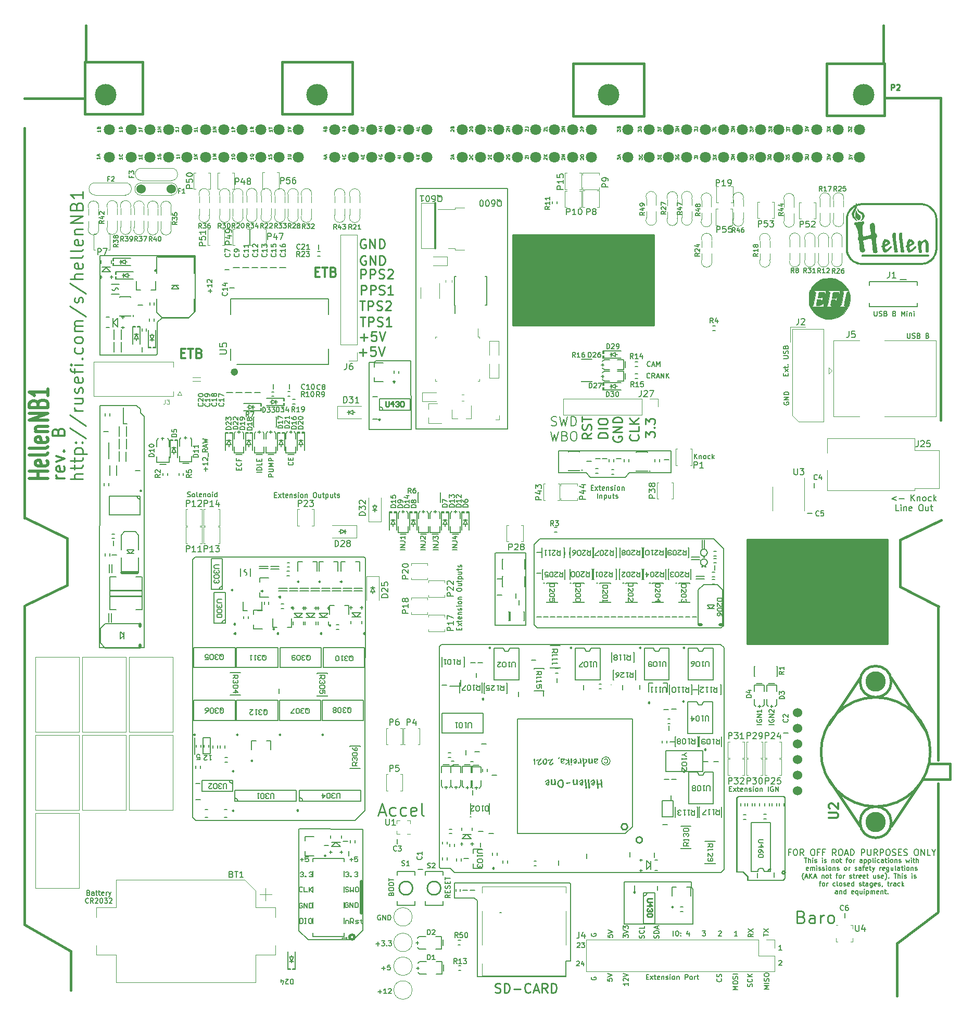
<source format=gto>
G75*
G70*
%OFA0B0*%
%FSLAX25Y25*%
%IPPOS*%
%LPD*%
%AMOC8*
5,1,8,0,0,1.08239X$1,22.5*
%
%ADD10C,0.01969*%
%ADD111C,0.00010*%
%ADD124C,0.00669*%
%ADD138C,0.13780*%
%ADD148C,0.00472*%
%ADD193C,0.00875*%
%ADD202C,0.00787*%
%ADD219C,0.00650*%
%ADD227C,0.01500*%
%ADD235C,0.13000*%
%ADD24C,0.01200*%
%ADD25C,0.02425*%
%ADD252C,0.01000*%
%ADD259C,0.00709*%
%ADD26C,0.01181*%
%ADD264C,0.01968*%
%ADD279C,0.01575*%
%ADD317C,0.00800*%
%ADD326C,0.00500*%
%ADD339C,0.00591*%
%ADD344C,0.00984*%
%ADD356C,0.07087*%
%ADD359C,0.00394*%
%ADD40C,0.00689*%
%ADD47C,0.01476*%
%ADD80C,0.06000*%
%ADD86C,0.00390*%
X0000000Y0000000D02*
%LPD*%
G01*
D227*
X0595129Y0373228D02*
X0595129Y0578761D01*
X0008471Y0579253D02*
X0045916Y0579253D01*
X0035875Y0267618D02*
X0035875Y0297539D01*
X0569046Y0296555D02*
X0569046Y0266634D01*
X0567274Y0038210D02*
X0593258Y0057895D01*
X0595129Y0579745D02*
X0559744Y0579745D01*
X0595424Y0309154D02*
X0569046Y0296555D01*
D344*
X0411447Y0491968D02*
X0321289Y0491968D01*
X0321289Y0491968D02*
X0321289Y0433897D01*
X0321289Y0433897D02*
X0411447Y0433897D01*
X0411447Y0433897D02*
X0411447Y0491968D01*
G36*
X0411447Y0491968D02*
G01*
X0321289Y0491968D01*
X0321289Y0433897D01*
X0411447Y0433897D01*
X0411447Y0491968D01*
G37*
X0561326Y0296970D02*
X0471168Y0296970D01*
X0471168Y0296970D02*
X0471168Y0230041D01*
X0471168Y0230041D02*
X0561326Y0230041D01*
X0561326Y0230041D02*
X0561326Y0296970D01*
G36*
X0561326Y0296970D02*
G01*
X0471168Y0296970D01*
X0471168Y0230041D01*
X0561326Y0230041D01*
X0561326Y0296970D01*
G37*
D227*
X0038196Y0008289D02*
X0038042Y0032698D01*
X0008514Y0310651D02*
X0008514Y0560454D01*
X0569046Y0266634D02*
X0593849Y0254035D01*
X0567329Y0004773D02*
X0567329Y0038407D01*
X0038042Y0033465D02*
X0008514Y0050394D01*
X0035875Y0297539D02*
X0008563Y0310925D01*
X0009497Y0255020D02*
X0035875Y0267618D01*
X0593554Y0155561D02*
X0593554Y0254352D01*
X0008514Y0050415D02*
X0008514Y0254352D01*
X0593554Y0058682D02*
X0593554Y0140600D01*
D124*
X0281156Y0069364D02*
X0279656Y0068314D01*
X0281156Y0067564D02*
X0278006Y0067564D01*
X0278006Y0068764D01*
X0278156Y0069064D01*
X0278306Y0069214D01*
X0278606Y0069364D01*
X0279056Y0069364D01*
X0279356Y0069214D01*
X0279506Y0069064D01*
X0279656Y0068764D01*
X0279656Y0067564D01*
X0279506Y0070714D02*
X0279506Y0071764D01*
X0281156Y0072214D02*
X0281156Y0070714D01*
X0278006Y0070714D01*
X0278006Y0072214D01*
X0281006Y0073413D02*
X0281156Y0073863D01*
X0281156Y0074613D01*
X0281006Y0074913D01*
X0280856Y0075063D01*
X0280556Y0075213D01*
X0280256Y0075213D01*
X0279956Y0075063D01*
X0279806Y0074913D01*
X0279656Y0074613D01*
X0279506Y0074013D01*
X0279356Y0073713D01*
X0279206Y0073563D01*
X0278906Y0073413D01*
X0278606Y0073413D01*
X0278306Y0073563D01*
X0278156Y0073713D01*
X0278006Y0074013D01*
X0278006Y0074763D01*
X0278156Y0075213D01*
X0279506Y0076563D02*
X0279506Y0077613D01*
X0281156Y0078063D02*
X0281156Y0076563D01*
X0278006Y0076563D01*
X0278006Y0078063D01*
X0278006Y0078963D02*
X0278006Y0080762D01*
X0281156Y0079863D02*
X0278006Y0079863D01*
D326*
X0473153Y0558066D02*
X0473153Y0559304D01*
X0473915Y0558637D01*
X0473915Y0558923D01*
X0474010Y0559113D01*
X0474105Y0559208D01*
X0474296Y0559304D01*
X0474772Y0559304D01*
X0474962Y0559208D01*
X0475058Y0559113D01*
X0475153Y0558923D01*
X0475153Y0558351D01*
X0475058Y0558161D01*
X0474962Y0558066D01*
X0475153Y0560161D02*
X0473153Y0560161D01*
X0473153Y0560923D01*
X0473248Y0561113D01*
X0473343Y0561208D01*
X0473534Y0561304D01*
X0473819Y0561304D01*
X0474010Y0561208D01*
X0474105Y0561113D01*
X0474200Y0560923D01*
X0474200Y0560161D01*
D124*
X0237169Y0022434D02*
X0239569Y0022434D01*
X0238369Y0021234D02*
X0238369Y0023634D01*
X0242568Y0024384D02*
X0241069Y0024384D01*
X0240919Y0022884D01*
X0241069Y0023034D01*
X0241369Y0023184D01*
X0242119Y0023184D01*
X0242419Y0023034D01*
X0242568Y0022884D01*
X0242718Y0022584D01*
X0242718Y0021834D01*
X0242568Y0021534D01*
X0242419Y0021384D01*
X0242119Y0021234D01*
X0241369Y0021234D01*
X0241069Y0021384D01*
X0240919Y0021534D01*
D326*
X0414153Y0540161D02*
X0414153Y0541399D01*
X0414915Y0540732D01*
X0414915Y0541018D01*
X0415010Y0541208D01*
X0415105Y0541304D01*
X0415296Y0541399D01*
X0415772Y0541399D01*
X0415962Y0541304D01*
X0416058Y0541208D01*
X0416153Y0541018D01*
X0416153Y0540447D01*
X0416058Y0540256D01*
X0415962Y0540161D01*
X0415105Y0542256D02*
X0415105Y0542923D01*
X0416153Y0543208D02*
X0416153Y0542256D01*
X0414153Y0542256D01*
X0414153Y0543208D01*
X0107318Y0559239D02*
X0107318Y0558096D01*
X0107318Y0558667D02*
X0105318Y0558667D01*
X0105604Y0558477D01*
X0105794Y0558286D01*
X0105890Y0558096D01*
X0105318Y0560667D02*
X0106747Y0560667D01*
X0107032Y0560572D01*
X0107223Y0560382D01*
X0107318Y0560096D01*
X0107318Y0559905D01*
D124*
X0409252Y0407979D02*
X0409102Y0407829D01*
X0408652Y0407679D01*
X0408352Y0407679D01*
X0407902Y0407829D01*
X0407602Y0408129D01*
X0407452Y0408429D01*
X0407302Y0409029D01*
X0407302Y0409479D01*
X0407452Y0410079D01*
X0407602Y0410379D01*
X0407902Y0410679D01*
X0408352Y0410829D01*
X0408652Y0410829D01*
X0409102Y0410679D01*
X0409252Y0410529D01*
X0410452Y0408579D02*
X0411952Y0408579D01*
X0410152Y0407679D02*
X0411202Y0410829D01*
X0412252Y0407679D01*
X0413301Y0407679D02*
X0413301Y0410829D01*
X0414351Y0408579D01*
X0415401Y0410829D01*
X0415401Y0407679D01*
X0475056Y0044372D02*
X0473556Y0043322D01*
X0475056Y0042572D02*
X0471907Y0042572D01*
X0471907Y0043772D01*
X0472057Y0044072D01*
X0472207Y0044222D01*
X0472507Y0044372D01*
X0472957Y0044372D01*
X0473256Y0044222D01*
X0473406Y0044072D01*
X0473556Y0043772D01*
X0473556Y0042572D01*
X0471907Y0045422D02*
X0475056Y0047522D01*
X0471907Y0047522D02*
X0475056Y0045422D01*
D326*
X0179318Y0541453D02*
X0179318Y0540310D01*
X0179318Y0540882D02*
X0177318Y0540882D01*
X0177604Y0540691D01*
X0177794Y0540501D01*
X0177890Y0540310D01*
X0177318Y0542310D02*
X0178937Y0542310D01*
X0179128Y0542405D01*
X0179223Y0542501D01*
X0179318Y0542691D01*
X0179318Y0543072D01*
X0179223Y0543262D01*
X0179128Y0543358D01*
X0178937Y0543453D01*
X0177318Y0543453D01*
D344*
X0223938Y0463983D02*
X0223938Y0469889D01*
X0226188Y0469889D01*
X0226750Y0469608D01*
X0227031Y0469326D01*
X0227313Y0468764D01*
X0227313Y0467920D01*
X0227031Y0467358D01*
X0226750Y0467077D01*
X0226188Y0466795D01*
X0223938Y0466795D01*
X0229844Y0463983D02*
X0229844Y0469889D01*
X0232093Y0469889D01*
X0232656Y0469608D01*
X0232937Y0469326D01*
X0233218Y0468764D01*
X0233218Y0467920D01*
X0232937Y0467358D01*
X0232656Y0467077D01*
X0232093Y0466795D01*
X0229844Y0466795D01*
X0235468Y0464265D02*
X0236311Y0463983D01*
X0237718Y0463983D01*
X0238280Y0464265D01*
X0238561Y0464546D01*
X0238842Y0465108D01*
X0238842Y0465671D01*
X0238561Y0466233D01*
X0238280Y0466514D01*
X0237718Y0466795D01*
X0236593Y0467077D01*
X0236030Y0467358D01*
X0235749Y0467639D01*
X0235468Y0468202D01*
X0235468Y0468764D01*
X0235749Y0469326D01*
X0236030Y0469608D01*
X0236593Y0469889D01*
X0237999Y0469889D01*
X0238842Y0469608D01*
X0241092Y0469326D02*
X0241373Y0469608D01*
X0241936Y0469889D01*
X0243342Y0469889D01*
X0243904Y0469608D01*
X0244185Y0469326D01*
X0244467Y0468764D01*
X0244467Y0468202D01*
X0244185Y0467358D01*
X0240811Y0463983D01*
X0244467Y0463983D01*
D124*
X0573868Y0428911D02*
X0573868Y0426361D01*
X0574018Y0426062D01*
X0574168Y0425912D01*
X0574468Y0425762D01*
X0575068Y0425762D01*
X0575368Y0425912D01*
X0575517Y0426062D01*
X0575667Y0426361D01*
X0575667Y0428911D01*
X0577017Y0425912D02*
X0577467Y0425762D01*
X0578217Y0425762D01*
X0578517Y0425912D01*
X0578667Y0426062D01*
X0578817Y0426361D01*
X0578817Y0426661D01*
X0578667Y0426961D01*
X0578517Y0427111D01*
X0578217Y0427261D01*
X0577617Y0427411D01*
X0577317Y0427561D01*
X0577167Y0427711D01*
X0577017Y0428011D01*
X0577017Y0428311D01*
X0577167Y0428611D01*
X0577317Y0428761D01*
X0577617Y0428911D01*
X0578367Y0428911D01*
X0578817Y0428761D01*
X0581217Y0427411D02*
X0581667Y0427261D01*
X0581817Y0427111D01*
X0581967Y0426811D01*
X0581967Y0426361D01*
X0581817Y0426062D01*
X0581667Y0425912D01*
X0581367Y0425762D01*
X0580167Y0425762D01*
X0580167Y0428911D01*
X0581217Y0428911D01*
X0581517Y0428761D01*
X0581667Y0428611D01*
X0581817Y0428311D01*
X0581817Y0428011D01*
X0581667Y0427711D01*
X0581517Y0427561D01*
X0581217Y0427411D01*
X0580167Y0427411D01*
X0586766Y0427411D02*
X0587216Y0427261D01*
X0587366Y0427111D01*
X0587516Y0426811D01*
X0587516Y0426361D01*
X0587366Y0426062D01*
X0587216Y0425912D01*
X0586916Y0425762D01*
X0585716Y0425762D01*
X0585716Y0428911D01*
X0586766Y0428911D01*
X0587066Y0428761D01*
X0587216Y0428611D01*
X0587366Y0428311D01*
X0587366Y0428011D01*
X0587216Y0427711D01*
X0587066Y0427561D01*
X0586766Y0427411D01*
X0585716Y0427411D01*
D326*
X0167318Y0559239D02*
X0167318Y0558096D01*
X0167318Y0558667D02*
X0165318Y0558667D01*
X0165604Y0558477D01*
X0165794Y0558286D01*
X0165890Y0558096D01*
X0165318Y0559810D02*
X0165318Y0560953D01*
X0167318Y0560382D02*
X0165318Y0560382D01*
X0536153Y0558113D02*
X0536153Y0559351D01*
X0536915Y0558685D01*
X0536915Y0558970D01*
X0537010Y0559161D01*
X0537105Y0559256D01*
X0537296Y0559351D01*
X0537772Y0559351D01*
X0537962Y0559256D01*
X0538058Y0559161D01*
X0538153Y0558970D01*
X0538153Y0558399D01*
X0538058Y0558208D01*
X0537962Y0558113D01*
X0536153Y0560018D02*
X0536153Y0561351D01*
X0538153Y0560018D01*
X0538153Y0561351D01*
D26*
X0034271Y0335827D02*
X0029021Y0335827D01*
X0030521Y0335827D02*
X0029771Y0336202D01*
X0029396Y0336577D01*
X0029021Y0337327D01*
X0029021Y0338076D01*
X0033896Y0343701D02*
X0034271Y0342951D01*
X0034271Y0341451D01*
X0033896Y0340701D01*
X0033146Y0340326D01*
X0030146Y0340326D01*
X0029396Y0340701D01*
X0029021Y0341451D01*
X0029021Y0342951D01*
X0029396Y0343701D01*
X0030146Y0344076D01*
X0030896Y0344076D01*
X0031646Y0340326D01*
X0029021Y0346700D02*
X0034271Y0348575D01*
X0029021Y0350450D01*
X0033521Y0353450D02*
X0033896Y0353825D01*
X0034271Y0353450D01*
X0033896Y0353075D01*
X0033521Y0353450D01*
X0034271Y0353450D01*
X0030146Y0365823D02*
X0030521Y0366948D01*
X0030896Y0367323D01*
X0031646Y0367698D01*
X0032771Y0367698D01*
X0033521Y0367323D01*
X0033896Y0366948D01*
X0034271Y0366198D01*
X0034271Y0363198D01*
X0026397Y0363198D01*
X0026397Y0365823D01*
X0026772Y0366573D01*
X0027147Y0366948D01*
X0027897Y0367323D01*
X0028646Y0367323D01*
X0029396Y0366948D01*
X0029771Y0366573D01*
X0030146Y0365823D01*
X0030146Y0363198D01*
D124*
X0481749Y0042910D02*
X0481749Y0044710D01*
X0484899Y0043810D02*
X0481749Y0043810D01*
X0481749Y0045459D02*
X0484899Y0047559D01*
X0481749Y0047559D02*
X0484899Y0045459D01*
D47*
X0194720Y0468159D02*
X0196688Y0468159D01*
X0197532Y0465066D02*
X0194720Y0465066D01*
X0194720Y0470972D01*
X0197532Y0470972D01*
X0199219Y0470972D02*
X0202594Y0470972D01*
X0200907Y0465066D02*
X0200907Y0470972D01*
X0206531Y0468159D02*
X0207374Y0467878D01*
X0207656Y0467597D01*
X0207937Y0467035D01*
X0207937Y0466191D01*
X0207656Y0465628D01*
X0207374Y0465347D01*
X0206812Y0465066D01*
X0204562Y0465066D01*
X0204562Y0470972D01*
X0206531Y0470972D01*
X0207093Y0470690D01*
X0207374Y0470409D01*
X0207656Y0469847D01*
X0207656Y0469284D01*
X0207374Y0468722D01*
X0207093Y0468441D01*
X0206531Y0468159D01*
X0204562Y0468159D01*
D124*
X0485292Y0009108D02*
X0482143Y0009108D01*
X0484393Y0010158D01*
X0482143Y0011208D01*
X0485292Y0011208D01*
X0485292Y0012707D02*
X0482143Y0012707D01*
X0485142Y0014057D02*
X0485292Y0014507D01*
X0485292Y0015257D01*
X0485142Y0015557D01*
X0484992Y0015707D01*
X0484693Y0015857D01*
X0484393Y0015857D01*
X0484093Y0015707D01*
X0483943Y0015557D01*
X0483793Y0015257D01*
X0483643Y0014657D01*
X0483493Y0014357D01*
X0483343Y0014207D01*
X0483043Y0014057D01*
X0482743Y0014057D01*
X0482443Y0014207D01*
X0482293Y0014357D01*
X0482143Y0014657D01*
X0482143Y0015407D01*
X0482293Y0015857D01*
X0482143Y0017807D02*
X0482143Y0018407D01*
X0482293Y0018707D01*
X0482593Y0019007D01*
X0483193Y0019157D01*
X0484243Y0019157D01*
X0484843Y0019007D01*
X0485142Y0018707D01*
X0485292Y0018407D01*
X0485292Y0017807D01*
X0485142Y0017507D01*
X0484843Y0017207D01*
X0484243Y0017057D01*
X0483193Y0017057D01*
X0482593Y0017207D01*
X0482293Y0017507D01*
X0482143Y0017807D01*
X0285686Y0290210D02*
X0282537Y0290210D01*
X0285686Y0291710D02*
X0282537Y0291710D01*
X0285686Y0293510D01*
X0282537Y0293510D01*
X0282537Y0295909D02*
X0284786Y0295909D01*
X0285236Y0295759D01*
X0285536Y0295459D01*
X0285686Y0295010D01*
X0285686Y0294710D01*
X0283586Y0298759D02*
X0285686Y0298759D01*
X0282387Y0298009D02*
X0284636Y0297259D01*
X0284636Y0299209D01*
D344*
X0309941Y0007080D02*
X0310784Y0006798D01*
X0312190Y0006798D01*
X0312753Y0007080D01*
X0313034Y0007361D01*
X0313315Y0007923D01*
X0313315Y0008486D01*
X0313034Y0009048D01*
X0312753Y0009329D01*
X0312190Y0009610D01*
X0311065Y0009892D01*
X0310503Y0010173D01*
X0310222Y0010454D01*
X0309941Y0011017D01*
X0309941Y0011579D01*
X0310222Y0012141D01*
X0310503Y0012423D01*
X0311065Y0012704D01*
X0312471Y0012704D01*
X0313315Y0012423D01*
X0315846Y0006798D02*
X0315846Y0012704D01*
X0317252Y0012704D01*
X0318096Y0012423D01*
X0318658Y0011860D01*
X0318939Y0011298D01*
X0319221Y0010173D01*
X0319221Y0009329D01*
X0318939Y0008204D01*
X0318658Y0007642D01*
X0318096Y0007080D01*
X0317252Y0006798D01*
X0315846Y0006798D01*
X0321752Y0009048D02*
X0326251Y0009048D01*
X0332438Y0007361D02*
X0332157Y0007080D01*
X0331313Y0006798D01*
X0330750Y0006798D01*
X0329907Y0007080D01*
X0329344Y0007642D01*
X0329063Y0008204D01*
X0328782Y0009329D01*
X0328782Y0010173D01*
X0329063Y0011298D01*
X0329344Y0011860D01*
X0329907Y0012423D01*
X0330750Y0012704D01*
X0331313Y0012704D01*
X0332157Y0012423D01*
X0332438Y0012141D01*
X0334687Y0008486D02*
X0337500Y0008486D01*
X0334125Y0006798D02*
X0336094Y0012704D01*
X0338062Y0006798D01*
X0343405Y0006798D02*
X0341437Y0009610D01*
X0340031Y0006798D02*
X0340031Y0012704D01*
X0342280Y0012704D01*
X0342843Y0012423D01*
X0343124Y0012141D01*
X0343405Y0011579D01*
X0343405Y0010735D01*
X0343124Y0010173D01*
X0342843Y0009892D01*
X0342280Y0009610D01*
X0340031Y0009610D01*
X0345936Y0006798D02*
X0345936Y0012704D01*
X0347342Y0012704D01*
X0348186Y0012423D01*
X0348748Y0011860D01*
X0349029Y0011298D01*
X0349311Y0010173D01*
X0349311Y0009329D01*
X0349029Y0008204D01*
X0348748Y0007642D01*
X0348186Y0007080D01*
X0347342Y0006798D01*
X0345936Y0006798D01*
D326*
X0388153Y0540208D02*
X0388153Y0541447D01*
X0388915Y0540780D01*
X0388915Y0541066D01*
X0389010Y0541256D01*
X0389105Y0541351D01*
X0389296Y0541447D01*
X0389772Y0541447D01*
X0389962Y0541351D01*
X0390058Y0541256D01*
X0390153Y0541066D01*
X0390153Y0540494D01*
X0390058Y0540304D01*
X0389962Y0540208D01*
X0389581Y0542208D02*
X0389581Y0543161D01*
X0390153Y0542018D02*
X0388153Y0542685D01*
X0390153Y0543351D01*
X0414153Y0558208D02*
X0414153Y0559447D01*
X0414915Y0558780D01*
X0414915Y0559066D01*
X0415010Y0559256D01*
X0415105Y0559351D01*
X0415296Y0559447D01*
X0415772Y0559447D01*
X0415962Y0559351D01*
X0416058Y0559256D01*
X0416153Y0559066D01*
X0416153Y0558494D01*
X0416058Y0558304D01*
X0415962Y0558208D01*
X0415105Y0560970D02*
X0415105Y0560304D01*
X0416153Y0560304D02*
X0414153Y0560304D01*
X0414153Y0561256D01*
X0484653Y0540018D02*
X0484653Y0541256D01*
X0485415Y0540589D01*
X0485415Y0540875D01*
X0485510Y0541066D01*
X0485605Y0541161D01*
X0485796Y0541256D01*
X0486272Y0541256D01*
X0486462Y0541161D01*
X0486558Y0541066D01*
X0486653Y0540875D01*
X0486653Y0540304D01*
X0486558Y0540113D01*
X0486462Y0540018D01*
X0486843Y0543447D02*
X0486748Y0543256D01*
X0486558Y0543066D01*
X0486272Y0542780D01*
X0486177Y0542589D01*
X0486177Y0542399D01*
X0486653Y0542494D02*
X0486558Y0542304D01*
X0486367Y0542113D01*
X0485986Y0542018D01*
X0485319Y0542018D01*
X0484939Y0542113D01*
X0484748Y0542304D01*
X0484653Y0542494D01*
X0484653Y0542875D01*
X0484748Y0543066D01*
X0484939Y0543256D01*
X0485319Y0543351D01*
X0485986Y0543351D01*
X0486367Y0543256D01*
X0486558Y0543066D01*
X0486653Y0542875D01*
X0486653Y0542494D01*
X0449653Y0540066D02*
X0449653Y0541304D01*
X0450415Y0540637D01*
X0450415Y0540923D01*
X0450510Y0541113D01*
X0450605Y0541208D01*
X0450796Y0541304D01*
X0451272Y0541304D01*
X0451462Y0541208D01*
X0451558Y0541113D01*
X0451653Y0540923D01*
X0451653Y0540351D01*
X0451558Y0540161D01*
X0451462Y0540066D01*
X0451653Y0542161D02*
X0449653Y0542161D01*
X0451653Y0543304D02*
X0450510Y0542447D01*
X0449653Y0543304D02*
X0450796Y0542161D01*
D339*
X0566990Y0324190D02*
X0563990Y0323065D01*
X0566990Y0321940D01*
X0568490Y0322878D02*
X0571864Y0322878D01*
X0576364Y0321565D02*
X0576364Y0325502D01*
X0578614Y0321565D02*
X0576926Y0323815D01*
X0578614Y0325502D02*
X0576364Y0323253D01*
X0580301Y0324190D02*
X0580301Y0321565D01*
X0580301Y0323815D02*
X0580488Y0324003D01*
X0580863Y0324190D01*
X0581426Y0324190D01*
X0581801Y0324003D01*
X0581988Y0323628D01*
X0581988Y0321565D01*
X0584425Y0321565D02*
X0584050Y0321753D01*
X0583863Y0321940D01*
X0583675Y0322315D01*
X0583675Y0323440D01*
X0583863Y0323815D01*
X0584050Y0324003D01*
X0584425Y0324190D01*
X0584988Y0324190D01*
X0585363Y0324003D01*
X0585550Y0323815D01*
X0585738Y0323440D01*
X0585738Y0322315D01*
X0585550Y0321940D01*
X0585363Y0321753D01*
X0584988Y0321565D01*
X0584425Y0321565D01*
X0589112Y0321753D02*
X0588737Y0321565D01*
X0587987Y0321565D01*
X0587612Y0321753D01*
X0587425Y0321940D01*
X0587238Y0322315D01*
X0587238Y0323440D01*
X0587425Y0323815D01*
X0587612Y0324003D01*
X0587987Y0324190D01*
X0588737Y0324190D01*
X0589112Y0324003D01*
X0590800Y0321565D02*
X0590800Y0325502D01*
X0591175Y0323065D02*
X0592299Y0321565D01*
X0592299Y0324190D02*
X0590800Y0322690D01*
X0568396Y0315227D02*
X0566521Y0315227D01*
X0566521Y0319164D01*
X0569708Y0315227D02*
X0569708Y0317852D01*
X0569708Y0319164D02*
X0569521Y0318976D01*
X0569708Y0318789D01*
X0569896Y0318976D01*
X0569708Y0319164D01*
X0569708Y0318789D01*
X0571583Y0317852D02*
X0571583Y0315227D01*
X0571583Y0317477D02*
X0571771Y0317664D01*
X0572146Y0317852D01*
X0572708Y0317852D01*
X0573083Y0317664D01*
X0573271Y0317289D01*
X0573271Y0315227D01*
X0576645Y0315414D02*
X0576270Y0315227D01*
X0575520Y0315227D01*
X0575145Y0315414D01*
X0574958Y0315789D01*
X0574958Y0317289D01*
X0575145Y0317664D01*
X0575520Y0317852D01*
X0576270Y0317852D01*
X0576645Y0317664D01*
X0576833Y0317289D01*
X0576833Y0316914D01*
X0574958Y0316539D01*
X0582269Y0319164D02*
X0583019Y0319164D01*
X0583394Y0318976D01*
X0583769Y0318601D01*
X0583957Y0317852D01*
X0583957Y0316539D01*
X0583769Y0315789D01*
X0583394Y0315414D01*
X0583019Y0315227D01*
X0582269Y0315227D01*
X0581894Y0315414D01*
X0581519Y0315789D01*
X0581332Y0316539D01*
X0581332Y0317852D01*
X0581519Y0318601D01*
X0581894Y0318976D01*
X0582269Y0319164D01*
X0587331Y0317852D02*
X0587331Y0315227D01*
X0585644Y0317852D02*
X0585644Y0315789D01*
X0585831Y0315414D01*
X0586206Y0315227D01*
X0586769Y0315227D01*
X0587144Y0315414D01*
X0587331Y0315602D01*
X0588644Y0317852D02*
X0590143Y0317852D01*
X0589206Y0319164D02*
X0589206Y0315789D01*
X0589394Y0315414D01*
X0589768Y0315227D01*
X0590143Y0315227D01*
D124*
X0168679Y0325443D02*
X0169729Y0325443D01*
X0170179Y0323793D02*
X0168679Y0323793D01*
X0168679Y0326943D01*
X0170179Y0326943D01*
X0171229Y0323793D02*
X0172879Y0325893D01*
X0171229Y0325893D02*
X0172879Y0323793D01*
X0173629Y0325893D02*
X0174829Y0325893D01*
X0174079Y0326943D02*
X0174079Y0324243D01*
X0174229Y0323943D01*
X0174529Y0323793D01*
X0174829Y0323793D01*
X0177078Y0323943D02*
X0176778Y0323793D01*
X0176178Y0323793D01*
X0175878Y0323943D01*
X0175728Y0324243D01*
X0175728Y0325443D01*
X0175878Y0325743D01*
X0176178Y0325893D01*
X0176778Y0325893D01*
X0177078Y0325743D01*
X0177228Y0325443D01*
X0177228Y0325143D01*
X0175728Y0324843D01*
X0178578Y0325893D02*
X0178578Y0323793D01*
X0178578Y0325593D02*
X0178728Y0325743D01*
X0179028Y0325893D01*
X0179478Y0325893D01*
X0179778Y0325743D01*
X0179928Y0325443D01*
X0179928Y0323793D01*
X0181278Y0323943D02*
X0181578Y0323793D01*
X0182178Y0323793D01*
X0182478Y0323943D01*
X0182628Y0324243D01*
X0182628Y0324393D01*
X0182478Y0324693D01*
X0182178Y0324843D01*
X0181728Y0324843D01*
X0181428Y0324993D01*
X0181278Y0325293D01*
X0181278Y0325443D01*
X0181428Y0325743D01*
X0181728Y0325893D01*
X0182178Y0325893D01*
X0182478Y0325743D01*
X0183977Y0323793D02*
X0183977Y0325893D01*
X0183977Y0326943D02*
X0183827Y0326793D01*
X0183977Y0326643D01*
X0184127Y0326793D01*
X0183977Y0326943D01*
X0183977Y0326643D01*
X0185927Y0323793D02*
X0185627Y0323943D01*
X0185477Y0324093D01*
X0185327Y0324393D01*
X0185327Y0325293D01*
X0185477Y0325593D01*
X0185627Y0325743D01*
X0185927Y0325893D01*
X0186377Y0325893D01*
X0186677Y0325743D01*
X0186827Y0325593D01*
X0186977Y0325293D01*
X0186977Y0324393D01*
X0186827Y0324093D01*
X0186677Y0323943D01*
X0186377Y0323793D01*
X0185927Y0323793D01*
X0188327Y0325893D02*
X0188327Y0323793D01*
X0188327Y0325593D02*
X0188477Y0325743D01*
X0188777Y0325893D01*
X0189227Y0325893D01*
X0189527Y0325743D01*
X0189677Y0325443D01*
X0189677Y0323793D01*
X0194176Y0326943D02*
X0194776Y0326943D01*
X0195076Y0326793D01*
X0195376Y0326493D01*
X0195526Y0325893D01*
X0195526Y0324843D01*
X0195376Y0324243D01*
X0195076Y0323943D01*
X0194776Y0323793D01*
X0194176Y0323793D01*
X0193876Y0323943D01*
X0193576Y0324243D01*
X0193426Y0324843D01*
X0193426Y0325893D01*
X0193576Y0326493D01*
X0193876Y0326793D01*
X0194176Y0326943D01*
X0198226Y0325893D02*
X0198226Y0323793D01*
X0196876Y0325893D02*
X0196876Y0324243D01*
X0197026Y0323943D01*
X0197326Y0323793D01*
X0197776Y0323793D01*
X0198076Y0323943D01*
X0198226Y0324093D01*
X0199275Y0325893D02*
X0200475Y0325893D01*
X0199725Y0326943D02*
X0199725Y0324243D01*
X0199875Y0323943D01*
X0200175Y0323793D01*
X0200475Y0323793D01*
X0201525Y0325893D02*
X0201525Y0322743D01*
X0201525Y0325743D02*
X0201825Y0325893D01*
X0202425Y0325893D01*
X0202725Y0325743D01*
X0202875Y0325593D01*
X0203025Y0325293D01*
X0203025Y0324393D01*
X0202875Y0324093D01*
X0202725Y0323943D01*
X0202425Y0323793D01*
X0201825Y0323793D01*
X0201525Y0323943D01*
X0205725Y0325893D02*
X0205725Y0323793D01*
X0204375Y0325893D02*
X0204375Y0324243D01*
X0204525Y0323943D01*
X0204825Y0323793D01*
X0205275Y0323793D01*
X0205575Y0323943D01*
X0205725Y0324093D01*
X0206775Y0325893D02*
X0207974Y0325893D01*
X0207224Y0326943D02*
X0207224Y0324243D01*
X0207374Y0323943D01*
X0207674Y0323793D01*
X0207974Y0323793D01*
X0208874Y0323943D02*
X0209174Y0323793D01*
X0209774Y0323793D01*
X0210074Y0323943D01*
X0210224Y0324243D01*
X0210224Y0324393D01*
X0210074Y0324693D01*
X0209774Y0324843D01*
X0209324Y0324843D01*
X0209024Y0324993D01*
X0208874Y0325293D01*
X0208874Y0325443D01*
X0209024Y0325743D01*
X0209324Y0325893D01*
X0209774Y0325893D01*
X0210074Y0325743D01*
D326*
X0305843Y0558304D02*
X0305748Y0558399D01*
X0305653Y0558589D01*
X0305653Y0559066D01*
X0305748Y0559256D01*
X0305843Y0559351D01*
X0306034Y0559447D01*
X0306224Y0559447D01*
X0306510Y0559351D01*
X0307653Y0558208D01*
X0307653Y0559447D01*
X0306605Y0560970D02*
X0306605Y0560304D01*
X0307653Y0560304D02*
X0305653Y0560304D01*
X0305653Y0561256D01*
D124*
X0286790Y0238969D02*
X0286790Y0240019D01*
X0288439Y0240469D02*
X0288439Y0238969D01*
X0285290Y0238969D01*
X0285290Y0240469D01*
X0288439Y0241519D02*
X0286340Y0243169D01*
X0286340Y0241519D02*
X0288439Y0243169D01*
X0286340Y0243919D02*
X0286340Y0245119D01*
X0285290Y0244369D02*
X0287989Y0244369D01*
X0288289Y0244519D01*
X0288439Y0244819D01*
X0288439Y0245119D01*
X0288289Y0247368D02*
X0288439Y0247068D01*
X0288439Y0246468D01*
X0288289Y0246168D01*
X0287989Y0246018D01*
X0286790Y0246018D01*
X0286490Y0246168D01*
X0286340Y0246468D01*
X0286340Y0247068D01*
X0286490Y0247368D01*
X0286790Y0247518D01*
X0287089Y0247518D01*
X0287389Y0246018D01*
X0286340Y0248868D02*
X0288439Y0248868D01*
X0286640Y0248868D02*
X0286490Y0249018D01*
X0286340Y0249318D01*
X0286340Y0249768D01*
X0286490Y0250068D01*
X0286790Y0250218D01*
X0288439Y0250218D01*
X0288289Y0251568D02*
X0288439Y0251868D01*
X0288439Y0252468D01*
X0288289Y0252768D01*
X0287989Y0252918D01*
X0287839Y0252918D01*
X0287539Y0252768D01*
X0287389Y0252468D01*
X0287389Y0252018D01*
X0287239Y0251718D01*
X0286939Y0251568D01*
X0286790Y0251568D01*
X0286490Y0251718D01*
X0286340Y0252018D01*
X0286340Y0252468D01*
X0286490Y0252768D01*
X0288439Y0254267D02*
X0286340Y0254267D01*
X0285290Y0254267D02*
X0285440Y0254117D01*
X0285590Y0254267D01*
X0285440Y0254417D01*
X0285290Y0254267D01*
X0285590Y0254267D01*
X0288439Y0256217D02*
X0288289Y0255917D01*
X0288139Y0255767D01*
X0287839Y0255617D01*
X0286939Y0255617D01*
X0286640Y0255767D01*
X0286490Y0255917D01*
X0286340Y0256217D01*
X0286340Y0256667D01*
X0286490Y0256967D01*
X0286640Y0257117D01*
X0286939Y0257267D01*
X0287839Y0257267D01*
X0288139Y0257117D01*
X0288289Y0256967D01*
X0288439Y0256667D01*
X0288439Y0256217D01*
X0286340Y0258617D02*
X0288439Y0258617D01*
X0286640Y0258617D02*
X0286490Y0258767D01*
X0286340Y0259067D01*
X0286340Y0259517D01*
X0286490Y0259817D01*
X0286790Y0259967D01*
X0288439Y0259967D01*
X0285290Y0264466D02*
X0285290Y0265066D01*
X0285440Y0265366D01*
X0285740Y0265666D01*
X0286340Y0265816D01*
X0287389Y0265816D01*
X0287989Y0265666D01*
X0288289Y0265366D01*
X0288439Y0265066D01*
X0288439Y0264466D01*
X0288289Y0264166D01*
X0287989Y0263866D01*
X0287389Y0263716D01*
X0286340Y0263716D01*
X0285740Y0263866D01*
X0285440Y0264166D01*
X0285290Y0264466D01*
X0286340Y0268516D02*
X0288439Y0268516D01*
X0286340Y0267166D02*
X0287989Y0267166D01*
X0288289Y0267316D01*
X0288439Y0267616D01*
X0288439Y0268066D01*
X0288289Y0268366D01*
X0288139Y0268516D01*
X0286340Y0269565D02*
X0286340Y0270765D01*
X0285290Y0270015D02*
X0287989Y0270015D01*
X0288289Y0270165D01*
X0288439Y0270465D01*
X0288439Y0270765D01*
X0286340Y0271815D02*
X0289489Y0271815D01*
X0286490Y0271815D02*
X0286340Y0272115D01*
X0286340Y0272715D01*
X0286490Y0273015D01*
X0286640Y0273165D01*
X0286939Y0273315D01*
X0287839Y0273315D01*
X0288139Y0273165D01*
X0288289Y0273015D01*
X0288439Y0272715D01*
X0288439Y0272115D01*
X0288289Y0271815D01*
X0286340Y0276015D02*
X0288439Y0276015D01*
X0286340Y0274665D02*
X0287989Y0274665D01*
X0288289Y0274815D01*
X0288439Y0275115D01*
X0288439Y0275565D01*
X0288289Y0275865D01*
X0288139Y0276015D01*
X0286340Y0277065D02*
X0286340Y0278264D01*
X0285290Y0277514D02*
X0287989Y0277514D01*
X0288289Y0277664D01*
X0288439Y0277964D01*
X0288439Y0278264D01*
X0288289Y0279164D02*
X0288439Y0279464D01*
X0288439Y0280064D01*
X0288289Y0280364D01*
X0287989Y0280514D01*
X0287839Y0280514D01*
X0287539Y0280364D01*
X0287389Y0280064D01*
X0287389Y0279614D01*
X0287239Y0279314D01*
X0286939Y0279164D01*
X0286790Y0279164D01*
X0286490Y0279314D01*
X0286340Y0279614D01*
X0286340Y0280064D01*
X0286490Y0280364D01*
X0454678Y0015632D02*
X0454828Y0015482D01*
X0454977Y0015032D01*
X0454977Y0014732D01*
X0454828Y0014282D01*
X0454528Y0013982D01*
X0454228Y0013832D01*
X0453628Y0013682D01*
X0453178Y0013682D01*
X0452578Y0013832D01*
X0452278Y0013982D01*
X0451978Y0014282D01*
X0451828Y0014732D01*
X0451828Y0015032D01*
X0451978Y0015482D01*
X0452128Y0015632D01*
X0454828Y0016832D02*
X0454977Y0017282D01*
X0454977Y0018032D01*
X0454828Y0018332D01*
X0454678Y0018482D01*
X0454378Y0018632D01*
X0454078Y0018632D01*
X0453778Y0018482D01*
X0453628Y0018332D01*
X0453478Y0018032D01*
X0453328Y0017432D01*
X0453178Y0017132D01*
X0453028Y0016982D01*
X0452728Y0016832D01*
X0452428Y0016832D01*
X0452128Y0016982D01*
X0451978Y0017132D01*
X0451828Y0017432D01*
X0451828Y0018182D01*
X0451978Y0018632D01*
D344*
X0223615Y0426272D02*
X0228114Y0426272D01*
X0225864Y0424023D02*
X0225864Y0428522D01*
X0233738Y0429928D02*
X0230926Y0429928D01*
X0230645Y0427116D01*
X0230926Y0427397D01*
X0231489Y0427679D01*
X0232895Y0427679D01*
X0233457Y0427397D01*
X0233738Y0427116D01*
X0234020Y0426554D01*
X0234020Y0425148D01*
X0233738Y0424585D01*
X0233457Y0424304D01*
X0232895Y0424023D01*
X0231489Y0424023D01*
X0230926Y0424304D01*
X0230645Y0424585D01*
X0235707Y0429928D02*
X0237675Y0424023D01*
X0239644Y0429928D01*
D124*
X0437408Y0348596D02*
X0437408Y0351746D01*
X0439208Y0348596D02*
X0437858Y0350396D01*
X0439208Y0351746D02*
X0437408Y0349946D01*
X0440558Y0350696D02*
X0440558Y0348596D01*
X0440558Y0350396D02*
X0440708Y0350546D01*
X0441008Y0350696D01*
X0441458Y0350696D01*
X0441758Y0350546D01*
X0441908Y0350246D01*
X0441908Y0348596D01*
X0443857Y0348596D02*
X0443557Y0348746D01*
X0443407Y0348896D01*
X0443257Y0349196D01*
X0443257Y0350096D01*
X0443407Y0350396D01*
X0443557Y0350546D01*
X0443857Y0350696D01*
X0444307Y0350696D01*
X0444607Y0350546D01*
X0444757Y0350396D01*
X0444907Y0350096D01*
X0444907Y0349196D01*
X0444757Y0348896D01*
X0444607Y0348746D01*
X0444307Y0348596D01*
X0443857Y0348596D01*
X0447607Y0348746D02*
X0447307Y0348596D01*
X0446707Y0348596D01*
X0446407Y0348746D01*
X0446257Y0348896D01*
X0446107Y0349196D01*
X0446107Y0350096D01*
X0446257Y0350396D01*
X0446407Y0350546D01*
X0446707Y0350696D01*
X0447307Y0350696D01*
X0447607Y0350546D01*
X0448957Y0348596D02*
X0448957Y0351746D01*
X0449257Y0349796D02*
X0450157Y0348596D01*
X0450157Y0350696D02*
X0448957Y0349496D01*
X0160489Y0339869D02*
X0157340Y0339869D01*
X0160489Y0341369D02*
X0157340Y0341369D01*
X0157340Y0342119D01*
X0157490Y0342569D01*
X0157790Y0342868D01*
X0158090Y0343018D01*
X0158690Y0343168D01*
X0159139Y0343168D01*
X0159739Y0343018D01*
X0160039Y0342868D01*
X0160339Y0342569D01*
X0160489Y0342119D01*
X0160489Y0341369D01*
X0160489Y0346018D02*
X0160489Y0344518D01*
X0157340Y0344518D01*
X0158840Y0347068D02*
X0158840Y0348118D01*
X0160489Y0348568D02*
X0160489Y0347068D01*
X0157340Y0347068D01*
X0157340Y0348568D01*
D326*
X0496653Y0558304D02*
X0496653Y0559542D01*
X0497415Y0558875D01*
X0497415Y0559161D01*
X0497510Y0559351D01*
X0497605Y0559447D01*
X0497796Y0559542D01*
X0498272Y0559542D01*
X0498462Y0559447D01*
X0498558Y0559351D01*
X0498653Y0559161D01*
X0498653Y0558589D01*
X0498558Y0558399D01*
X0498462Y0558304D01*
X0496653Y0560113D02*
X0496653Y0561256D01*
X0498653Y0560685D02*
X0496653Y0560685D01*
X0260300Y0559304D02*
X0261633Y0559304D01*
X0259538Y0558828D02*
X0260966Y0558351D01*
X0260966Y0559589D01*
X0261633Y0561304D02*
X0261633Y0560351D01*
X0259633Y0560351D01*
X0119318Y0559191D02*
X0119318Y0558048D01*
X0119318Y0558620D02*
X0117318Y0558620D01*
X0117604Y0558429D01*
X0117794Y0558239D01*
X0117890Y0558048D01*
X0119318Y0561001D02*
X0119318Y0560048D01*
X0117318Y0560048D01*
D124*
X0252222Y0290210D02*
X0249072Y0290210D01*
X0252222Y0291710D02*
X0249072Y0291710D01*
X0252222Y0293510D01*
X0249072Y0293510D01*
X0249072Y0295909D02*
X0251322Y0295909D01*
X0251772Y0295759D01*
X0252072Y0295459D01*
X0252222Y0295010D01*
X0252222Y0294710D01*
X0252222Y0299059D02*
X0252222Y0297259D01*
X0252222Y0298159D02*
X0249072Y0298159D01*
X0249522Y0297859D01*
X0249822Y0297559D01*
X0249972Y0297259D01*
X0273481Y0290210D02*
X0270332Y0290210D01*
X0273481Y0291710D02*
X0270332Y0291710D01*
X0273481Y0293510D01*
X0270332Y0293510D01*
X0270332Y0295909D02*
X0272582Y0295909D01*
X0273031Y0295759D01*
X0273331Y0295459D01*
X0273481Y0295010D01*
X0273481Y0294710D01*
X0270332Y0297109D02*
X0270332Y0299059D01*
X0271532Y0298009D01*
X0271532Y0298459D01*
X0271682Y0298759D01*
X0271832Y0298909D01*
X0272132Y0299059D01*
X0272882Y0299059D01*
X0273181Y0298909D01*
X0273331Y0298759D01*
X0273481Y0298459D01*
X0273481Y0297559D01*
X0273331Y0297259D01*
X0273181Y0297109D01*
X0493395Y0034057D02*
X0491596Y0034057D01*
X0492495Y0034057D02*
X0492495Y0037207D01*
X0492195Y0036757D01*
X0491895Y0036457D01*
X0491596Y0036307D01*
D326*
X0437653Y0558304D02*
X0437653Y0559542D01*
X0438415Y0558875D01*
X0438415Y0559161D01*
X0438510Y0559351D01*
X0438605Y0559447D01*
X0438796Y0559542D01*
X0439272Y0559542D01*
X0439462Y0559447D01*
X0439558Y0559351D01*
X0439653Y0559161D01*
X0439653Y0558589D01*
X0439558Y0558399D01*
X0439462Y0558304D01*
X0437653Y0560970D02*
X0439081Y0560970D01*
X0439367Y0560875D01*
X0439558Y0560685D01*
X0439653Y0560399D01*
X0439653Y0560208D01*
D124*
X0049585Y0070793D02*
X0050035Y0070643D01*
X0050185Y0070493D01*
X0050335Y0070193D01*
X0050335Y0069743D01*
X0050185Y0069443D01*
X0050035Y0069293D01*
X0049735Y0069143D01*
X0048535Y0069143D01*
X0048535Y0072293D01*
X0049585Y0072293D01*
X0049885Y0072143D01*
X0050035Y0071993D01*
X0050185Y0071693D01*
X0050185Y0071393D01*
X0050035Y0071093D01*
X0049885Y0070943D01*
X0049585Y0070793D01*
X0048535Y0070793D01*
X0053034Y0069143D02*
X0053034Y0070793D01*
X0052884Y0071093D01*
X0052584Y0071243D01*
X0051984Y0071243D01*
X0051685Y0071093D01*
X0053034Y0069293D02*
X0052734Y0069143D01*
X0051984Y0069143D01*
X0051685Y0069293D01*
X0051535Y0069593D01*
X0051535Y0069893D01*
X0051685Y0070193D01*
X0051984Y0070343D01*
X0052734Y0070343D01*
X0053034Y0070493D01*
X0054084Y0071243D02*
X0055284Y0071243D01*
X0054534Y0072293D02*
X0054534Y0069593D01*
X0054684Y0069293D01*
X0054984Y0069143D01*
X0055284Y0069143D01*
X0055884Y0071243D02*
X0057084Y0071243D01*
X0056334Y0072293D02*
X0056334Y0069593D01*
X0056484Y0069293D01*
X0056784Y0069143D01*
X0057084Y0069143D01*
X0059334Y0069293D02*
X0059034Y0069143D01*
X0058434Y0069143D01*
X0058134Y0069293D01*
X0057984Y0069593D01*
X0057984Y0070793D01*
X0058134Y0071093D01*
X0058434Y0071243D01*
X0059034Y0071243D01*
X0059334Y0071093D01*
X0059484Y0070793D01*
X0059484Y0070493D01*
X0057984Y0070193D01*
X0060833Y0069143D02*
X0060833Y0071243D01*
X0060833Y0070643D02*
X0060983Y0070943D01*
X0061133Y0071093D01*
X0061433Y0071243D01*
X0061733Y0071243D01*
X0062483Y0071243D02*
X0063233Y0069143D01*
X0063983Y0071243D02*
X0063233Y0069143D01*
X0062933Y0068394D01*
X0062783Y0068244D01*
X0062483Y0068094D01*
X0049510Y0064373D02*
X0049360Y0064223D01*
X0048910Y0064073D01*
X0048610Y0064073D01*
X0048160Y0064223D01*
X0047860Y0064523D01*
X0047710Y0064822D01*
X0047560Y0065422D01*
X0047560Y0065872D01*
X0047710Y0066472D01*
X0047860Y0066772D01*
X0048160Y0067072D01*
X0048610Y0067222D01*
X0048910Y0067222D01*
X0049360Y0067072D01*
X0049510Y0066922D01*
X0052659Y0064073D02*
X0051610Y0065572D01*
X0050860Y0064073D02*
X0050860Y0067222D01*
X0052059Y0067222D01*
X0052359Y0067072D01*
X0052509Y0066922D01*
X0052659Y0066622D01*
X0052659Y0066172D01*
X0052509Y0065872D01*
X0052359Y0065722D01*
X0052059Y0065572D01*
X0050860Y0065572D01*
X0053859Y0066922D02*
X0054009Y0067072D01*
X0054309Y0067222D01*
X0055059Y0067222D01*
X0055359Y0067072D01*
X0055509Y0066922D01*
X0055659Y0066622D01*
X0055659Y0066322D01*
X0055509Y0065872D01*
X0053709Y0064073D01*
X0055659Y0064073D01*
X0057609Y0067222D02*
X0057909Y0067222D01*
X0058209Y0067072D01*
X0058359Y0066922D01*
X0058509Y0066622D01*
X0058659Y0066022D01*
X0058659Y0065272D01*
X0058509Y0064673D01*
X0058359Y0064373D01*
X0058209Y0064223D01*
X0057909Y0064073D01*
X0057609Y0064073D01*
X0057309Y0064223D01*
X0057159Y0064373D01*
X0057009Y0064673D01*
X0056859Y0065272D01*
X0056859Y0066022D01*
X0057009Y0066622D01*
X0057159Y0066922D01*
X0057309Y0067072D01*
X0057609Y0067222D01*
X0059709Y0067222D02*
X0061658Y0067222D01*
X0060608Y0066022D01*
X0061058Y0066022D01*
X0061358Y0065872D01*
X0061508Y0065722D01*
X0061658Y0065422D01*
X0061658Y0064673D01*
X0061508Y0064373D01*
X0061358Y0064223D01*
X0061058Y0064073D01*
X0060158Y0064073D01*
X0059859Y0064223D01*
X0059709Y0064373D01*
X0062858Y0066922D02*
X0063008Y0067072D01*
X0063308Y0067222D01*
X0064058Y0067222D01*
X0064358Y0067072D01*
X0064508Y0066922D01*
X0064658Y0066622D01*
X0064658Y0066322D01*
X0064508Y0065872D01*
X0062708Y0064073D01*
X0064658Y0064073D01*
D326*
X0200759Y0559048D02*
X0202092Y0559048D01*
X0199997Y0558571D02*
X0201426Y0558095D01*
X0201426Y0559333D01*
X0201045Y0560762D02*
X0201140Y0561048D01*
X0201235Y0561143D01*
X0201426Y0561238D01*
X0201712Y0561238D01*
X0201902Y0561143D01*
X0201997Y0561048D01*
X0202092Y0560857D01*
X0202092Y0560095D01*
X0200092Y0560095D01*
X0200092Y0560762D01*
X0200188Y0560952D01*
X0200283Y0561048D01*
X0200473Y0561143D01*
X0200664Y0561143D01*
X0200854Y0561048D01*
X0200950Y0560952D01*
X0201045Y0560762D01*
X0201045Y0560095D01*
D124*
X0488442Y0178395D02*
X0485292Y0178395D01*
X0485442Y0181545D02*
X0485292Y0181245D01*
X0485292Y0180795D01*
X0485442Y0180345D01*
X0485742Y0180045D01*
X0486042Y0179895D01*
X0486642Y0179745D01*
X0487092Y0179745D01*
X0487692Y0179895D01*
X0487992Y0180045D01*
X0488292Y0180345D01*
X0488442Y0180795D01*
X0488442Y0181095D01*
X0488292Y0181545D01*
X0488142Y0181695D01*
X0487092Y0181695D01*
X0487092Y0181095D01*
X0488442Y0183045D02*
X0485292Y0183045D01*
X0488442Y0184844D01*
X0485292Y0184844D01*
X0485592Y0186194D02*
X0485442Y0186344D01*
X0485292Y0186644D01*
X0485292Y0187394D01*
X0485442Y0187694D01*
X0485592Y0187844D01*
X0485892Y0187994D01*
X0486192Y0187994D01*
X0486642Y0187844D01*
X0488442Y0186044D01*
X0488442Y0187994D01*
D326*
X0119318Y0541501D02*
X0119318Y0540358D01*
X0119318Y0540929D02*
X0117318Y0540929D01*
X0117604Y0540739D01*
X0117794Y0540548D01*
X0117890Y0540358D01*
X0119318Y0542358D02*
X0117318Y0542358D01*
X0119318Y0543501D02*
X0118175Y0542643D01*
X0117318Y0543501D02*
X0118461Y0542358D01*
D344*
X0223024Y0416725D02*
X0227523Y0416725D01*
X0225274Y0414475D02*
X0225274Y0418975D01*
X0233148Y0420381D02*
X0230336Y0420381D01*
X0230054Y0417569D01*
X0230336Y0417850D01*
X0230898Y0418131D01*
X0232304Y0418131D01*
X0232867Y0417850D01*
X0233148Y0417569D01*
X0233429Y0417006D01*
X0233429Y0415600D01*
X0233148Y0415038D01*
X0232867Y0414757D01*
X0232304Y0414475D01*
X0230898Y0414475D01*
X0230336Y0414757D01*
X0230054Y0415038D01*
X0235116Y0420381D02*
X0237085Y0414475D01*
X0239053Y0420381D01*
D124*
X0382143Y0043678D02*
X0382143Y0042179D01*
X0383643Y0042029D01*
X0383493Y0042179D01*
X0383343Y0042479D01*
X0383343Y0043229D01*
X0383493Y0043528D01*
X0383643Y0043678D01*
X0383943Y0043828D01*
X0384693Y0043828D01*
X0384992Y0043678D01*
X0385142Y0043528D01*
X0385292Y0043229D01*
X0385292Y0042479D01*
X0385142Y0042179D01*
X0384992Y0042029D01*
X0382143Y0044728D02*
X0385292Y0045778D01*
X0382143Y0046828D01*
D10*
X0023453Y0336070D02*
X0011642Y0336070D01*
X0017267Y0336070D02*
X0017267Y0340570D01*
X0023453Y0340570D02*
X0011642Y0340570D01*
X0022891Y0347319D02*
X0023453Y0346569D01*
X0023453Y0345069D01*
X0022891Y0344319D01*
X0021766Y0343945D01*
X0017267Y0343945D01*
X0016142Y0344319D01*
X0015579Y0345069D01*
X0015579Y0346569D01*
X0016142Y0347319D01*
X0017267Y0347694D01*
X0018391Y0347694D01*
X0019516Y0343945D01*
X0023453Y0352193D02*
X0022891Y0351444D01*
X0021766Y0351069D01*
X0011642Y0351069D01*
X0023453Y0356318D02*
X0022891Y0355568D01*
X0021766Y0355193D01*
X0011642Y0355193D01*
X0022891Y0362317D02*
X0023453Y0361567D01*
X0023453Y0360067D01*
X0022891Y0359318D01*
X0021766Y0358943D01*
X0017267Y0358943D01*
X0016142Y0359318D01*
X0015579Y0360067D01*
X0015579Y0361567D01*
X0016142Y0362317D01*
X0017267Y0362692D01*
X0018391Y0362692D01*
X0019516Y0358943D01*
X0015579Y0366067D02*
X0023453Y0366067D01*
X0016704Y0366067D02*
X0016142Y0366442D01*
X0015579Y0367192D01*
X0015579Y0368316D01*
X0016142Y0369066D01*
X0017267Y0369441D01*
X0023453Y0369441D01*
X0023453Y0373191D02*
X0011642Y0373191D01*
X0023453Y0377690D01*
X0011642Y0377690D01*
X0017267Y0384064D02*
X0017829Y0385189D01*
X0018391Y0385564D01*
X0019516Y0385939D01*
X0021204Y0385939D01*
X0022328Y0385564D01*
X0022891Y0385189D01*
X0023453Y0384439D01*
X0023453Y0381440D01*
X0011642Y0381440D01*
X0011642Y0384064D01*
X0012205Y0384814D01*
X0012767Y0385189D01*
X0013892Y0385564D01*
X0015017Y0385564D01*
X0016142Y0385189D01*
X0016704Y0384814D01*
X0017267Y0384064D01*
X0017267Y0381440D01*
X0023453Y0393438D02*
X0023453Y0388939D01*
X0023453Y0391189D02*
X0011642Y0391189D01*
X0013330Y0390439D01*
X0014454Y0389689D01*
X0015017Y0388939D01*
D124*
X0243377Y0069938D02*
X0243527Y0070388D01*
X0243677Y0070538D01*
X0243977Y0070688D01*
X0244427Y0070688D01*
X0244727Y0070538D01*
X0244877Y0070388D01*
X0245027Y0070088D01*
X0245027Y0068888D01*
X0241878Y0068888D01*
X0241878Y0069938D01*
X0242028Y0070238D01*
X0242178Y0070388D01*
X0242478Y0070538D01*
X0242777Y0070538D01*
X0243077Y0070388D01*
X0243227Y0070238D01*
X0243377Y0069938D01*
X0243377Y0068888D01*
X0241878Y0072638D02*
X0241878Y0073238D01*
X0242028Y0073538D01*
X0242328Y0073838D01*
X0242927Y0073988D01*
X0243977Y0073988D01*
X0244577Y0073838D01*
X0244877Y0073538D01*
X0245027Y0073238D01*
X0245027Y0072638D01*
X0244877Y0072338D01*
X0244577Y0072038D01*
X0243977Y0071888D01*
X0242927Y0071888D01*
X0242328Y0072038D01*
X0242028Y0072338D01*
X0241878Y0072638D01*
X0241878Y0075937D02*
X0241878Y0076537D01*
X0242028Y0076837D01*
X0242328Y0077137D01*
X0242927Y0077287D01*
X0243977Y0077287D01*
X0244577Y0077137D01*
X0244877Y0076837D01*
X0245027Y0076537D01*
X0245027Y0075937D01*
X0244877Y0075637D01*
X0244577Y0075337D01*
X0243977Y0075187D01*
X0242927Y0075187D01*
X0242328Y0075337D01*
X0242028Y0075637D01*
X0241878Y0075937D01*
X0241878Y0078187D02*
X0241878Y0079987D01*
X0245027Y0079087D02*
X0241878Y0079087D01*
D344*
X0226806Y0488899D02*
X0226244Y0489180D01*
X0225400Y0489180D01*
X0224557Y0488899D01*
X0223994Y0488337D01*
X0223713Y0487774D01*
X0223432Y0486649D01*
X0223432Y0485806D01*
X0223713Y0484681D01*
X0223994Y0484118D01*
X0224557Y0483556D01*
X0225400Y0483275D01*
X0225963Y0483275D01*
X0226806Y0483556D01*
X0227088Y0483837D01*
X0227088Y0485806D01*
X0225963Y0485806D01*
X0229619Y0483275D02*
X0229619Y0489180D01*
X0232993Y0483275D01*
X0232993Y0489180D01*
X0235805Y0483275D02*
X0235805Y0489180D01*
X0237211Y0489180D01*
X0238055Y0488899D01*
X0238617Y0488337D01*
X0238899Y0487774D01*
X0239180Y0486649D01*
X0239180Y0485806D01*
X0238899Y0484681D01*
X0238617Y0484118D01*
X0238055Y0483556D01*
X0237211Y0483275D01*
X0235805Y0483275D01*
D326*
X0224800Y0541208D02*
X0226133Y0541208D01*
X0224038Y0540732D02*
X0225466Y0540256D01*
X0225466Y0541494D01*
X0225085Y0542256D02*
X0225085Y0542923D01*
X0226133Y0543208D02*
X0226133Y0542256D01*
X0224133Y0542256D01*
X0224133Y0543208D01*
D124*
X0491596Y0027064D02*
X0491745Y0027214D01*
X0492045Y0027364D01*
X0492795Y0027364D01*
X0493095Y0027214D01*
X0493245Y0027064D01*
X0493395Y0026764D01*
X0493395Y0026464D01*
X0493245Y0026014D01*
X0491446Y0024215D01*
X0493395Y0024215D01*
D326*
X0248300Y0559351D02*
X0249633Y0559351D01*
X0247538Y0558875D02*
X0248966Y0558399D01*
X0248966Y0559637D01*
X0247633Y0560970D02*
X0249062Y0560970D01*
X0249347Y0560875D01*
X0249538Y0560685D01*
X0249633Y0560399D01*
X0249633Y0560208D01*
X0317343Y0540161D02*
X0317248Y0540256D01*
X0317153Y0540447D01*
X0317153Y0540923D01*
X0317248Y0541113D01*
X0317343Y0541208D01*
X0317534Y0541304D01*
X0317724Y0541304D01*
X0318010Y0541208D01*
X0319153Y0540066D01*
X0319153Y0541304D01*
X0317248Y0543208D02*
X0317153Y0543018D01*
X0317153Y0542732D01*
X0317248Y0542447D01*
X0317439Y0542256D01*
X0317629Y0542161D01*
X0318010Y0542066D01*
X0318296Y0542066D01*
X0318677Y0542161D01*
X0318867Y0542256D01*
X0319058Y0542447D01*
X0319153Y0542732D01*
X0319153Y0542923D01*
X0319058Y0543208D01*
X0318962Y0543304D01*
X0318296Y0543304D01*
X0318296Y0542923D01*
D124*
X0124634Y0340762D02*
X0124634Y0343162D01*
X0125834Y0341962D02*
X0123435Y0341962D01*
X0125834Y0346311D02*
X0125834Y0344512D01*
X0125834Y0345412D02*
X0122685Y0345412D01*
X0123135Y0345112D01*
X0123435Y0344812D01*
X0123585Y0344512D01*
X0122985Y0347511D02*
X0122835Y0347661D01*
X0122685Y0347961D01*
X0122685Y0348711D01*
X0122835Y0349011D01*
X0122985Y0349161D01*
X0123285Y0349311D01*
X0123585Y0349311D01*
X0124034Y0349161D01*
X0125834Y0347361D01*
X0125834Y0349311D01*
X0126134Y0349911D02*
X0126134Y0352311D01*
X0125834Y0354860D02*
X0124334Y0353810D01*
X0125834Y0353061D02*
X0122685Y0353061D01*
X0122685Y0354260D01*
X0122835Y0354560D01*
X0122985Y0354710D01*
X0123285Y0354860D01*
X0123735Y0354860D01*
X0124034Y0354710D01*
X0124184Y0354560D01*
X0124334Y0354260D01*
X0124334Y0353061D01*
X0124934Y0356060D02*
X0124934Y0357560D01*
X0125834Y0355760D02*
X0122685Y0356810D01*
X0125834Y0357860D01*
X0122685Y0358610D02*
X0125834Y0359360D01*
X0123585Y0359960D01*
X0125834Y0360560D01*
X0122685Y0361310D01*
X0233541Y0037985D02*
X0235941Y0037985D01*
X0234741Y0036785D02*
X0234741Y0039185D01*
X0237141Y0039935D02*
X0239091Y0039935D01*
X0238041Y0038735D01*
X0238491Y0038735D01*
X0238791Y0038585D01*
X0238941Y0038435D01*
X0239091Y0038135D01*
X0239091Y0037385D01*
X0238941Y0037085D01*
X0238791Y0036935D01*
X0238491Y0036785D01*
X0237591Y0036785D01*
X0237291Y0036935D01*
X0237141Y0037085D01*
X0240441Y0037085D02*
X0240591Y0036935D01*
X0240441Y0036785D01*
X0240291Y0036935D01*
X0240441Y0037085D01*
X0240441Y0036785D01*
X0241640Y0039935D02*
X0243590Y0039935D01*
X0242540Y0038735D01*
X0242990Y0038735D01*
X0243290Y0038585D01*
X0243440Y0038435D01*
X0243590Y0038135D01*
X0243590Y0037385D01*
X0243440Y0037085D01*
X0243290Y0036935D01*
X0242990Y0036785D01*
X0242090Y0036785D01*
X0241790Y0036935D01*
X0241640Y0037085D01*
X0180268Y0346449D02*
X0180418Y0346299D01*
X0180568Y0345849D01*
X0180568Y0345549D01*
X0180418Y0345099D01*
X0180118Y0344799D01*
X0179818Y0344649D01*
X0179218Y0344500D01*
X0178768Y0344500D01*
X0178168Y0344649D01*
X0177868Y0344799D01*
X0177568Y0345099D01*
X0177418Y0345549D01*
X0177418Y0345849D01*
X0177568Y0346299D01*
X0177718Y0346449D01*
X0178918Y0347799D02*
X0178918Y0348849D01*
X0180568Y0349299D02*
X0180568Y0347799D01*
X0177418Y0347799D01*
X0177418Y0349299D01*
X0167970Y0337113D02*
X0164820Y0337113D01*
X0164820Y0338313D01*
X0164970Y0338613D01*
X0165120Y0338763D01*
X0165420Y0338913D01*
X0165870Y0338913D01*
X0166170Y0338763D01*
X0166320Y0338613D01*
X0166470Y0338313D01*
X0166470Y0337113D01*
X0164820Y0340263D02*
X0167370Y0340263D01*
X0167670Y0340413D01*
X0167820Y0340563D01*
X0167970Y0340862D01*
X0167970Y0341462D01*
X0167820Y0341762D01*
X0167670Y0341912D01*
X0167370Y0342062D01*
X0164820Y0342062D01*
X0167970Y0343562D02*
X0164820Y0343562D01*
X0167070Y0344612D01*
X0164820Y0345662D01*
X0167970Y0345662D01*
X0167970Y0347162D02*
X0164820Y0347162D01*
X0164820Y0348362D01*
X0164970Y0348661D01*
X0165120Y0348811D01*
X0165420Y0348961D01*
X0165870Y0348961D01*
X0166170Y0348811D01*
X0166320Y0348661D01*
X0166470Y0348362D01*
X0166470Y0347162D01*
D344*
X0406221Y0362338D02*
X0406221Y0365994D01*
X0408471Y0364026D01*
X0408471Y0364869D01*
X0408752Y0365432D01*
X0409034Y0365713D01*
X0409596Y0365994D01*
X0411002Y0365994D01*
X0411565Y0365713D01*
X0411846Y0365432D01*
X0412127Y0364869D01*
X0412127Y0363182D01*
X0411846Y0362619D01*
X0411565Y0362338D01*
X0411565Y0368525D02*
X0411846Y0368806D01*
X0412127Y0368525D01*
X0411846Y0368244D01*
X0411565Y0368525D01*
X0412127Y0368525D01*
X0406221Y0370775D02*
X0406221Y0374430D01*
X0408471Y0372462D01*
X0408471Y0373306D01*
X0408752Y0373868D01*
X0409034Y0374149D01*
X0409596Y0374430D01*
X0411002Y0374430D01*
X0411565Y0374149D01*
X0411846Y0373868D01*
X0412127Y0373306D01*
X0412127Y0371618D01*
X0411846Y0371056D01*
X0411565Y0370775D01*
D326*
X0425653Y0558018D02*
X0425653Y0559256D01*
X0426415Y0558589D01*
X0426415Y0558875D01*
X0426510Y0559066D01*
X0426605Y0559161D01*
X0426796Y0559256D01*
X0427272Y0559256D01*
X0427462Y0559161D01*
X0427558Y0559066D01*
X0427653Y0558875D01*
X0427653Y0558304D01*
X0427558Y0558113D01*
X0427462Y0558018D01*
X0427653Y0560113D02*
X0425653Y0560113D01*
X0426605Y0560113D02*
X0426605Y0561256D01*
X0427653Y0561256D02*
X0425653Y0561256D01*
D124*
X0381749Y0015726D02*
X0381749Y0014226D01*
X0383249Y0014076D01*
X0383099Y0014226D01*
X0382949Y0014526D01*
X0382949Y0015276D01*
X0383099Y0015576D01*
X0383249Y0015726D01*
X0383549Y0015876D01*
X0384299Y0015876D01*
X0384599Y0015726D01*
X0384749Y0015576D01*
X0384899Y0015276D01*
X0384899Y0014526D01*
X0384749Y0014226D01*
X0384599Y0014076D01*
X0381749Y0016776D02*
X0384899Y0017825D01*
X0381749Y0018875D01*
X0459924Y0137254D02*
X0460974Y0137254D01*
X0461424Y0135604D02*
X0459924Y0135604D01*
X0459924Y0138754D01*
X0461424Y0138754D01*
X0462474Y0135604D02*
X0464124Y0137704D01*
X0462474Y0137704D02*
X0464124Y0135604D01*
X0464874Y0137704D02*
X0466073Y0137704D01*
X0465323Y0138754D02*
X0465323Y0136054D01*
X0465473Y0135754D01*
X0465773Y0135604D01*
X0466073Y0135604D01*
X0468323Y0135754D02*
X0468023Y0135604D01*
X0467423Y0135604D01*
X0467123Y0135754D01*
X0466973Y0136054D01*
X0466973Y0137254D01*
X0467123Y0137554D01*
X0467423Y0137704D01*
X0468023Y0137704D01*
X0468323Y0137554D01*
X0468473Y0137254D01*
X0468473Y0136954D01*
X0466973Y0136654D01*
X0469823Y0137704D02*
X0469823Y0135604D01*
X0469823Y0137404D02*
X0469973Y0137554D01*
X0470273Y0137704D01*
X0470723Y0137704D01*
X0471023Y0137554D01*
X0471173Y0137254D01*
X0471173Y0135604D01*
X0472523Y0135754D02*
X0472823Y0135604D01*
X0473422Y0135604D01*
X0473722Y0135754D01*
X0473872Y0136054D01*
X0473872Y0136204D01*
X0473722Y0136504D01*
X0473422Y0136654D01*
X0472972Y0136654D01*
X0472673Y0136804D01*
X0472523Y0137104D01*
X0472523Y0137254D01*
X0472673Y0137554D01*
X0472972Y0137704D01*
X0473422Y0137704D01*
X0473722Y0137554D01*
X0475222Y0135604D02*
X0475222Y0137704D01*
X0475222Y0138754D02*
X0475072Y0138604D01*
X0475222Y0138454D01*
X0475372Y0138604D01*
X0475222Y0138754D01*
X0475222Y0138454D01*
X0477172Y0135604D02*
X0476872Y0135754D01*
X0476722Y0135904D01*
X0476572Y0136204D01*
X0476572Y0137104D01*
X0476722Y0137404D01*
X0476872Y0137554D01*
X0477172Y0137704D01*
X0477622Y0137704D01*
X0477922Y0137554D01*
X0478072Y0137404D01*
X0478222Y0137104D01*
X0478222Y0136204D01*
X0478072Y0135904D01*
X0477922Y0135754D01*
X0477622Y0135604D01*
X0477172Y0135604D01*
X0479572Y0137704D02*
X0479572Y0135604D01*
X0479572Y0137404D02*
X0479722Y0137554D01*
X0480022Y0137704D01*
X0480472Y0137704D01*
X0480772Y0137554D01*
X0480921Y0137254D01*
X0480921Y0135604D01*
X0484821Y0135604D02*
X0484821Y0138754D01*
X0487971Y0138604D02*
X0487671Y0138754D01*
X0487221Y0138754D01*
X0486771Y0138604D01*
X0486471Y0138304D01*
X0486321Y0138004D01*
X0486171Y0137404D01*
X0486171Y0136954D01*
X0486321Y0136354D01*
X0486471Y0136054D01*
X0486771Y0135754D01*
X0487221Y0135604D01*
X0487521Y0135604D01*
X0487971Y0135754D01*
X0488121Y0135904D01*
X0488121Y0136954D01*
X0487521Y0136954D01*
X0489470Y0135604D02*
X0489470Y0138754D01*
X0491270Y0135604D01*
X0491270Y0138754D01*
D326*
X0200800Y0541256D02*
X0202133Y0541256D01*
X0200038Y0540780D02*
X0201466Y0540304D01*
X0201466Y0541542D01*
X0201562Y0542208D02*
X0201562Y0543161D01*
X0202133Y0542018D02*
X0200133Y0542685D01*
X0202133Y0543351D01*
D344*
X0401328Y0363829D02*
X0401610Y0363547D01*
X0401891Y0362704D01*
X0401891Y0362141D01*
X0401610Y0361298D01*
X0401047Y0360735D01*
X0400485Y0360454D01*
X0399360Y0360173D01*
X0398516Y0360173D01*
X0397391Y0360454D01*
X0396829Y0360735D01*
X0396266Y0361298D01*
X0395985Y0362141D01*
X0395985Y0362704D01*
X0396266Y0363547D01*
X0396548Y0363829D01*
X0401891Y0369172D02*
X0401891Y0366360D01*
X0395985Y0366360D01*
X0401891Y0371140D02*
X0395985Y0371140D01*
X0401891Y0374515D02*
X0398516Y0371984D01*
X0395985Y0374515D02*
X0399360Y0371140D01*
D326*
X0248300Y0541637D02*
X0249633Y0541637D01*
X0247538Y0541161D02*
X0248966Y0540685D01*
X0248966Y0541923D01*
X0249633Y0542685D02*
X0247633Y0542685D01*
X0341343Y0558351D02*
X0341248Y0558447D01*
X0341153Y0558637D01*
X0341153Y0559113D01*
X0341248Y0559304D01*
X0341343Y0559399D01*
X0341534Y0559494D01*
X0341724Y0559494D01*
X0342010Y0559399D01*
X0343153Y0558256D01*
X0343153Y0559494D01*
X0343153Y0561304D02*
X0343153Y0560351D01*
X0341153Y0560351D01*
X0425653Y0540066D02*
X0425653Y0541304D01*
X0426415Y0540637D01*
X0426415Y0540923D01*
X0426510Y0541113D01*
X0426605Y0541208D01*
X0426796Y0541304D01*
X0427272Y0541304D01*
X0427462Y0541208D01*
X0427558Y0541113D01*
X0427653Y0540923D01*
X0427653Y0540351D01*
X0427558Y0540161D01*
X0427462Y0540066D01*
X0425748Y0543208D02*
X0425653Y0543018D01*
X0425653Y0542732D01*
X0425748Y0542447D01*
X0425939Y0542256D01*
X0426129Y0542161D01*
X0426510Y0542066D01*
X0426796Y0542066D01*
X0427177Y0542161D01*
X0427367Y0542256D01*
X0427558Y0542447D01*
X0427653Y0542732D01*
X0427653Y0542923D01*
X0427558Y0543208D01*
X0427462Y0543304D01*
X0426796Y0543304D01*
X0426796Y0542923D01*
D124*
X0395135Y0013120D02*
X0395135Y0011320D01*
X0395135Y0012220D02*
X0391985Y0012220D01*
X0392435Y0011920D01*
X0392735Y0011620D01*
X0392885Y0011320D01*
X0392285Y0014320D02*
X0392135Y0014470D01*
X0391985Y0014770D01*
X0391985Y0015519D01*
X0392135Y0015819D01*
X0392285Y0015969D01*
X0392585Y0016119D01*
X0392885Y0016119D01*
X0393335Y0015969D01*
X0395135Y0014170D01*
X0395135Y0016119D01*
X0391985Y0017019D02*
X0395135Y0018069D01*
X0391985Y0019119D01*
X0494987Y0384826D02*
X0494837Y0384526D01*
X0494837Y0384076D01*
X0494987Y0383626D01*
X0495287Y0383326D01*
X0495587Y0383176D01*
X0496187Y0383026D01*
X0496637Y0383026D01*
X0497237Y0383176D01*
X0497537Y0383326D01*
X0497837Y0383626D01*
X0497987Y0384076D01*
X0497987Y0384376D01*
X0497837Y0384826D01*
X0497687Y0384976D01*
X0496637Y0384976D01*
X0496637Y0384376D01*
X0497987Y0386326D02*
X0494837Y0386326D01*
X0497987Y0388126D01*
X0494837Y0388126D01*
X0497987Y0389625D02*
X0494837Y0389625D01*
X0494837Y0390375D01*
X0494987Y0390825D01*
X0495287Y0391125D01*
X0495587Y0391275D01*
X0496187Y0391425D01*
X0496637Y0391425D01*
X0497237Y0391275D01*
X0497537Y0391125D01*
X0497837Y0390825D01*
X0497987Y0390375D01*
X0497987Y0389625D01*
D326*
X0364843Y0540113D02*
X0364748Y0540208D01*
X0364653Y0540399D01*
X0364653Y0540875D01*
X0364748Y0541066D01*
X0364843Y0541161D01*
X0365034Y0541256D01*
X0365224Y0541256D01*
X0365510Y0541161D01*
X0366653Y0540018D01*
X0366653Y0541256D01*
X0364653Y0542494D02*
X0364653Y0542875D01*
X0364748Y0543066D01*
X0364939Y0543256D01*
X0365319Y0543351D01*
X0365986Y0543351D01*
X0366367Y0543256D01*
X0366558Y0543066D01*
X0366653Y0542875D01*
X0366653Y0542494D01*
X0366558Y0542304D01*
X0366367Y0542113D01*
X0365986Y0542018D01*
X0365319Y0542018D01*
X0364939Y0542113D01*
X0364748Y0542304D01*
X0364653Y0542494D01*
D344*
X0227003Y0478367D02*
X0226441Y0478649D01*
X0225597Y0478649D01*
X0224754Y0478367D01*
X0224191Y0477805D01*
X0223910Y0477243D01*
X0223629Y0476118D01*
X0223629Y0475274D01*
X0223910Y0474149D01*
X0224191Y0473587D01*
X0224754Y0473024D01*
X0225597Y0472743D01*
X0226160Y0472743D01*
X0227003Y0473024D01*
X0227284Y0473306D01*
X0227284Y0475274D01*
X0226160Y0475274D01*
X0229815Y0472743D02*
X0229815Y0478649D01*
X0233190Y0472743D01*
X0233190Y0478649D01*
X0236002Y0472743D02*
X0236002Y0478649D01*
X0237408Y0478649D01*
X0238252Y0478367D01*
X0238814Y0477805D01*
X0239095Y0477243D01*
X0239377Y0476118D01*
X0239377Y0475274D01*
X0239095Y0474149D01*
X0238814Y0473587D01*
X0238252Y0473024D01*
X0237408Y0472743D01*
X0236002Y0472743D01*
D326*
X0485153Y0558066D02*
X0485153Y0559304D01*
X0485915Y0558637D01*
X0485915Y0558923D01*
X0486010Y0559113D01*
X0486105Y0559208D01*
X0486296Y0559304D01*
X0486772Y0559304D01*
X0486962Y0559208D01*
X0487058Y0559113D01*
X0487153Y0558923D01*
X0487153Y0558351D01*
X0487058Y0558161D01*
X0486962Y0558066D01*
X0487153Y0561304D02*
X0486200Y0560637D01*
X0487153Y0560161D02*
X0485153Y0560161D01*
X0485153Y0560923D01*
X0485248Y0561113D01*
X0485343Y0561208D01*
X0485534Y0561304D01*
X0485819Y0561304D01*
X0486010Y0561208D01*
X0486105Y0561113D01*
X0486200Y0560923D01*
X0486200Y0560161D01*
X0212800Y0541113D02*
X0214133Y0541113D01*
X0212038Y0540637D02*
X0213466Y0540161D01*
X0213466Y0541399D01*
X0213943Y0543304D02*
X0214038Y0543208D01*
X0214133Y0542923D01*
X0214133Y0542732D01*
X0214038Y0542447D01*
X0213847Y0542256D01*
X0213657Y0542161D01*
X0213276Y0542066D01*
X0212990Y0542066D01*
X0212609Y0542161D01*
X0212419Y0542256D01*
X0212228Y0542447D01*
X0212133Y0542732D01*
X0212133Y0542923D01*
X0212228Y0543208D01*
X0212324Y0543304D01*
D124*
X0424029Y0043112D02*
X0424029Y0046262D01*
X0426129Y0046262D02*
X0426729Y0046262D01*
X0427029Y0046112D01*
X0427329Y0045812D01*
X0427479Y0045212D01*
X0427479Y0044162D01*
X0427329Y0043562D01*
X0427029Y0043262D01*
X0426729Y0043112D01*
X0426129Y0043112D01*
X0425829Y0043262D01*
X0425529Y0043562D01*
X0425379Y0044162D01*
X0425379Y0045212D01*
X0425529Y0045812D01*
X0425829Y0046112D01*
X0426129Y0046262D01*
X0428828Y0043412D02*
X0428978Y0043262D01*
X0428828Y0043112D01*
X0428678Y0043262D01*
X0428828Y0043412D01*
X0428828Y0043112D01*
X0428828Y0045062D02*
X0428978Y0044912D01*
X0428828Y0044762D01*
X0428678Y0044912D01*
X0428828Y0045062D01*
X0428828Y0044762D01*
X0434078Y0045212D02*
X0434078Y0043112D01*
X0433328Y0046412D02*
X0432578Y0044162D01*
X0434528Y0044162D01*
X0442627Y0046262D02*
X0444576Y0046262D01*
X0443527Y0045062D01*
X0443976Y0045062D01*
X0444276Y0044912D01*
X0444426Y0044762D01*
X0444576Y0044462D01*
X0444576Y0043712D01*
X0444426Y0043412D01*
X0444276Y0043262D01*
X0443976Y0043112D01*
X0443077Y0043112D01*
X0442777Y0043262D01*
X0442627Y0043412D01*
X0452975Y0045962D02*
X0453125Y0046112D01*
X0453425Y0046262D01*
X0454175Y0046262D01*
X0454475Y0046112D01*
X0454625Y0045962D01*
X0454775Y0045662D01*
X0454775Y0045362D01*
X0454625Y0044912D01*
X0452825Y0043112D01*
X0454775Y0043112D01*
X0464974Y0043112D02*
X0463174Y0043112D01*
X0464074Y0043112D02*
X0464074Y0046262D01*
X0463774Y0045812D01*
X0463474Y0045512D01*
X0463174Y0045362D01*
X0371663Y0044616D02*
X0371513Y0044316D01*
X0371513Y0043866D01*
X0371663Y0043416D01*
X0371963Y0043116D01*
X0372263Y0042966D01*
X0372863Y0042816D01*
X0373313Y0042816D01*
X0373913Y0042966D01*
X0374213Y0043116D01*
X0374513Y0043416D01*
X0374663Y0043866D01*
X0374663Y0044166D01*
X0374513Y0044616D01*
X0374363Y0044766D01*
X0373313Y0044766D01*
X0373313Y0044166D01*
D326*
X0522653Y0558113D02*
X0522653Y0559351D01*
X0523415Y0558685D01*
X0523415Y0558970D01*
X0523510Y0559161D01*
X0523605Y0559256D01*
X0523796Y0559351D01*
X0524272Y0559351D01*
X0524462Y0559256D01*
X0524558Y0559161D01*
X0524653Y0558970D01*
X0524653Y0558399D01*
X0524558Y0558208D01*
X0524462Y0558113D01*
X0522653Y0560018D02*
X0524653Y0561351D01*
X0522653Y0561351D02*
X0524653Y0560018D01*
X0341343Y0540161D02*
X0341248Y0540256D01*
X0341153Y0540447D01*
X0341153Y0540923D01*
X0341248Y0541113D01*
X0341343Y0541208D01*
X0341534Y0541304D01*
X0341724Y0541304D01*
X0342010Y0541208D01*
X0343153Y0540066D01*
X0343153Y0541304D01*
X0343153Y0542161D02*
X0341153Y0542161D01*
X0343153Y0543304D02*
X0342010Y0542447D01*
X0341153Y0543304D02*
X0342296Y0542161D01*
X0107818Y0542024D02*
X0107818Y0540882D01*
X0107818Y0541453D02*
X0105818Y0541453D01*
X0106104Y0541262D01*
X0106294Y0541072D01*
X0106390Y0540882D01*
X0107818Y0542882D02*
X0105818Y0542882D01*
D124*
X0414670Y0041635D02*
X0414820Y0042085D01*
X0414820Y0042835D01*
X0414670Y0043135D01*
X0414520Y0043285D01*
X0414220Y0043435D01*
X0413920Y0043435D01*
X0413620Y0043285D01*
X0413470Y0043135D01*
X0413320Y0042835D01*
X0413170Y0042235D01*
X0413020Y0041935D01*
X0412870Y0041785D01*
X0412570Y0041635D01*
X0412270Y0041635D01*
X0411970Y0041785D01*
X0411820Y0041935D01*
X0411670Y0042235D01*
X0411670Y0042985D01*
X0411820Y0043435D01*
X0414820Y0044785D02*
X0411670Y0044785D01*
X0411670Y0045534D01*
X0411820Y0045984D01*
X0412120Y0046284D01*
X0412420Y0046434D01*
X0413020Y0046584D01*
X0413470Y0046584D01*
X0414070Y0046434D01*
X0414370Y0046284D01*
X0414670Y0045984D01*
X0414820Y0045534D01*
X0414820Y0044785D01*
X0413920Y0047784D02*
X0413920Y0049284D01*
X0414820Y0047484D02*
X0411670Y0048534D01*
X0414820Y0049584D01*
D344*
X0045885Y0335696D02*
X0038011Y0335696D01*
X0045885Y0339070D02*
X0041760Y0339070D01*
X0041010Y0338695D01*
X0040636Y0337945D01*
X0040636Y0336820D01*
X0041010Y0336070D01*
X0041385Y0335696D01*
X0040636Y0341695D02*
X0040636Y0344694D01*
X0038011Y0342820D02*
X0044760Y0342820D01*
X0045510Y0343195D01*
X0045885Y0343945D01*
X0045885Y0344694D01*
X0040636Y0346194D02*
X0040636Y0349194D01*
X0038011Y0347319D02*
X0044760Y0347319D01*
X0045510Y0347694D01*
X0045885Y0348444D01*
X0045885Y0349194D01*
X0040636Y0351819D02*
X0048510Y0351819D01*
X0041010Y0351819D02*
X0040636Y0352568D01*
X0040636Y0354068D01*
X0041010Y0354818D01*
X0041385Y0355193D01*
X0042135Y0355568D01*
X0044385Y0355568D01*
X0045135Y0355193D01*
X0045510Y0354818D01*
X0045885Y0354068D01*
X0045885Y0352568D01*
X0045510Y0351819D01*
X0045135Y0358943D02*
X0045510Y0359318D01*
X0045885Y0358943D01*
X0045510Y0358568D01*
X0045135Y0358943D01*
X0045885Y0358943D01*
X0041010Y0358943D02*
X0041385Y0359318D01*
X0041760Y0358943D01*
X0041385Y0358568D01*
X0041010Y0358943D01*
X0041760Y0358943D01*
X0037636Y0368316D02*
X0047760Y0361567D01*
X0037636Y0376565D02*
X0047760Y0369816D01*
X0045885Y0379190D02*
X0040636Y0379190D01*
X0042135Y0379190D02*
X0041385Y0379565D01*
X0041010Y0379940D01*
X0040636Y0380690D01*
X0040636Y0381440D01*
X0040636Y0387439D02*
X0045885Y0387439D01*
X0040636Y0384064D02*
X0044760Y0384064D01*
X0045510Y0384439D01*
X0045885Y0385189D01*
X0045885Y0386314D01*
X0045510Y0387064D01*
X0045135Y0387439D01*
X0045510Y0390814D02*
X0045885Y0391564D01*
X0045885Y0393063D01*
X0045510Y0393813D01*
X0044760Y0394188D01*
X0044385Y0394188D01*
X0043635Y0393813D01*
X0043260Y0393063D01*
X0043260Y0391939D01*
X0042885Y0391189D01*
X0042135Y0390814D01*
X0041760Y0390814D01*
X0041010Y0391189D01*
X0040636Y0391939D01*
X0040636Y0393063D01*
X0041010Y0393813D01*
X0045510Y0400562D02*
X0045885Y0399813D01*
X0045885Y0398313D01*
X0045510Y0397563D01*
X0044760Y0397188D01*
X0041760Y0397188D01*
X0041010Y0397563D01*
X0040636Y0398313D01*
X0040636Y0399813D01*
X0041010Y0400562D01*
X0041760Y0400937D01*
X0042510Y0400937D01*
X0043260Y0397188D01*
X0040636Y0403187D02*
X0040636Y0406187D01*
X0045885Y0404312D02*
X0039136Y0404312D01*
X0038386Y0404687D01*
X0038011Y0405437D01*
X0038011Y0406187D01*
X0045885Y0408811D02*
X0040636Y0408811D01*
X0038011Y0408811D02*
X0038386Y0408436D01*
X0038761Y0408811D01*
X0038386Y0409186D01*
X0038011Y0408811D01*
X0038761Y0408811D01*
X0045135Y0412561D02*
X0045510Y0412936D01*
X0045885Y0412561D01*
X0045510Y0412186D01*
X0045135Y0412561D01*
X0045885Y0412561D01*
X0045510Y0419685D02*
X0045885Y0418935D01*
X0045885Y0417435D01*
X0045510Y0416685D01*
X0045135Y0416310D01*
X0044385Y0415936D01*
X0042135Y0415936D01*
X0041385Y0416310D01*
X0041010Y0416685D01*
X0040636Y0417435D01*
X0040636Y0418935D01*
X0041010Y0419685D01*
X0045885Y0424184D02*
X0045510Y0423435D01*
X0045135Y0423060D01*
X0044385Y0422685D01*
X0042135Y0422685D01*
X0041385Y0423060D01*
X0041010Y0423435D01*
X0040636Y0424184D01*
X0040636Y0425309D01*
X0041010Y0426059D01*
X0041385Y0426434D01*
X0042135Y0426809D01*
X0044385Y0426809D01*
X0045135Y0426434D01*
X0045510Y0426059D01*
X0045885Y0425309D01*
X0045885Y0424184D01*
X0045885Y0430184D02*
X0040636Y0430184D01*
X0041385Y0430184D02*
X0041010Y0430559D01*
X0040636Y0431309D01*
X0040636Y0432433D01*
X0041010Y0433183D01*
X0041760Y0433558D01*
X0045885Y0433558D01*
X0041760Y0433558D02*
X0041010Y0433933D01*
X0040636Y0434683D01*
X0040636Y0435808D01*
X0041010Y0436558D01*
X0041760Y0436933D01*
X0045885Y0436933D01*
X0037636Y0446307D02*
X0047760Y0439558D01*
X0045510Y0448556D02*
X0045885Y0449306D01*
X0045885Y0450806D01*
X0045510Y0451556D01*
X0044760Y0451931D01*
X0044385Y0451931D01*
X0043635Y0451556D01*
X0043260Y0450806D01*
X0043260Y0449681D01*
X0042885Y0448931D01*
X0042135Y0448556D01*
X0041760Y0448556D01*
X0041010Y0448931D01*
X0040636Y0449681D01*
X0040636Y0450806D01*
X0041010Y0451556D01*
X0037636Y0460930D02*
X0047760Y0454181D01*
X0045885Y0463555D02*
X0038011Y0463555D01*
X0045885Y0466929D02*
X0041760Y0466929D01*
X0041010Y0466554D01*
X0040636Y0465804D01*
X0040636Y0464679D01*
X0041010Y0463930D01*
X0041385Y0463555D01*
X0045510Y0473678D02*
X0045885Y0472928D01*
X0045885Y0471429D01*
X0045510Y0470679D01*
X0044760Y0470304D01*
X0041760Y0470304D01*
X0041010Y0470679D01*
X0040636Y0471429D01*
X0040636Y0472928D01*
X0041010Y0473678D01*
X0041760Y0474053D01*
X0042510Y0474053D01*
X0043260Y0470304D01*
X0045885Y0478553D02*
X0045510Y0477803D01*
X0044760Y0477428D01*
X0038011Y0477428D01*
X0045885Y0482677D02*
X0045510Y0481927D01*
X0044760Y0481552D01*
X0038011Y0481552D01*
X0045510Y0488676D02*
X0045885Y0487927D01*
X0045885Y0486427D01*
X0045510Y0485677D01*
X0044760Y0485302D01*
X0041760Y0485302D01*
X0041010Y0485677D01*
X0040636Y0486427D01*
X0040636Y0487927D01*
X0041010Y0488676D01*
X0041760Y0489051D01*
X0042510Y0489051D01*
X0043260Y0485302D01*
X0040636Y0492426D02*
X0045885Y0492426D01*
X0041385Y0492426D02*
X0041010Y0492801D01*
X0040636Y0493551D01*
X0040636Y0494676D01*
X0041010Y0495426D01*
X0041760Y0495801D01*
X0045885Y0495801D01*
X0045885Y0499550D02*
X0038011Y0499550D01*
X0045885Y0504049D01*
X0038011Y0504049D01*
X0041760Y0510424D02*
X0042135Y0511549D01*
X0042510Y0511924D01*
X0043260Y0512298D01*
X0044385Y0512298D01*
X0045135Y0511924D01*
X0045510Y0511549D01*
X0045885Y0510799D01*
X0045885Y0507799D01*
X0038011Y0507799D01*
X0038011Y0510424D01*
X0038386Y0511174D01*
X0038761Y0511549D01*
X0039511Y0511924D01*
X0040261Y0511924D01*
X0041010Y0511549D01*
X0041385Y0511174D01*
X0041760Y0510424D01*
X0041760Y0507799D01*
X0045885Y0519798D02*
X0045885Y0515298D01*
X0045885Y0517548D02*
X0038011Y0517548D01*
X0039136Y0516798D01*
X0039886Y0516048D01*
X0040261Y0515298D01*
D124*
X0474513Y0010533D02*
X0474663Y0010983D01*
X0474663Y0011732D01*
X0474513Y0012032D01*
X0474363Y0012182D01*
X0474063Y0012332D01*
X0473763Y0012332D01*
X0473463Y0012182D01*
X0473313Y0012032D01*
X0473163Y0011732D01*
X0473013Y0011133D01*
X0472863Y0010833D01*
X0472713Y0010683D01*
X0472413Y0010533D01*
X0472113Y0010533D01*
X0471813Y0010683D01*
X0471663Y0010833D01*
X0471513Y0011133D01*
X0471513Y0011882D01*
X0471663Y0012332D01*
X0474363Y0015482D02*
X0474513Y0015332D01*
X0474663Y0014882D01*
X0474663Y0014582D01*
X0474513Y0014132D01*
X0474213Y0013832D01*
X0473913Y0013682D01*
X0473313Y0013532D01*
X0472863Y0013532D01*
X0472263Y0013682D01*
X0471963Y0013832D01*
X0471663Y0014132D01*
X0471513Y0014582D01*
X0471513Y0014882D01*
X0471663Y0015332D01*
X0471813Y0015482D01*
X0474663Y0016832D02*
X0471513Y0016832D01*
X0474663Y0018632D02*
X0472863Y0017282D01*
X0471513Y0018632D02*
X0473313Y0016832D01*
D326*
X0260300Y0541113D02*
X0261633Y0541113D01*
X0259538Y0540637D02*
X0260966Y0540161D01*
X0260966Y0541399D01*
X0261633Y0542161D02*
X0259633Y0542161D01*
X0261633Y0543304D02*
X0260490Y0542447D01*
X0259633Y0543304D02*
X0260776Y0542161D01*
D47*
X0108795Y0416191D02*
X0110763Y0416191D01*
X0111607Y0413098D02*
X0108795Y0413098D01*
X0108795Y0419003D01*
X0111607Y0419003D01*
X0113294Y0419003D02*
X0116669Y0419003D01*
X0114981Y0413098D02*
X0114981Y0419003D01*
X0120606Y0416191D02*
X0121449Y0415910D01*
X0121730Y0415628D01*
X0122012Y0415066D01*
X0122012Y0414222D01*
X0121730Y0413660D01*
X0121449Y0413379D01*
X0120887Y0413098D01*
X0118637Y0413098D01*
X0118637Y0419003D01*
X0120606Y0419003D01*
X0121168Y0418722D01*
X0121449Y0418441D01*
X0121730Y0417878D01*
X0121730Y0417316D01*
X0121449Y0416753D01*
X0121168Y0416472D01*
X0120606Y0416191D01*
X0118637Y0416191D01*
D326*
X0508653Y0558208D02*
X0508653Y0559447D01*
X0509415Y0558780D01*
X0509415Y0559066D01*
X0509510Y0559256D01*
X0509605Y0559351D01*
X0509796Y0559447D01*
X0510272Y0559447D01*
X0510462Y0559351D01*
X0510558Y0559256D01*
X0510653Y0559066D01*
X0510653Y0558494D01*
X0510558Y0558304D01*
X0510462Y0558208D01*
X0508653Y0560018D02*
X0510653Y0560685D01*
X0508653Y0561351D01*
X0496153Y0540113D02*
X0496153Y0541351D01*
X0496915Y0540685D01*
X0496915Y0540970D01*
X0497010Y0541161D01*
X0497105Y0541256D01*
X0497296Y0541351D01*
X0497772Y0541351D01*
X0497962Y0541256D01*
X0498058Y0541161D01*
X0498153Y0540970D01*
X0498153Y0540399D01*
X0498058Y0540208D01*
X0497962Y0540113D01*
X0498058Y0542113D02*
X0498153Y0542399D01*
X0498153Y0542875D01*
X0498058Y0543066D01*
X0497962Y0543161D01*
X0497772Y0543256D01*
X0497581Y0543256D01*
X0497391Y0543161D01*
X0497296Y0543066D01*
X0497200Y0542875D01*
X0497105Y0542494D01*
X0497010Y0542304D01*
X0496915Y0542208D01*
X0496724Y0542113D01*
X0496534Y0542113D01*
X0496343Y0542208D01*
X0496248Y0542304D01*
X0496153Y0542494D01*
X0496153Y0542970D01*
X0496248Y0543256D01*
D344*
X0505968Y0055308D02*
X0507093Y0054933D01*
X0507468Y0054558D01*
X0507843Y0053808D01*
X0507843Y0052683D01*
X0507468Y0051933D01*
X0507093Y0051558D01*
X0506343Y0051183D01*
X0503344Y0051183D01*
X0503344Y0059057D01*
X0505968Y0059057D01*
X0506718Y0058682D01*
X0507093Y0058307D01*
X0507468Y0057558D01*
X0507468Y0056808D01*
X0507093Y0056058D01*
X0506718Y0055683D01*
X0505968Y0055308D01*
X0503344Y0055308D01*
X0514592Y0051183D02*
X0514592Y0055308D01*
X0514217Y0056058D01*
X0513467Y0056433D01*
X0511968Y0056433D01*
X0511218Y0056058D01*
X0514592Y0051558D02*
X0513842Y0051183D01*
X0511968Y0051183D01*
X0511218Y0051558D01*
X0510843Y0052308D01*
X0510843Y0053058D01*
X0511218Y0053808D01*
X0511968Y0054183D01*
X0513842Y0054183D01*
X0514592Y0054558D01*
X0518342Y0051183D02*
X0518342Y0056433D01*
X0518342Y0054933D02*
X0518717Y0055683D01*
X0519092Y0056058D01*
X0519842Y0056433D01*
X0520592Y0056433D01*
X0524341Y0051183D02*
X0523591Y0051558D01*
X0523216Y0051933D01*
X0522841Y0052683D01*
X0522841Y0054933D01*
X0523216Y0055683D01*
X0523591Y0056058D01*
X0524341Y0056433D01*
X0525466Y0056433D01*
X0526216Y0056058D01*
X0526591Y0055683D01*
X0526966Y0054933D01*
X0526966Y0052683D01*
X0526591Y0051933D01*
X0526216Y0051558D01*
X0525466Y0051183D01*
X0524341Y0051183D01*
X0223207Y0449515D02*
X0226581Y0449515D01*
X0224894Y0443609D02*
X0224894Y0449515D01*
X0228550Y0443609D02*
X0228550Y0449515D01*
X0230800Y0449515D01*
X0231362Y0449234D01*
X0231643Y0448952D01*
X0231924Y0448390D01*
X0231924Y0447546D01*
X0231643Y0446984D01*
X0231362Y0446703D01*
X0230800Y0446421D01*
X0228550Y0446421D01*
X0234174Y0443891D02*
X0235018Y0443609D01*
X0236424Y0443609D01*
X0236986Y0443891D01*
X0237268Y0444172D01*
X0237549Y0444734D01*
X0237549Y0445297D01*
X0237268Y0445859D01*
X0236986Y0446140D01*
X0236424Y0446421D01*
X0235299Y0446703D01*
X0234737Y0446984D01*
X0234455Y0447265D01*
X0234174Y0447828D01*
X0234174Y0448390D01*
X0234455Y0448952D01*
X0234737Y0449234D01*
X0235299Y0449515D01*
X0236705Y0449515D01*
X0237549Y0449234D01*
X0239799Y0448952D02*
X0240080Y0449234D01*
X0240642Y0449515D01*
X0242048Y0449515D01*
X0242611Y0449234D01*
X0242892Y0448952D01*
X0243173Y0448390D01*
X0243173Y0447828D01*
X0242892Y0446984D01*
X0239517Y0443609D01*
X0243173Y0443609D01*
D326*
X0281843Y0540304D02*
X0281748Y0540399D01*
X0281653Y0540589D01*
X0281653Y0541066D01*
X0281748Y0541256D01*
X0281843Y0541351D01*
X0282034Y0541447D01*
X0282224Y0541447D01*
X0282510Y0541351D01*
X0283653Y0540208D01*
X0283653Y0541447D01*
X0283081Y0542208D02*
X0283081Y0543161D01*
X0283653Y0542018D02*
X0281653Y0542685D01*
X0283653Y0543351D01*
X0305843Y0540256D02*
X0305748Y0540351D01*
X0305653Y0540542D01*
X0305653Y0541018D01*
X0305748Y0541208D01*
X0305843Y0541304D01*
X0306034Y0541399D01*
X0306224Y0541399D01*
X0306510Y0541304D01*
X0307653Y0540161D01*
X0307653Y0541399D01*
X0306605Y0542256D02*
X0306605Y0542923D01*
X0307653Y0543208D02*
X0307653Y0542256D01*
X0305653Y0542256D01*
X0305653Y0543208D01*
X0143318Y0559001D02*
X0143318Y0557858D01*
X0143318Y0558429D02*
X0141318Y0558429D01*
X0141604Y0558239D01*
X0141794Y0558048D01*
X0141890Y0557858D01*
X0143318Y0559858D02*
X0141318Y0559858D01*
X0141318Y0560620D01*
X0141413Y0560810D01*
X0141509Y0560905D01*
X0141699Y0561001D01*
X0141985Y0561001D01*
X0142175Y0560905D01*
X0142271Y0560810D01*
X0142366Y0560620D01*
X0142366Y0559858D01*
D124*
X0552688Y0443084D02*
X0552688Y0440535D01*
X0552838Y0440235D01*
X0552987Y0440085D01*
X0553287Y0439935D01*
X0553887Y0439935D01*
X0554187Y0440085D01*
X0554337Y0440235D01*
X0554487Y0440535D01*
X0554487Y0443084D01*
X0555837Y0440085D02*
X0556287Y0439935D01*
X0557037Y0439935D01*
X0557337Y0440085D01*
X0557487Y0440235D01*
X0557637Y0440535D01*
X0557637Y0440835D01*
X0557487Y0441135D01*
X0557337Y0441285D01*
X0557037Y0441435D01*
X0556437Y0441585D01*
X0556137Y0441735D01*
X0555987Y0441885D01*
X0555837Y0442185D01*
X0555837Y0442484D01*
X0555987Y0442784D01*
X0556137Y0442934D01*
X0556437Y0443084D01*
X0557187Y0443084D01*
X0557637Y0442934D01*
X0560037Y0441585D02*
X0560487Y0441435D01*
X0560637Y0441285D01*
X0560787Y0440985D01*
X0560787Y0440535D01*
X0560637Y0440235D01*
X0560487Y0440085D01*
X0560187Y0439935D01*
X0558987Y0439935D01*
X0558987Y0443084D01*
X0560037Y0443084D01*
X0560337Y0442934D01*
X0560487Y0442784D01*
X0560637Y0442484D01*
X0560637Y0442185D01*
X0560487Y0441885D01*
X0560337Y0441735D01*
X0560037Y0441585D01*
X0558987Y0441585D01*
X0565586Y0441585D02*
X0566036Y0441435D01*
X0566186Y0441285D01*
X0566336Y0440985D01*
X0566336Y0440535D01*
X0566186Y0440235D01*
X0566036Y0440085D01*
X0565736Y0439935D01*
X0564536Y0439935D01*
X0564536Y0443084D01*
X0565586Y0443084D01*
X0565886Y0442934D01*
X0566036Y0442784D01*
X0566186Y0442484D01*
X0566186Y0442185D01*
X0566036Y0441885D01*
X0565886Y0441735D01*
X0565586Y0441585D01*
X0564536Y0441585D01*
X0570085Y0439935D02*
X0570085Y0443084D01*
X0571135Y0440835D01*
X0572185Y0443084D01*
X0572185Y0439935D01*
X0573685Y0439935D02*
X0573685Y0442035D01*
X0573685Y0443084D02*
X0573535Y0442934D01*
X0573685Y0442784D01*
X0573835Y0442934D01*
X0573685Y0443084D01*
X0573685Y0442784D01*
X0575185Y0442035D02*
X0575185Y0439935D01*
X0575185Y0441735D02*
X0575335Y0441885D01*
X0575635Y0442035D01*
X0576085Y0442035D01*
X0576385Y0441885D01*
X0576535Y0441585D01*
X0576535Y0439935D01*
X0578034Y0439935D02*
X0578034Y0442035D01*
X0578034Y0443084D02*
X0577884Y0442934D01*
X0578034Y0442784D01*
X0578184Y0442934D01*
X0578034Y0443084D01*
X0578034Y0442784D01*
D326*
X0352843Y0558113D02*
X0352748Y0558208D01*
X0352653Y0558399D01*
X0352653Y0558875D01*
X0352748Y0559066D01*
X0352843Y0559161D01*
X0353034Y0559256D01*
X0353224Y0559256D01*
X0353510Y0559161D01*
X0354653Y0558018D01*
X0354653Y0559256D01*
X0354653Y0560113D02*
X0352653Y0560113D01*
X0354653Y0561256D01*
X0352653Y0561256D01*
D202*
X0345929Y0369904D02*
X0346773Y0369623D01*
X0348179Y0369623D01*
X0348741Y0369904D01*
X0349022Y0370186D01*
X0349304Y0370748D01*
X0349304Y0371310D01*
X0349022Y0371873D01*
X0348741Y0372154D01*
X0348179Y0372435D01*
X0347054Y0372716D01*
X0346491Y0372998D01*
X0346210Y0373279D01*
X0345929Y0373841D01*
X0345929Y0374404D01*
X0346210Y0374966D01*
X0346491Y0375247D01*
X0347054Y0375529D01*
X0348460Y0375529D01*
X0349304Y0375247D01*
X0351272Y0375529D02*
X0352678Y0369623D01*
X0353803Y0373841D01*
X0354928Y0369623D01*
X0356334Y0375529D01*
X0358584Y0369623D02*
X0358584Y0375529D01*
X0359990Y0375529D01*
X0360833Y0375247D01*
X0361396Y0374685D01*
X0361677Y0374123D01*
X0361958Y0372998D01*
X0361958Y0372154D01*
X0361677Y0371029D01*
X0361396Y0370467D01*
X0360833Y0369904D01*
X0359990Y0369623D01*
X0358584Y0369623D01*
X0345367Y0366021D02*
X0346773Y0360115D01*
X0347898Y0364333D01*
X0349022Y0360115D01*
X0350428Y0366021D01*
X0354647Y0363209D02*
X0355490Y0362927D01*
X0355772Y0362646D01*
X0356053Y0362084D01*
X0356053Y0361240D01*
X0355772Y0360678D01*
X0355490Y0360396D01*
X0354928Y0360115D01*
X0352678Y0360115D01*
X0352678Y0366021D01*
X0354647Y0366021D01*
X0355209Y0365740D01*
X0355490Y0365458D01*
X0355772Y0364896D01*
X0355772Y0364333D01*
X0355490Y0363771D01*
X0355209Y0363490D01*
X0354647Y0363209D01*
X0352678Y0363209D01*
X0359709Y0366021D02*
X0360833Y0366021D01*
X0361396Y0365740D01*
X0361958Y0365177D01*
X0362239Y0364052D01*
X0362239Y0362084D01*
X0361958Y0360959D01*
X0361396Y0360396D01*
X0360833Y0360115D01*
X0359709Y0360115D01*
X0359146Y0360396D01*
X0358584Y0360959D01*
X0358302Y0362084D01*
X0358302Y0364052D01*
X0358584Y0365177D01*
X0359146Y0365740D01*
X0359709Y0366021D01*
D124*
X0265214Y0290210D02*
X0262064Y0290210D01*
X0265214Y0291710D02*
X0262064Y0291710D01*
X0265214Y0293510D01*
X0262064Y0293510D01*
X0262064Y0295909D02*
X0264314Y0295909D01*
X0264764Y0295759D01*
X0265064Y0295459D01*
X0265214Y0295010D01*
X0265214Y0294710D01*
X0262364Y0297259D02*
X0262214Y0297409D01*
X0262064Y0297709D01*
X0262064Y0298459D01*
X0262214Y0298759D01*
X0262364Y0298909D01*
X0262664Y0299059D01*
X0262964Y0299059D01*
X0263414Y0298909D01*
X0265214Y0297109D01*
X0265214Y0299059D01*
D344*
X0235552Y0122331D02*
X0239302Y0122331D01*
X0234802Y0120081D02*
X0237427Y0127955D01*
X0240052Y0120081D01*
X0246051Y0120456D02*
X0245301Y0120081D01*
X0243801Y0120081D01*
X0243051Y0120456D01*
X0242676Y0120831D01*
X0242301Y0121581D01*
X0242301Y0123831D01*
X0242676Y0124580D01*
X0243051Y0124955D01*
X0243801Y0125330D01*
X0245301Y0125330D01*
X0246051Y0124955D01*
X0252800Y0120456D02*
X0252050Y0120081D01*
X0250550Y0120081D01*
X0249800Y0120456D01*
X0249425Y0120831D01*
X0249050Y0121581D01*
X0249050Y0123831D01*
X0249425Y0124580D01*
X0249800Y0124955D01*
X0250550Y0125330D01*
X0252050Y0125330D01*
X0252800Y0124955D01*
X0259174Y0120456D02*
X0258424Y0120081D01*
X0256924Y0120081D01*
X0256175Y0120456D01*
X0255800Y0121206D01*
X0255800Y0124206D01*
X0256175Y0124955D01*
X0256924Y0125330D01*
X0258424Y0125330D01*
X0259174Y0124955D01*
X0259549Y0124206D01*
X0259549Y0123456D01*
X0255800Y0122706D01*
X0264049Y0120081D02*
X0263299Y0120456D01*
X0262924Y0121206D01*
X0262924Y0127955D01*
D326*
X0095818Y0541501D02*
X0095818Y0540358D01*
X0095818Y0540929D02*
X0093818Y0540929D01*
X0094104Y0540739D01*
X0094294Y0540548D01*
X0094390Y0540358D01*
X0093913Y0543405D02*
X0093818Y0543215D01*
X0093818Y0542929D01*
X0093913Y0542643D01*
X0094104Y0542453D01*
X0094294Y0542358D01*
X0094675Y0542262D01*
X0094961Y0542262D01*
X0095342Y0542358D01*
X0095532Y0542453D01*
X0095723Y0542643D01*
X0095818Y0542929D01*
X0095818Y0543120D01*
X0095723Y0543405D01*
X0095628Y0543501D01*
X0094961Y0543501D01*
X0094961Y0543120D01*
D259*
X0371398Y0330045D02*
X0372448Y0330045D01*
X0372898Y0328395D02*
X0371398Y0328395D01*
X0371398Y0331545D01*
X0372898Y0331545D01*
X0373947Y0328395D02*
X0375597Y0330495D01*
X0373947Y0330495D02*
X0375597Y0328395D01*
X0376347Y0330495D02*
X0377547Y0330495D01*
X0376797Y0331545D02*
X0376797Y0328845D01*
X0376947Y0328545D01*
X0377247Y0328395D01*
X0377547Y0328395D01*
X0379797Y0328545D02*
X0379497Y0328395D01*
X0378897Y0328395D01*
X0378597Y0328545D01*
X0378447Y0328845D01*
X0378447Y0330045D01*
X0378597Y0330345D01*
X0378897Y0330495D01*
X0379497Y0330495D01*
X0379797Y0330345D01*
X0379947Y0330045D01*
X0379947Y0329745D01*
X0378447Y0329445D01*
X0381296Y0330495D02*
X0381296Y0328395D01*
X0381296Y0330195D02*
X0381446Y0330345D01*
X0381746Y0330495D01*
X0382196Y0330495D01*
X0382496Y0330345D01*
X0382646Y0330045D01*
X0382646Y0328395D01*
X0383996Y0328545D02*
X0384296Y0328395D01*
X0384896Y0328395D01*
X0385196Y0328545D01*
X0385346Y0328845D01*
X0385346Y0328995D01*
X0385196Y0329295D01*
X0384896Y0329445D01*
X0384446Y0329445D01*
X0384146Y0329595D01*
X0383996Y0329895D01*
X0383996Y0330045D01*
X0384146Y0330345D01*
X0384446Y0330495D01*
X0384896Y0330495D01*
X0385196Y0330345D01*
X0386696Y0328395D02*
X0386696Y0330495D01*
X0386696Y0331545D02*
X0386546Y0331395D01*
X0386696Y0331245D01*
X0386846Y0331395D01*
X0386696Y0331545D01*
X0386696Y0331245D01*
X0388646Y0328395D02*
X0388346Y0328545D01*
X0388196Y0328695D01*
X0388046Y0328995D01*
X0388046Y0329895D01*
X0388196Y0330195D01*
X0388346Y0330345D01*
X0388646Y0330495D01*
X0389095Y0330495D01*
X0389395Y0330345D01*
X0389545Y0330195D01*
X0389695Y0329895D01*
X0389695Y0328995D01*
X0389545Y0328695D01*
X0389395Y0328545D01*
X0389095Y0328395D01*
X0388646Y0328395D01*
X0391045Y0330495D02*
X0391045Y0328395D01*
X0391045Y0330195D02*
X0391195Y0330345D01*
X0391495Y0330495D01*
X0391945Y0330495D01*
X0392245Y0330345D01*
X0392395Y0330045D01*
X0392395Y0328395D01*
X0375447Y0323325D02*
X0375447Y0326474D01*
X0376947Y0325424D02*
X0376947Y0323325D01*
X0376947Y0325124D02*
X0377097Y0325274D01*
X0377397Y0325424D01*
X0377847Y0325424D01*
X0378147Y0325274D01*
X0378297Y0324974D01*
X0378297Y0323325D01*
X0379797Y0325424D02*
X0379797Y0322275D01*
X0379797Y0325274D02*
X0380097Y0325424D01*
X0380697Y0325424D01*
X0380996Y0325274D01*
X0381146Y0325124D01*
X0381296Y0324824D01*
X0381296Y0323924D01*
X0381146Y0323625D01*
X0380996Y0323475D01*
X0380697Y0323325D01*
X0380097Y0323325D01*
X0379797Y0323475D01*
X0383996Y0325424D02*
X0383996Y0323325D01*
X0382646Y0325424D02*
X0382646Y0323774D01*
X0382796Y0323475D01*
X0383096Y0323325D01*
X0383546Y0323325D01*
X0383846Y0323475D01*
X0383996Y0323625D01*
X0385046Y0325424D02*
X0386246Y0325424D01*
X0385496Y0326474D02*
X0385496Y0323774D01*
X0385646Y0323475D01*
X0385946Y0323325D01*
X0386246Y0323325D01*
X0387146Y0323475D02*
X0387446Y0323325D01*
X0388046Y0323325D01*
X0388346Y0323475D01*
X0388496Y0323774D01*
X0388496Y0323924D01*
X0388346Y0324224D01*
X0388046Y0324374D01*
X0387596Y0324374D01*
X0387296Y0324524D01*
X0387146Y0324824D01*
X0387146Y0324974D01*
X0387296Y0325274D01*
X0387596Y0325424D01*
X0388046Y0325424D01*
X0388346Y0325274D01*
D326*
X0071318Y0559001D02*
X0071318Y0557858D01*
X0071318Y0558429D02*
X0069318Y0558429D01*
X0069604Y0558239D01*
X0069794Y0558048D01*
X0069890Y0557858D01*
X0071318Y0559858D02*
X0069318Y0559858D01*
X0069318Y0560334D01*
X0069413Y0560620D01*
X0069604Y0560810D01*
X0069794Y0560905D01*
X0070175Y0561001D01*
X0070461Y0561001D01*
X0070842Y0560905D01*
X0071032Y0560810D01*
X0071223Y0560620D01*
X0071318Y0560334D01*
X0071318Y0559858D01*
X0449153Y0558256D02*
X0449153Y0559494D01*
X0449915Y0558828D01*
X0449915Y0559113D01*
X0450010Y0559304D01*
X0450105Y0559399D01*
X0450296Y0559494D01*
X0450772Y0559494D01*
X0450962Y0559399D01*
X0451058Y0559304D01*
X0451153Y0559113D01*
X0451153Y0558542D01*
X0451058Y0558351D01*
X0450962Y0558256D01*
X0451153Y0561304D02*
X0451153Y0560351D01*
X0449153Y0560351D01*
D124*
X0465214Y0008714D02*
X0462064Y0008714D01*
X0464314Y0009764D01*
X0462064Y0010814D01*
X0465214Y0010814D01*
X0462064Y0012914D02*
X0462064Y0013513D01*
X0462214Y0013813D01*
X0462514Y0014113D01*
X0463114Y0014263D01*
X0464164Y0014263D01*
X0464764Y0014113D01*
X0465064Y0013813D01*
X0465214Y0013513D01*
X0465214Y0012914D01*
X0465064Y0012614D01*
X0464764Y0012314D01*
X0464164Y0012164D01*
X0463114Y0012164D01*
X0462514Y0012314D01*
X0462214Y0012614D01*
X0462064Y0012914D01*
X0465064Y0015463D02*
X0465214Y0015913D01*
X0465214Y0016663D01*
X0465064Y0016963D01*
X0464914Y0017113D01*
X0464614Y0017263D01*
X0464314Y0017263D01*
X0464014Y0017113D01*
X0463864Y0016963D01*
X0463714Y0016663D01*
X0463564Y0016063D01*
X0463414Y0015763D01*
X0463264Y0015613D01*
X0462964Y0015463D01*
X0462664Y0015463D01*
X0462364Y0015613D01*
X0462214Y0015763D01*
X0462064Y0016063D01*
X0462064Y0016813D01*
X0462214Y0017263D01*
X0465214Y0018613D02*
X0462064Y0018613D01*
D326*
X0437653Y0540589D02*
X0437653Y0541828D01*
X0438415Y0541161D01*
X0438415Y0541447D01*
X0438510Y0541637D01*
X0438605Y0541732D01*
X0438796Y0541828D01*
X0439272Y0541828D01*
X0439462Y0541732D01*
X0439558Y0541637D01*
X0439653Y0541447D01*
X0439653Y0540875D01*
X0439558Y0540685D01*
X0439462Y0540589D01*
X0439653Y0542685D02*
X0437653Y0542685D01*
X0057318Y0559001D02*
X0057318Y0557858D01*
X0057318Y0558429D02*
X0055318Y0558429D01*
X0055604Y0558239D01*
X0055794Y0558048D01*
X0055890Y0557858D01*
X0056271Y0560524D02*
X0056366Y0560810D01*
X0056461Y0560905D01*
X0056651Y0561001D01*
X0056937Y0561001D01*
X0057128Y0560905D01*
X0057223Y0560810D01*
X0057318Y0560620D01*
X0057318Y0559858D01*
X0055318Y0559858D01*
X0055318Y0560524D01*
X0055413Y0560715D01*
X0055509Y0560810D01*
X0055699Y0560905D01*
X0055890Y0560905D01*
X0056080Y0560810D01*
X0056175Y0560715D01*
X0056271Y0560524D01*
X0056271Y0559858D01*
D344*
X0371576Y0364897D02*
X0368764Y0362929D01*
X0371576Y0361523D02*
X0365670Y0361523D01*
X0365670Y0363772D01*
X0365951Y0364335D01*
X0366233Y0364616D01*
X0366795Y0364897D01*
X0367639Y0364897D01*
X0368201Y0364616D01*
X0368482Y0364335D01*
X0368764Y0363772D01*
X0368764Y0361523D01*
X0371295Y0367147D02*
X0371576Y0367991D01*
X0371576Y0369397D01*
X0371295Y0369959D01*
X0371013Y0370240D01*
X0370451Y0370522D01*
X0369889Y0370522D01*
X0369326Y0370240D01*
X0369045Y0369959D01*
X0368764Y0369397D01*
X0368482Y0368272D01*
X0368201Y0367709D01*
X0367920Y0367428D01*
X0367358Y0367147D01*
X0366795Y0367147D01*
X0366233Y0367428D01*
X0365951Y0367709D01*
X0365670Y0368272D01*
X0365670Y0369678D01*
X0365951Y0370522D01*
X0365670Y0372209D02*
X0365670Y0375583D01*
X0371576Y0373896D02*
X0365670Y0373896D01*
D124*
X0127390Y0454877D02*
X0127390Y0457276D01*
X0128590Y0456077D02*
X0126190Y0456077D01*
X0128590Y0460426D02*
X0128590Y0458626D01*
X0128590Y0459526D02*
X0125441Y0459526D01*
X0125891Y0459226D01*
X0126190Y0458926D01*
X0126340Y0458626D01*
X0125741Y0461626D02*
X0125591Y0461776D01*
X0125441Y0462076D01*
X0125441Y0462826D01*
X0125591Y0463126D01*
X0125741Y0463276D01*
X0126040Y0463426D01*
X0126340Y0463426D01*
X0126790Y0463276D01*
X0128590Y0461476D01*
X0128590Y0463426D01*
X0145847Y0341331D02*
X0145847Y0342381D01*
X0147497Y0342831D02*
X0147497Y0341331D01*
X0144348Y0341331D01*
X0144348Y0342831D01*
X0147197Y0345981D02*
X0147347Y0345831D01*
X0147497Y0345381D01*
X0147497Y0345081D01*
X0147347Y0344631D01*
X0147047Y0344331D01*
X0146747Y0344181D01*
X0146147Y0344031D01*
X0145697Y0344031D01*
X0145097Y0344181D01*
X0144798Y0344331D01*
X0144498Y0344631D01*
X0144348Y0345081D01*
X0144348Y0345381D01*
X0144498Y0345831D01*
X0144648Y0345981D01*
X0145847Y0348380D02*
X0145847Y0347330D01*
X0147497Y0347330D02*
X0144348Y0347330D01*
X0144348Y0348830D01*
D326*
X0166818Y0541548D02*
X0166818Y0540405D01*
X0166818Y0540977D02*
X0164818Y0540977D01*
X0165104Y0540786D01*
X0165294Y0540596D01*
X0165390Y0540405D01*
X0166723Y0542310D02*
X0166818Y0542596D01*
X0166818Y0543072D01*
X0166723Y0543262D01*
X0166628Y0543358D01*
X0166437Y0543453D01*
X0166247Y0543453D01*
X0166056Y0543358D01*
X0165961Y0543262D01*
X0165866Y0543072D01*
X0165771Y0542691D01*
X0165675Y0542501D01*
X0165580Y0542405D01*
X0165390Y0542310D01*
X0165199Y0542310D01*
X0165009Y0542405D01*
X0164913Y0542501D01*
X0164818Y0542691D01*
X0164818Y0543167D01*
X0164913Y0543453D01*
X0536653Y0540208D02*
X0536653Y0541447D01*
X0537415Y0540780D01*
X0537415Y0541066D01*
X0537510Y0541256D01*
X0537605Y0541351D01*
X0537796Y0541447D01*
X0538272Y0541447D01*
X0538462Y0541351D01*
X0538558Y0541256D01*
X0538653Y0541066D01*
X0538653Y0540494D01*
X0538558Y0540304D01*
X0538462Y0540208D01*
X0537700Y0542685D02*
X0538653Y0542685D01*
X0536653Y0542018D02*
X0537700Y0542685D01*
X0536653Y0543351D01*
X0212800Y0559113D02*
X0214133Y0559113D01*
X0212038Y0558637D02*
X0213466Y0558161D01*
X0213466Y0559399D01*
X0214133Y0560161D02*
X0212133Y0560161D01*
X0212133Y0560637D01*
X0212228Y0560923D01*
X0212419Y0561113D01*
X0212609Y0561208D01*
X0212990Y0561304D01*
X0213276Y0561304D01*
X0213657Y0561208D01*
X0213847Y0561113D01*
X0214038Y0560923D01*
X0214133Y0560637D01*
X0214133Y0560161D01*
D124*
X0391985Y0041879D02*
X0391985Y0043828D01*
X0393185Y0042779D01*
X0393185Y0043229D01*
X0393335Y0043528D01*
X0393485Y0043678D01*
X0393785Y0043828D01*
X0394535Y0043828D01*
X0394835Y0043678D01*
X0394985Y0043528D01*
X0395135Y0043229D01*
X0395135Y0042329D01*
X0394985Y0042029D01*
X0394835Y0041879D01*
X0391985Y0044728D02*
X0395135Y0045778D01*
X0391985Y0046828D01*
X0391985Y0047578D02*
X0391985Y0049528D01*
X0393185Y0048478D01*
X0393185Y0048928D01*
X0393335Y0049228D01*
X0393485Y0049378D01*
X0393785Y0049528D01*
X0394535Y0049528D01*
X0394835Y0049378D01*
X0394985Y0049228D01*
X0395135Y0048928D01*
X0395135Y0048028D01*
X0394985Y0047728D01*
X0394835Y0047578D01*
D326*
X0155318Y0559001D02*
X0155318Y0557858D01*
X0155318Y0558429D02*
X0153318Y0558429D01*
X0153604Y0558239D01*
X0153794Y0558048D01*
X0153890Y0557858D01*
X0155318Y0561001D02*
X0154366Y0560334D01*
X0155318Y0559858D02*
X0153318Y0559858D01*
X0153318Y0560620D01*
X0153413Y0560810D01*
X0153509Y0560905D01*
X0153699Y0561001D01*
X0153985Y0561001D01*
X0154175Y0560905D01*
X0154271Y0560810D01*
X0154366Y0560620D01*
X0154366Y0559858D01*
D124*
X0234882Y0007375D02*
X0237282Y0007375D01*
X0236082Y0006175D02*
X0236082Y0008575D01*
X0240431Y0006175D02*
X0238631Y0006175D01*
X0239531Y0006175D02*
X0239531Y0009325D01*
X0239231Y0008875D01*
X0238931Y0008575D01*
X0238631Y0008425D01*
X0241631Y0009025D02*
X0241781Y0009175D01*
X0242081Y0009325D01*
X0242831Y0009325D01*
X0243131Y0009175D01*
X0243281Y0009025D01*
X0243431Y0008725D01*
X0243431Y0008425D01*
X0243281Y0007975D01*
X0241481Y0006175D01*
X0243431Y0006175D01*
D344*
X0224135Y0453747D02*
X0224135Y0459653D01*
X0226385Y0459653D01*
X0226947Y0459371D01*
X0227228Y0459090D01*
X0227509Y0458528D01*
X0227509Y0457684D01*
X0227228Y0457122D01*
X0226947Y0456840D01*
X0226385Y0456559D01*
X0224135Y0456559D01*
X0230040Y0453747D02*
X0230040Y0459653D01*
X0232290Y0459653D01*
X0232853Y0459371D01*
X0233134Y0459090D01*
X0233415Y0458528D01*
X0233415Y0457684D01*
X0233134Y0457122D01*
X0232853Y0456840D01*
X0232290Y0456559D01*
X0230040Y0456559D01*
X0235665Y0454028D02*
X0236508Y0453747D01*
X0237914Y0453747D01*
X0238477Y0454028D01*
X0238758Y0454310D01*
X0239039Y0454872D01*
X0239039Y0455434D01*
X0238758Y0455997D01*
X0238477Y0456278D01*
X0237914Y0456559D01*
X0236790Y0456840D01*
X0236227Y0457122D01*
X0235946Y0457403D01*
X0235665Y0457965D01*
X0235665Y0458528D01*
X0235946Y0459090D01*
X0236227Y0459371D01*
X0236790Y0459653D01*
X0238196Y0459653D01*
X0239039Y0459371D01*
X0244664Y0453747D02*
X0241289Y0453747D01*
X0242976Y0453747D02*
X0242976Y0459653D01*
X0242414Y0458809D01*
X0241851Y0458247D01*
X0241289Y0457965D01*
D326*
X0508653Y0540018D02*
X0508653Y0541256D01*
X0509415Y0540589D01*
X0509415Y0540875D01*
X0509510Y0541066D01*
X0509605Y0541161D01*
X0509796Y0541256D01*
X0510272Y0541256D01*
X0510462Y0541161D01*
X0510558Y0541066D01*
X0510653Y0540875D01*
X0510653Y0540304D01*
X0510558Y0540113D01*
X0510462Y0540018D01*
X0508653Y0542113D02*
X0510272Y0542113D01*
X0510462Y0542208D01*
X0510558Y0542304D01*
X0510653Y0542494D01*
X0510653Y0542875D01*
X0510558Y0543066D01*
X0510462Y0543161D01*
X0510272Y0543256D01*
X0508653Y0543256D01*
D124*
X0406706Y0016809D02*
X0407756Y0016809D01*
X0408206Y0015159D02*
X0406706Y0015159D01*
X0406706Y0018309D01*
X0408206Y0018309D01*
X0409256Y0015159D02*
X0410906Y0017259D01*
X0409256Y0017259D02*
X0410906Y0015159D01*
X0411656Y0017259D02*
X0412855Y0017259D01*
X0412105Y0018309D02*
X0412105Y0015609D01*
X0412255Y0015309D01*
X0412555Y0015159D01*
X0412855Y0015159D01*
X0415105Y0015309D02*
X0414805Y0015159D01*
X0414205Y0015159D01*
X0413905Y0015309D01*
X0413755Y0015609D01*
X0413755Y0016809D01*
X0413905Y0017109D01*
X0414205Y0017259D01*
X0414805Y0017259D01*
X0415105Y0017109D01*
X0415255Y0016809D01*
X0415255Y0016509D01*
X0413755Y0016209D01*
X0416605Y0017259D02*
X0416605Y0015159D01*
X0416605Y0016959D02*
X0416755Y0017109D01*
X0417055Y0017259D01*
X0417505Y0017259D01*
X0417805Y0017109D01*
X0417955Y0016809D01*
X0417955Y0015159D01*
X0419305Y0015309D02*
X0419605Y0015159D01*
X0420204Y0015159D01*
X0420504Y0015309D01*
X0420654Y0015609D01*
X0420654Y0015759D01*
X0420504Y0016059D01*
X0420204Y0016209D01*
X0419754Y0016209D01*
X0419455Y0016359D01*
X0419305Y0016659D01*
X0419305Y0016809D01*
X0419455Y0017109D01*
X0419754Y0017259D01*
X0420204Y0017259D01*
X0420504Y0017109D01*
X0422004Y0015159D02*
X0422004Y0017259D01*
X0422004Y0018309D02*
X0421854Y0018159D01*
X0422004Y0018009D01*
X0422154Y0018159D01*
X0422004Y0018309D01*
X0422004Y0018009D01*
X0423954Y0015159D02*
X0423654Y0015309D01*
X0423504Y0015459D01*
X0423354Y0015759D01*
X0423354Y0016659D01*
X0423504Y0016959D01*
X0423654Y0017109D01*
X0423954Y0017259D01*
X0424404Y0017259D01*
X0424704Y0017109D01*
X0424854Y0016959D01*
X0425004Y0016659D01*
X0425004Y0015759D01*
X0424854Y0015459D01*
X0424704Y0015309D01*
X0424404Y0015159D01*
X0423954Y0015159D01*
X0426354Y0017259D02*
X0426354Y0015159D01*
X0426354Y0016959D02*
X0426504Y0017109D01*
X0426804Y0017259D01*
X0427254Y0017259D01*
X0427554Y0017109D01*
X0427704Y0016809D01*
X0427704Y0015159D01*
X0431603Y0015159D02*
X0431603Y0018309D01*
X0432803Y0018309D01*
X0433103Y0018159D01*
X0433253Y0018009D01*
X0433403Y0017709D01*
X0433403Y0017259D01*
X0433253Y0016959D01*
X0433103Y0016809D01*
X0432803Y0016659D01*
X0431603Y0016659D01*
X0435203Y0015159D02*
X0434903Y0015309D01*
X0434753Y0015459D01*
X0434603Y0015759D01*
X0434603Y0016659D01*
X0434753Y0016959D01*
X0434903Y0017109D01*
X0435203Y0017259D01*
X0435653Y0017259D01*
X0435952Y0017109D01*
X0436102Y0016959D01*
X0436252Y0016659D01*
X0436252Y0015759D01*
X0436102Y0015459D01*
X0435952Y0015309D01*
X0435653Y0015159D01*
X0435203Y0015159D01*
X0437602Y0015159D02*
X0437602Y0017259D01*
X0437602Y0016659D02*
X0437752Y0016959D01*
X0437902Y0017109D01*
X0438202Y0017259D01*
X0438502Y0017259D01*
X0439102Y0017259D02*
X0440302Y0017259D01*
X0439552Y0018309D02*
X0439552Y0015609D01*
X0439702Y0015309D01*
X0440002Y0015159D01*
X0440302Y0015159D01*
X0236485Y0056320D02*
X0236185Y0056470D01*
X0235735Y0056470D01*
X0235285Y0056320D01*
X0234985Y0056020D01*
X0234835Y0055720D01*
X0234685Y0055120D01*
X0234685Y0054670D01*
X0234835Y0054071D01*
X0234985Y0053771D01*
X0235285Y0053471D01*
X0235735Y0053321D01*
X0236035Y0053321D01*
X0236485Y0053471D01*
X0236635Y0053621D01*
X0236635Y0054670D01*
X0236035Y0054670D01*
X0237985Y0053321D02*
X0237985Y0056470D01*
X0239784Y0053321D01*
X0239784Y0056470D01*
X0241284Y0053321D02*
X0241284Y0056470D01*
X0242034Y0056470D01*
X0242484Y0056320D01*
X0242784Y0056020D01*
X0242934Y0055720D01*
X0243084Y0055120D01*
X0243084Y0054670D01*
X0242934Y0054071D01*
X0242784Y0053771D01*
X0242484Y0053471D01*
X0242034Y0053321D01*
X0241284Y0053321D01*
D326*
X0095818Y0558953D02*
X0095818Y0557810D01*
X0095818Y0558382D02*
X0093818Y0558382D01*
X0094104Y0558191D01*
X0094294Y0558001D01*
X0094390Y0557810D01*
X0095818Y0559810D02*
X0093818Y0559810D01*
X0094771Y0559810D02*
X0094771Y0560953D01*
X0095818Y0560953D02*
X0093818Y0560953D01*
X0522653Y0539923D02*
X0522653Y0541161D01*
X0523415Y0540494D01*
X0523415Y0540780D01*
X0523510Y0540970D01*
X0523605Y0541066D01*
X0523796Y0541161D01*
X0524272Y0541161D01*
X0524462Y0541066D01*
X0524558Y0540970D01*
X0524653Y0540780D01*
X0524653Y0540208D01*
X0524558Y0540018D01*
X0524462Y0539923D01*
X0522653Y0541828D02*
X0524653Y0542304D01*
X0523224Y0542685D01*
X0524653Y0543066D01*
X0522653Y0543542D01*
X0329343Y0540685D02*
X0329248Y0540780D01*
X0329153Y0540970D01*
X0329153Y0541447D01*
X0329248Y0541637D01*
X0329343Y0541732D01*
X0329534Y0541828D01*
X0329724Y0541828D01*
X0330010Y0541732D01*
X0331153Y0540589D01*
X0331153Y0541828D01*
X0331153Y0542685D02*
X0329153Y0542685D01*
D124*
X0112924Y0324337D02*
X0113374Y0324187D01*
X0114124Y0324187D01*
X0114424Y0324337D01*
X0114574Y0324487D01*
X0114724Y0324787D01*
X0114724Y0325087D01*
X0114574Y0325387D01*
X0114424Y0325537D01*
X0114124Y0325687D01*
X0113524Y0325837D01*
X0113224Y0325987D01*
X0113074Y0326137D01*
X0112924Y0326436D01*
X0112924Y0326736D01*
X0113074Y0327036D01*
X0113224Y0327186D01*
X0113524Y0327336D01*
X0114274Y0327336D01*
X0114724Y0327186D01*
X0116523Y0324187D02*
X0116223Y0324337D01*
X0116073Y0324487D01*
X0115923Y0324787D01*
X0115923Y0325687D01*
X0116073Y0325987D01*
X0116223Y0326137D01*
X0116523Y0326286D01*
X0116973Y0326286D01*
X0117273Y0326137D01*
X0117423Y0325987D01*
X0117573Y0325687D01*
X0117573Y0324787D01*
X0117423Y0324487D01*
X0117273Y0324337D01*
X0116973Y0324187D01*
X0116523Y0324187D01*
X0119373Y0324187D02*
X0119073Y0324337D01*
X0118923Y0324637D01*
X0118923Y0327336D01*
X0121773Y0324337D02*
X0121473Y0324187D01*
X0120873Y0324187D01*
X0120573Y0324337D01*
X0120423Y0324637D01*
X0120423Y0325837D01*
X0120573Y0326137D01*
X0120873Y0326286D01*
X0121473Y0326286D01*
X0121773Y0326137D01*
X0121923Y0325837D01*
X0121923Y0325537D01*
X0120423Y0325237D01*
X0123272Y0326286D02*
X0123272Y0324187D01*
X0123272Y0325987D02*
X0123422Y0326137D01*
X0123722Y0326286D01*
X0124172Y0326286D01*
X0124472Y0326137D01*
X0124622Y0325837D01*
X0124622Y0324187D01*
X0126572Y0324187D02*
X0126272Y0324337D01*
X0126122Y0324487D01*
X0125972Y0324787D01*
X0125972Y0325687D01*
X0126122Y0325987D01*
X0126272Y0326137D01*
X0126572Y0326286D01*
X0127022Y0326286D01*
X0127322Y0326137D01*
X0127472Y0325987D01*
X0127622Y0325687D01*
X0127622Y0324787D01*
X0127472Y0324487D01*
X0127322Y0324337D01*
X0127022Y0324187D01*
X0126572Y0324187D01*
X0128972Y0324187D02*
X0128972Y0326286D01*
X0128972Y0327336D02*
X0128822Y0327186D01*
X0128972Y0327036D01*
X0129122Y0327186D01*
X0128972Y0327336D01*
X0128972Y0327036D01*
X0131821Y0324187D02*
X0131821Y0327336D01*
X0131821Y0324337D02*
X0131521Y0324187D01*
X0130921Y0324187D01*
X0130622Y0324337D01*
X0130472Y0324487D01*
X0130322Y0324787D01*
X0130322Y0325687D01*
X0130472Y0325987D01*
X0130622Y0326137D01*
X0130921Y0326286D01*
X0131521Y0326286D01*
X0131821Y0326137D01*
D326*
X0461153Y0558018D02*
X0461153Y0559256D01*
X0461915Y0558589D01*
X0461915Y0558875D01*
X0462010Y0559066D01*
X0462105Y0559161D01*
X0462296Y0559256D01*
X0462772Y0559256D01*
X0462962Y0559161D01*
X0463058Y0559066D01*
X0463153Y0558875D01*
X0463153Y0558304D01*
X0463058Y0558113D01*
X0462962Y0558018D01*
X0463153Y0560113D02*
X0461153Y0560113D01*
X0463153Y0561256D01*
X0461153Y0561256D01*
D344*
X0223502Y0439377D02*
X0226877Y0439377D01*
X0225189Y0433472D02*
X0225189Y0439377D01*
X0228845Y0433472D02*
X0228845Y0439377D01*
X0231095Y0439377D01*
X0231657Y0439096D01*
X0231939Y0438815D01*
X0232220Y0438252D01*
X0232220Y0437409D01*
X0231939Y0436846D01*
X0231657Y0436565D01*
X0231095Y0436284D01*
X0228845Y0436284D01*
X0234469Y0433753D02*
X0235313Y0433472D01*
X0236719Y0433472D01*
X0237282Y0433753D01*
X0237563Y0434034D01*
X0237844Y0434596D01*
X0237844Y0435159D01*
X0237563Y0435721D01*
X0237282Y0436002D01*
X0236719Y0436284D01*
X0235594Y0436565D01*
X0235032Y0436846D01*
X0234751Y0437127D01*
X0234469Y0437690D01*
X0234469Y0438252D01*
X0234751Y0438815D01*
X0235032Y0439096D01*
X0235594Y0439377D01*
X0237000Y0439377D01*
X0237844Y0439096D01*
X0243468Y0433472D02*
X0240094Y0433472D01*
X0241781Y0433472D02*
X0241781Y0439377D01*
X0241219Y0438533D01*
X0240656Y0437971D01*
X0240094Y0437690D01*
D326*
X0401653Y0558066D02*
X0401653Y0559304D01*
X0402415Y0558637D01*
X0402415Y0558923D01*
X0402510Y0559113D01*
X0402605Y0559208D01*
X0402796Y0559304D01*
X0403272Y0559304D01*
X0403462Y0559208D01*
X0403558Y0559113D01*
X0403653Y0558923D01*
X0403653Y0558351D01*
X0403558Y0558161D01*
X0403462Y0558066D01*
X0403653Y0560161D02*
X0401653Y0560161D01*
X0401653Y0560637D01*
X0401748Y0560923D01*
X0401939Y0561113D01*
X0402129Y0561208D01*
X0402510Y0561304D01*
X0402796Y0561304D01*
X0403177Y0561208D01*
X0403367Y0561113D01*
X0403558Y0560923D01*
X0403653Y0560637D01*
X0403653Y0560161D01*
X0473153Y0540018D02*
X0473153Y0541256D01*
X0473915Y0540589D01*
X0473915Y0540875D01*
X0474010Y0541066D01*
X0474105Y0541161D01*
X0474296Y0541256D01*
X0474772Y0541256D01*
X0474962Y0541161D01*
X0475058Y0541066D01*
X0475153Y0540875D01*
X0475153Y0540304D01*
X0475058Y0540113D01*
X0474962Y0540018D01*
X0473153Y0542494D02*
X0473153Y0542875D01*
X0473248Y0543066D01*
X0473439Y0543256D01*
X0473819Y0543351D01*
X0474486Y0543351D01*
X0474867Y0543256D01*
X0475058Y0543066D01*
X0475153Y0542875D01*
X0475153Y0542494D01*
X0475058Y0542304D01*
X0474867Y0542113D01*
X0474486Y0542018D01*
X0473819Y0542018D01*
X0473439Y0542113D01*
X0473248Y0542304D01*
X0473153Y0542494D01*
X0388153Y0558066D02*
X0388153Y0559304D01*
X0388915Y0558637D01*
X0388915Y0558923D01*
X0389010Y0559113D01*
X0389105Y0559208D01*
X0389296Y0559304D01*
X0389772Y0559304D01*
X0389962Y0559208D01*
X0390058Y0559113D01*
X0390153Y0558923D01*
X0390153Y0558351D01*
X0390058Y0558161D01*
X0389962Y0558066D01*
X0389105Y0560828D02*
X0389200Y0561113D01*
X0389296Y0561208D01*
X0389486Y0561304D01*
X0389772Y0561304D01*
X0389962Y0561208D01*
X0390058Y0561113D01*
X0390153Y0560923D01*
X0390153Y0560161D01*
X0388153Y0560161D01*
X0388153Y0560828D01*
X0388248Y0561018D01*
X0388343Y0561113D01*
X0388534Y0561208D01*
X0388724Y0561208D01*
X0388915Y0561113D01*
X0389010Y0561018D01*
X0389105Y0560828D01*
X0389105Y0560161D01*
X0083818Y0541596D02*
X0083818Y0540453D01*
X0083818Y0541024D02*
X0081818Y0541024D01*
X0082104Y0540834D01*
X0082294Y0540643D01*
X0082390Y0540453D01*
X0082771Y0542453D02*
X0082771Y0543120D01*
X0083818Y0543405D02*
X0083818Y0542453D01*
X0081818Y0542453D01*
X0081818Y0543405D01*
X0143318Y0541453D02*
X0143318Y0540310D01*
X0143318Y0540882D02*
X0141318Y0540882D01*
X0141604Y0540691D01*
X0141794Y0540501D01*
X0141890Y0540310D01*
X0141318Y0542691D02*
X0141318Y0543072D01*
X0141413Y0543262D01*
X0141604Y0543453D01*
X0141985Y0543548D01*
X0142651Y0543548D01*
X0143032Y0543453D01*
X0143223Y0543262D01*
X0143318Y0543072D01*
X0143318Y0542691D01*
X0143223Y0542501D01*
X0143032Y0542310D01*
X0142651Y0542215D01*
X0141985Y0542215D01*
X0141604Y0542310D01*
X0141413Y0542501D01*
X0141318Y0542691D01*
X0131318Y0558953D02*
X0131318Y0557810D01*
X0131318Y0558382D02*
X0129318Y0558382D01*
X0129604Y0558191D01*
X0129794Y0558001D01*
X0129890Y0557810D01*
X0131318Y0559810D02*
X0129318Y0559810D01*
X0131318Y0560953D01*
X0129318Y0560953D01*
X0317343Y0558113D02*
X0317248Y0558208D01*
X0317153Y0558399D01*
X0317153Y0558875D01*
X0317248Y0559066D01*
X0317343Y0559161D01*
X0317534Y0559256D01*
X0317724Y0559256D01*
X0318010Y0559161D01*
X0319153Y0558018D01*
X0319153Y0559256D01*
X0319153Y0560113D02*
X0317153Y0560113D01*
X0318105Y0560113D02*
X0318105Y0561256D01*
X0319153Y0561256D02*
X0317153Y0561256D01*
X0056818Y0541643D02*
X0056818Y0540501D01*
X0056818Y0541072D02*
X0054818Y0541072D01*
X0055104Y0540882D01*
X0055294Y0540691D01*
X0055390Y0540501D01*
X0056247Y0542405D02*
X0056247Y0543358D01*
X0056818Y0542215D02*
X0054818Y0542882D01*
X0056818Y0543548D01*
D124*
X0409008Y0400499D02*
X0408858Y0400349D01*
X0408408Y0400199D01*
X0408108Y0400199D01*
X0407658Y0400349D01*
X0407358Y0400649D01*
X0407208Y0400949D01*
X0407058Y0401549D01*
X0407058Y0401999D01*
X0407208Y0402599D01*
X0407358Y0402898D01*
X0407658Y0403198D01*
X0408108Y0403348D01*
X0408408Y0403348D01*
X0408858Y0403198D01*
X0409008Y0403048D01*
X0412158Y0400199D02*
X0411108Y0401699D01*
X0410358Y0400199D02*
X0410358Y0403348D01*
X0411558Y0403348D01*
X0411858Y0403198D01*
X0412008Y0403048D01*
X0412158Y0402748D01*
X0412158Y0402299D01*
X0412008Y0401999D01*
X0411858Y0401849D01*
X0411558Y0401699D01*
X0410358Y0401699D01*
X0413358Y0401099D02*
X0414858Y0401099D01*
X0413058Y0400199D02*
X0414108Y0403348D01*
X0415157Y0400199D01*
X0416207Y0400199D02*
X0416207Y0403348D01*
X0418007Y0400199D01*
X0418007Y0403348D01*
X0419507Y0400199D02*
X0419507Y0403348D01*
X0421307Y0400199D02*
X0419957Y0401999D01*
X0421307Y0403348D02*
X0419507Y0401549D01*
D326*
X0293843Y0558161D02*
X0293748Y0558256D01*
X0293653Y0558447D01*
X0293653Y0558923D01*
X0293748Y0559113D01*
X0293843Y0559208D01*
X0294034Y0559304D01*
X0294224Y0559304D01*
X0294510Y0559208D01*
X0295653Y0558066D01*
X0295653Y0559304D01*
X0295653Y0560161D02*
X0293653Y0560161D01*
X0293653Y0560637D01*
X0293748Y0560923D01*
X0293939Y0561113D01*
X0294129Y0561208D01*
X0294510Y0561304D01*
X0294796Y0561304D01*
X0295177Y0561208D01*
X0295367Y0561113D01*
X0295558Y0560923D01*
X0295653Y0560637D01*
X0295653Y0560161D01*
X0155318Y0541453D02*
X0155318Y0540310D01*
X0155318Y0540882D02*
X0153318Y0540882D01*
X0153604Y0540691D01*
X0153794Y0540501D01*
X0153890Y0540310D01*
X0155509Y0543643D02*
X0155413Y0543453D01*
X0155223Y0543262D01*
X0154937Y0542977D01*
X0154842Y0542786D01*
X0154842Y0542596D01*
X0155318Y0542691D02*
X0155223Y0542501D01*
X0155032Y0542310D01*
X0154651Y0542215D01*
X0153985Y0542215D01*
X0153604Y0542310D01*
X0153413Y0542501D01*
X0153318Y0542691D01*
X0153318Y0543072D01*
X0153413Y0543262D01*
X0153604Y0543453D01*
X0153985Y0543548D01*
X0154651Y0543548D01*
X0155032Y0543453D01*
X0155223Y0543262D01*
X0155318Y0543072D01*
X0155318Y0542691D01*
D124*
X0480568Y0178395D02*
X0477418Y0178395D01*
X0477568Y0181545D02*
X0477418Y0181245D01*
X0477418Y0180795D01*
X0477568Y0180345D01*
X0477868Y0180045D01*
X0478168Y0179895D01*
X0478768Y0179745D01*
X0479218Y0179745D01*
X0479818Y0179895D01*
X0480118Y0180045D01*
X0480418Y0180345D01*
X0480568Y0180795D01*
X0480568Y0181095D01*
X0480418Y0181545D01*
X0480268Y0181695D01*
X0479218Y0181695D01*
X0479218Y0181095D01*
X0480568Y0183045D02*
X0477418Y0183045D01*
X0480568Y0184844D01*
X0477418Y0184844D01*
X0480568Y0187994D02*
X0480568Y0186194D01*
X0480568Y0187094D02*
X0477418Y0187094D01*
X0477868Y0186794D01*
X0478168Y0186494D01*
X0478318Y0186194D01*
D326*
X0083818Y0559143D02*
X0083818Y0558001D01*
X0083818Y0558572D02*
X0081818Y0558572D01*
X0082104Y0558382D01*
X0082294Y0558191D01*
X0082390Y0558001D01*
X0082771Y0560667D02*
X0082771Y0560001D01*
X0083818Y0560001D02*
X0081818Y0560001D01*
X0081818Y0560953D01*
X0402153Y0540066D02*
X0402153Y0541304D01*
X0402915Y0540637D01*
X0402915Y0540923D01*
X0403010Y0541113D01*
X0403105Y0541208D01*
X0403296Y0541304D01*
X0403772Y0541304D01*
X0403962Y0541208D01*
X0404058Y0541113D01*
X0404153Y0540923D01*
X0404153Y0540351D01*
X0404058Y0540161D01*
X0403962Y0540066D01*
X0403962Y0543304D02*
X0404058Y0543208D01*
X0404153Y0542923D01*
X0404153Y0542732D01*
X0404058Y0542447D01*
X0403867Y0542256D01*
X0403677Y0542161D01*
X0403296Y0542066D01*
X0403010Y0542066D01*
X0402629Y0542161D01*
X0402439Y0542256D01*
X0402248Y0542447D01*
X0402153Y0542732D01*
X0402153Y0542923D01*
X0402248Y0543208D01*
X0402343Y0543304D01*
X0131318Y0541358D02*
X0131318Y0540215D01*
X0131318Y0540786D02*
X0129318Y0540786D01*
X0129604Y0540596D01*
X0129794Y0540405D01*
X0129890Y0540215D01*
X0131318Y0542215D02*
X0129318Y0542215D01*
X0130747Y0542882D01*
X0129318Y0543548D01*
X0131318Y0543548D01*
X0329343Y0558399D02*
X0329248Y0558494D01*
X0329153Y0558685D01*
X0329153Y0559161D01*
X0329248Y0559351D01*
X0329343Y0559447D01*
X0329534Y0559542D01*
X0329724Y0559542D01*
X0330010Y0559447D01*
X0331153Y0558304D01*
X0331153Y0559542D01*
X0329153Y0560970D02*
X0330581Y0560970D01*
X0330867Y0560875D01*
X0331058Y0560685D01*
X0331153Y0560399D01*
X0331153Y0560208D01*
D124*
X0371663Y0016663D02*
X0371513Y0016363D01*
X0371513Y0015913D01*
X0371663Y0015463D01*
X0371963Y0015163D01*
X0372263Y0015013D01*
X0372863Y0014863D01*
X0373313Y0014863D01*
X0373913Y0015013D01*
X0374213Y0015163D01*
X0374513Y0015463D01*
X0374663Y0015913D01*
X0374663Y0016213D01*
X0374513Y0016663D01*
X0374363Y0016813D01*
X0373313Y0016813D01*
X0373313Y0016213D01*
X0362068Y0026670D02*
X0362218Y0026820D01*
X0362518Y0026970D01*
X0363268Y0026970D01*
X0363568Y0026820D01*
X0363718Y0026670D01*
X0363868Y0026371D01*
X0363868Y0026071D01*
X0363718Y0025621D01*
X0361918Y0023821D01*
X0363868Y0023821D01*
X0366567Y0025921D02*
X0366567Y0023821D01*
X0365817Y0027120D02*
X0365068Y0024871D01*
X0367017Y0024871D01*
D326*
X0236300Y0541113D02*
X0237633Y0541113D01*
X0235538Y0540637D02*
X0236966Y0540161D01*
X0236966Y0541399D01*
X0235728Y0543208D02*
X0235633Y0543018D01*
X0235633Y0542732D01*
X0235728Y0542447D01*
X0235919Y0542256D01*
X0236109Y0542161D01*
X0236490Y0542066D01*
X0236776Y0542066D01*
X0237157Y0542161D01*
X0237347Y0542256D01*
X0237538Y0542447D01*
X0237633Y0542732D01*
X0237633Y0542923D01*
X0237538Y0543208D01*
X0237443Y0543304D01*
X0236776Y0543304D01*
X0236776Y0542923D01*
D344*
X0381812Y0362085D02*
X0375907Y0362085D01*
X0375907Y0363491D01*
X0376188Y0364335D01*
X0376750Y0364897D01*
X0377313Y0365179D01*
X0378437Y0365460D01*
X0379281Y0365460D01*
X0380406Y0365179D01*
X0380968Y0364897D01*
X0381531Y0364335D01*
X0381812Y0363491D01*
X0381812Y0362085D01*
X0381812Y0367991D02*
X0375907Y0367991D01*
X0375907Y0371928D02*
X0375907Y0373053D01*
X0376188Y0373615D01*
X0376750Y0374177D01*
X0377875Y0374459D01*
X0379844Y0374459D01*
X0380968Y0374177D01*
X0381531Y0373615D01*
X0381812Y0373053D01*
X0381812Y0371928D01*
X0381531Y0371365D01*
X0380968Y0370803D01*
X0379844Y0370522D01*
X0377875Y0370522D01*
X0376750Y0370803D01*
X0376188Y0371365D01*
X0375907Y0371928D01*
D326*
X0236300Y0559066D02*
X0237633Y0559066D01*
X0235538Y0558589D02*
X0236966Y0558113D01*
X0236966Y0559351D01*
X0237633Y0560113D02*
X0235633Y0560113D01*
X0236585Y0560113D02*
X0236585Y0561256D01*
X0237633Y0561256D02*
X0235633Y0561256D01*
X0179318Y0559143D02*
X0179318Y0558001D01*
X0179318Y0558572D02*
X0177318Y0558572D01*
X0177604Y0558382D01*
X0177794Y0558191D01*
X0177890Y0558001D01*
X0177318Y0559715D02*
X0179318Y0560382D01*
X0177318Y0561048D01*
X0364843Y0558161D02*
X0364748Y0558256D01*
X0364653Y0558447D01*
X0364653Y0558923D01*
X0364748Y0559113D01*
X0364843Y0559208D01*
X0365034Y0559304D01*
X0365224Y0559304D01*
X0365510Y0559208D01*
X0366653Y0558066D01*
X0366653Y0559304D01*
X0366653Y0560161D02*
X0364653Y0560161D01*
X0364653Y0560923D01*
X0364748Y0561113D01*
X0364843Y0561208D01*
X0365034Y0561304D01*
X0365319Y0561304D01*
X0365510Y0561208D01*
X0365605Y0561113D01*
X0365700Y0560923D01*
X0365700Y0560161D01*
D124*
X0405221Y0041635D02*
X0405371Y0042085D01*
X0405371Y0042835D01*
X0405221Y0043135D01*
X0405071Y0043285D01*
X0404771Y0043435D01*
X0404471Y0043435D01*
X0404171Y0043285D01*
X0404021Y0043135D01*
X0403871Y0042835D01*
X0403721Y0042235D01*
X0403571Y0041935D01*
X0403421Y0041785D01*
X0403121Y0041635D01*
X0402822Y0041635D01*
X0402522Y0041785D01*
X0402372Y0041935D01*
X0402222Y0042235D01*
X0402222Y0042985D01*
X0402372Y0043435D01*
X0405071Y0046584D02*
X0405221Y0046434D01*
X0405371Y0045984D01*
X0405371Y0045684D01*
X0405221Y0045235D01*
X0404921Y0044935D01*
X0404621Y0044785D01*
X0404021Y0044635D01*
X0403571Y0044635D01*
X0402971Y0044785D01*
X0402672Y0044935D01*
X0402372Y0045235D01*
X0402222Y0045684D01*
X0402222Y0045984D01*
X0402372Y0046434D01*
X0402522Y0046584D01*
X0405371Y0049434D02*
X0405371Y0047934D01*
X0402222Y0047934D01*
D326*
X0281843Y0558161D02*
X0281748Y0558256D01*
X0281653Y0558447D01*
X0281653Y0558923D01*
X0281748Y0559113D01*
X0281843Y0559208D01*
X0282034Y0559304D01*
X0282224Y0559304D01*
X0282510Y0559208D01*
X0283653Y0558066D01*
X0283653Y0559304D01*
X0282605Y0560828D02*
X0282700Y0561113D01*
X0282796Y0561208D01*
X0282986Y0561304D01*
X0283272Y0561304D01*
X0283462Y0561208D01*
X0283558Y0561113D01*
X0283653Y0560923D01*
X0283653Y0560161D01*
X0281653Y0560161D01*
X0281653Y0560828D01*
X0281748Y0561018D01*
X0281843Y0561113D01*
X0282034Y0561208D01*
X0282224Y0561208D01*
X0282415Y0561113D01*
X0282510Y0561018D01*
X0282605Y0560828D01*
X0282605Y0560161D01*
X0224800Y0559256D02*
X0226133Y0559256D01*
X0224038Y0558780D02*
X0225466Y0558304D01*
X0225466Y0559542D01*
X0225085Y0560970D02*
X0225085Y0560304D01*
X0226133Y0560304D02*
X0224133Y0560304D01*
X0224133Y0561256D01*
D124*
X0362462Y0038482D02*
X0362612Y0038631D01*
X0362912Y0038781D01*
X0363662Y0038781D01*
X0363961Y0038631D01*
X0364111Y0038482D01*
X0364261Y0038182D01*
X0364261Y0037882D01*
X0364111Y0037432D01*
X0362312Y0035632D01*
X0364261Y0035632D01*
X0365311Y0038781D02*
X0367261Y0038781D01*
X0366211Y0037582D01*
X0366661Y0037582D01*
X0366961Y0037432D01*
X0367111Y0037282D01*
X0367261Y0036982D01*
X0367261Y0036232D01*
X0367111Y0035932D01*
X0366961Y0035782D01*
X0366661Y0035632D01*
X0365761Y0035632D01*
X0365461Y0035782D01*
X0365311Y0035932D01*
X0495943Y0401718D02*
X0495943Y0402768D01*
X0497593Y0403218D02*
X0497593Y0401718D01*
X0494443Y0401718D01*
X0494443Y0403218D01*
X0497593Y0404267D02*
X0495493Y0405917D01*
X0495493Y0404267D02*
X0497593Y0405917D01*
X0495493Y0406667D02*
X0495493Y0407867D01*
X0494443Y0407117D02*
X0497143Y0407117D01*
X0497443Y0407267D01*
X0497593Y0407567D01*
X0497593Y0407867D01*
X0497293Y0408917D02*
X0497443Y0409067D01*
X0497593Y0408917D01*
X0497443Y0408767D01*
X0497293Y0408917D01*
X0497593Y0408917D01*
X0494443Y0412816D02*
X0496993Y0412816D01*
X0497293Y0412966D01*
X0497443Y0413116D01*
X0497593Y0413416D01*
X0497593Y0414016D01*
X0497443Y0414316D01*
X0497293Y0414466D01*
X0496993Y0414616D01*
X0494443Y0414616D01*
X0497443Y0415966D02*
X0497593Y0416416D01*
X0497593Y0417166D01*
X0497443Y0417466D01*
X0497293Y0417616D01*
X0496993Y0417766D01*
X0496693Y0417766D01*
X0496393Y0417616D01*
X0496243Y0417466D01*
X0496093Y0417166D01*
X0495943Y0416566D01*
X0495793Y0416266D01*
X0495643Y0416116D01*
X0495343Y0415966D01*
X0495043Y0415966D01*
X0494743Y0416116D01*
X0494593Y0416266D01*
X0494443Y0416566D01*
X0494443Y0417316D01*
X0494593Y0417766D01*
X0495943Y0420165D02*
X0496093Y0420615D01*
X0496243Y0420765D01*
X0496543Y0420915D01*
X0496993Y0420915D01*
X0497293Y0420765D01*
X0497443Y0420615D01*
X0497593Y0420315D01*
X0497593Y0419116D01*
X0494443Y0419116D01*
X0494443Y0420165D01*
X0494593Y0420465D01*
X0494743Y0420615D01*
X0495043Y0420765D01*
X0495343Y0420765D01*
X0495643Y0420615D01*
X0495793Y0420465D01*
X0495943Y0420165D01*
X0495943Y0419116D01*
D326*
X0352843Y0540018D02*
X0352748Y0540113D01*
X0352653Y0540304D01*
X0352653Y0540780D01*
X0352748Y0540970D01*
X0352843Y0541066D01*
X0353034Y0541161D01*
X0353224Y0541161D01*
X0353510Y0541066D01*
X0354653Y0539923D01*
X0354653Y0541161D01*
X0354653Y0542018D02*
X0352653Y0542018D01*
X0354081Y0542685D01*
X0352653Y0543351D01*
X0354653Y0543351D01*
X0071318Y0541501D02*
X0071318Y0540358D01*
X0071318Y0540929D02*
X0069318Y0540929D01*
X0069604Y0540739D01*
X0069794Y0540548D01*
X0069890Y0540358D01*
X0071128Y0543501D02*
X0071223Y0543405D01*
X0071318Y0543120D01*
X0071318Y0542929D01*
X0071223Y0542643D01*
X0071032Y0542453D01*
X0070842Y0542358D01*
X0070461Y0542262D01*
X0070175Y0542262D01*
X0069794Y0542358D01*
X0069604Y0542453D01*
X0069413Y0542643D01*
X0069318Y0542929D01*
X0069318Y0543120D01*
X0069413Y0543405D01*
X0069509Y0543501D01*
D344*
X0385637Y0362844D02*
X0385355Y0362282D01*
X0385355Y0361438D01*
X0385637Y0360595D01*
X0386199Y0360032D01*
X0386761Y0359751D01*
X0387886Y0359470D01*
X0388730Y0359470D01*
X0389855Y0359751D01*
X0390417Y0360032D01*
X0390980Y0360595D01*
X0391261Y0361438D01*
X0391261Y0362001D01*
X0390980Y0362844D01*
X0390698Y0363126D01*
X0388730Y0363126D01*
X0388730Y0362001D01*
X0391261Y0365657D02*
X0385355Y0365657D01*
X0391261Y0369031D01*
X0385355Y0369031D01*
X0391261Y0371843D02*
X0385355Y0371843D01*
X0385355Y0373249D01*
X0385637Y0374093D01*
X0386199Y0374655D01*
X0386761Y0374937D01*
X0387886Y0375218D01*
X0388730Y0375218D01*
X0389855Y0374937D01*
X0390417Y0374655D01*
X0390980Y0374093D01*
X0391261Y0373249D01*
X0391261Y0371843D01*
D326*
X0461153Y0539923D02*
X0461153Y0541161D01*
X0461915Y0540494D01*
X0461915Y0540780D01*
X0462010Y0540970D01*
X0462105Y0541066D01*
X0462296Y0541161D01*
X0462772Y0541161D01*
X0462962Y0541066D01*
X0463058Y0540970D01*
X0463153Y0540780D01*
X0463153Y0540208D01*
X0463058Y0540018D01*
X0462962Y0539923D01*
X0463153Y0542018D02*
X0461153Y0542018D01*
X0462581Y0542685D01*
X0461153Y0543351D01*
X0463153Y0543351D01*
X0293843Y0540161D02*
X0293748Y0540256D01*
X0293653Y0540447D01*
X0293653Y0540923D01*
X0293748Y0541113D01*
X0293843Y0541208D01*
X0294034Y0541304D01*
X0294224Y0541304D01*
X0294510Y0541208D01*
X0295653Y0540066D01*
X0295653Y0541304D01*
X0295462Y0543304D02*
X0295558Y0543208D01*
X0295653Y0542923D01*
X0295653Y0542732D01*
X0295558Y0542447D01*
X0295367Y0542256D01*
X0295177Y0542161D01*
X0294796Y0542066D01*
X0294510Y0542066D01*
X0294129Y0542161D01*
X0293939Y0542256D01*
X0293748Y0542447D01*
X0293653Y0542732D01*
X0293653Y0542923D01*
X0293748Y0543208D01*
X0293843Y0543304D01*
D124*
X0184846Y0478128D02*
X0183770Y0479665D01*
X0183002Y0478128D02*
X0183002Y0481356D01*
X0184231Y0481356D01*
X0184539Y0481202D01*
X0184693Y0481048D01*
X0184846Y0480741D01*
X0184846Y0480280D01*
X0184693Y0479972D01*
X0184539Y0479819D01*
X0184231Y0479665D01*
X0183002Y0479665D01*
X0186076Y0481048D02*
X0186230Y0481202D01*
X0186537Y0481356D01*
X0187306Y0481356D01*
X0187614Y0481202D01*
X0187767Y0481048D01*
X0187921Y0480741D01*
X0187921Y0480433D01*
X0187767Y0479972D01*
X0185923Y0478128D01*
X0187921Y0478128D01*
X0188997Y0481356D02*
X0190996Y0481356D01*
X0189920Y0480126D01*
X0190381Y0480126D01*
X0190688Y0479972D01*
X0190842Y0479819D01*
X0190996Y0479511D01*
X0190996Y0478742D01*
X0190842Y0478435D01*
X0190688Y0478281D01*
X0190381Y0478128D01*
X0189458Y0478128D01*
X0189151Y0478281D01*
X0188997Y0478435D01*
X0184945Y0483061D02*
X0184791Y0482907D01*
X0184330Y0482753D01*
X0184022Y0482753D01*
X0183561Y0482907D01*
X0183254Y0483215D01*
X0183100Y0483522D01*
X0182946Y0484137D01*
X0182946Y0484598D01*
X0183100Y0485213D01*
X0183254Y0485521D01*
X0183561Y0485828D01*
X0184022Y0485982D01*
X0184330Y0485982D01*
X0184791Y0485828D01*
X0184945Y0485674D01*
X0186175Y0485674D02*
X0186328Y0485828D01*
X0186636Y0485982D01*
X0187405Y0485982D01*
X0187712Y0485828D01*
X0187866Y0485674D01*
X0188019Y0485367D01*
X0188019Y0485059D01*
X0187866Y0484598D01*
X0186021Y0482753D01*
X0188019Y0482753D01*
X0191094Y0482753D02*
X0189249Y0482753D01*
X0190172Y0482753D02*
X0190172Y0485982D01*
X0189864Y0485521D01*
X0189557Y0485213D01*
X0189249Y0485059D01*
D326*
X0507879Y0093022D02*
X0509593Y0093022D01*
X0508736Y0090022D02*
X0508736Y0093022D01*
X0510593Y0090022D02*
X0510593Y0093022D01*
X0511879Y0090022D02*
X0511879Y0091594D01*
X0511736Y0091879D01*
X0511450Y0092022D01*
X0511022Y0092022D01*
X0510736Y0091879D01*
X0510593Y0091736D01*
X0513308Y0090022D02*
X0513308Y0092022D01*
X0513308Y0093022D02*
X0513165Y0092879D01*
X0513308Y0092736D01*
X0513450Y0092879D01*
X0513308Y0093022D01*
X0513308Y0092736D01*
X0514593Y0090165D02*
X0514879Y0090022D01*
X0515450Y0090022D01*
X0515736Y0090165D01*
X0515879Y0090451D01*
X0515879Y0090594D01*
X0515736Y0090879D01*
X0515450Y0091022D01*
X0515022Y0091022D01*
X0514736Y0091165D01*
X0514593Y0091451D01*
X0514593Y0091594D01*
X0514736Y0091879D01*
X0515022Y0092022D01*
X0515450Y0092022D01*
X0515736Y0091879D01*
X0519450Y0090022D02*
X0519450Y0092022D01*
X0519450Y0093022D02*
X0519308Y0092879D01*
X0519450Y0092736D01*
X0519593Y0092879D01*
X0519450Y0093022D01*
X0519450Y0092736D01*
X0520736Y0090165D02*
X0521022Y0090022D01*
X0521593Y0090022D01*
X0521879Y0090165D01*
X0522022Y0090451D01*
X0522022Y0090594D01*
X0521879Y0090879D01*
X0521593Y0091022D01*
X0521165Y0091022D01*
X0520879Y0091165D01*
X0520736Y0091451D01*
X0520736Y0091594D01*
X0520879Y0091879D01*
X0521165Y0092022D01*
X0521593Y0092022D01*
X0521879Y0091879D01*
X0525593Y0092022D02*
X0525593Y0090022D01*
X0525593Y0091736D02*
X0525736Y0091879D01*
X0526022Y0092022D01*
X0526450Y0092022D01*
X0526736Y0091879D01*
X0526879Y0091594D01*
X0526879Y0090022D01*
X0528736Y0090022D02*
X0528450Y0090165D01*
X0528308Y0090308D01*
X0528165Y0090594D01*
X0528165Y0091451D01*
X0528308Y0091736D01*
X0528450Y0091879D01*
X0528736Y0092022D01*
X0529165Y0092022D01*
X0529450Y0091879D01*
X0529593Y0091736D01*
X0529736Y0091451D01*
X0529736Y0090594D01*
X0529593Y0090308D01*
X0529450Y0090165D01*
X0529165Y0090022D01*
X0528736Y0090022D01*
X0530593Y0092022D02*
X0531736Y0092022D01*
X0531022Y0093022D02*
X0531022Y0090451D01*
X0531165Y0090165D01*
X0531450Y0090022D01*
X0531736Y0090022D01*
X0534593Y0092022D02*
X0535736Y0092022D01*
X0535022Y0090022D02*
X0535022Y0092594D01*
X0535165Y0092879D01*
X0535450Y0093022D01*
X0535736Y0093022D01*
X0537165Y0090022D02*
X0536879Y0090165D01*
X0536736Y0090308D01*
X0536593Y0090594D01*
X0536593Y0091451D01*
X0536736Y0091736D01*
X0536879Y0091879D01*
X0537165Y0092022D01*
X0537593Y0092022D01*
X0537879Y0091879D01*
X0538022Y0091736D01*
X0538165Y0091451D01*
X0538165Y0090594D01*
X0538022Y0090308D01*
X0537879Y0090165D01*
X0537593Y0090022D01*
X0537165Y0090022D01*
X0539450Y0090022D02*
X0539450Y0092022D01*
X0539450Y0091451D02*
X0539593Y0091736D01*
X0539736Y0091879D01*
X0540022Y0092022D01*
X0540308Y0092022D01*
X0544879Y0090022D02*
X0544879Y0091594D01*
X0544736Y0091879D01*
X0544450Y0092022D01*
X0543879Y0092022D01*
X0543593Y0091879D01*
X0544879Y0090165D02*
X0544593Y0090022D01*
X0543879Y0090022D01*
X0543593Y0090165D01*
X0543450Y0090451D01*
X0543450Y0090736D01*
X0543593Y0091022D01*
X0543879Y0091165D01*
X0544593Y0091165D01*
X0544879Y0091308D01*
X0546308Y0092022D02*
X0546308Y0089022D01*
X0546308Y0091879D02*
X0546593Y0092022D01*
X0547165Y0092022D01*
X0547450Y0091879D01*
X0547593Y0091736D01*
X0547736Y0091451D01*
X0547736Y0090594D01*
X0547593Y0090308D01*
X0547450Y0090165D01*
X0547165Y0090022D01*
X0546593Y0090022D01*
X0546308Y0090165D01*
X0549022Y0092022D02*
X0549022Y0089022D01*
X0549022Y0091879D02*
X0549308Y0092022D01*
X0549879Y0092022D01*
X0550165Y0091879D01*
X0550308Y0091736D01*
X0550450Y0091451D01*
X0550450Y0090594D01*
X0550308Y0090308D01*
X0550165Y0090165D01*
X0549879Y0090022D01*
X0549308Y0090022D01*
X0549022Y0090165D01*
X0552165Y0090022D02*
X0551879Y0090165D01*
X0551736Y0090451D01*
X0551736Y0093022D01*
X0553308Y0090022D02*
X0553308Y0092022D01*
X0553308Y0093022D02*
X0553165Y0092879D01*
X0553308Y0092736D01*
X0553450Y0092879D01*
X0553308Y0093022D01*
X0553308Y0092736D01*
X0556022Y0090165D02*
X0555736Y0090022D01*
X0555165Y0090022D01*
X0554879Y0090165D01*
X0554736Y0090308D01*
X0554593Y0090594D01*
X0554593Y0091451D01*
X0554736Y0091736D01*
X0554879Y0091879D01*
X0555165Y0092022D01*
X0555736Y0092022D01*
X0556022Y0091879D01*
X0558593Y0090022D02*
X0558593Y0091594D01*
X0558450Y0091879D01*
X0558165Y0092022D01*
X0557593Y0092022D01*
X0557308Y0091879D01*
X0558593Y0090165D02*
X0558308Y0090022D01*
X0557593Y0090022D01*
X0557308Y0090165D01*
X0557165Y0090451D01*
X0557165Y0090736D01*
X0557308Y0091022D01*
X0557593Y0091165D01*
X0558308Y0091165D01*
X0558593Y0091308D01*
X0559593Y0092022D02*
X0560736Y0092022D01*
X0560022Y0093022D02*
X0560022Y0090451D01*
X0560165Y0090165D01*
X0560450Y0090022D01*
X0560736Y0090022D01*
X0561736Y0090022D02*
X0561736Y0092022D01*
X0561736Y0093022D02*
X0561593Y0092879D01*
X0561736Y0092736D01*
X0561879Y0092879D01*
X0561736Y0093022D01*
X0561736Y0092736D01*
X0563593Y0090022D02*
X0563308Y0090165D01*
X0563165Y0090308D01*
X0563022Y0090594D01*
X0563022Y0091451D01*
X0563165Y0091736D01*
X0563308Y0091879D01*
X0563593Y0092022D01*
X0564022Y0092022D01*
X0564308Y0091879D01*
X0564450Y0091736D01*
X0564593Y0091451D01*
X0564593Y0090594D01*
X0564450Y0090308D01*
X0564308Y0090165D01*
X0564022Y0090022D01*
X0563593Y0090022D01*
X0565879Y0092022D02*
X0565879Y0090022D01*
X0565879Y0091736D02*
X0566022Y0091879D01*
X0566308Y0092022D01*
X0566736Y0092022D01*
X0567022Y0091879D01*
X0567165Y0091594D01*
X0567165Y0090022D01*
X0568450Y0090165D02*
X0568736Y0090022D01*
X0569308Y0090022D01*
X0569593Y0090165D01*
X0569736Y0090451D01*
X0569736Y0090594D01*
X0569593Y0090879D01*
X0569308Y0091022D01*
X0568879Y0091022D01*
X0568593Y0091165D01*
X0568450Y0091451D01*
X0568450Y0091594D01*
X0568593Y0091879D01*
X0568879Y0092022D01*
X0569308Y0092022D01*
X0569593Y0091879D01*
X0573022Y0092022D02*
X0573593Y0090022D01*
X0574165Y0091451D01*
X0574736Y0090022D01*
X0575308Y0092022D01*
X0576450Y0090022D02*
X0576450Y0092022D01*
X0576450Y0093022D02*
X0576308Y0092879D01*
X0576450Y0092736D01*
X0576593Y0092879D01*
X0576450Y0093022D01*
X0576450Y0092736D01*
X0577450Y0092022D02*
X0578593Y0092022D01*
X0577879Y0093022D02*
X0577879Y0090451D01*
X0578022Y0090165D01*
X0578308Y0090022D01*
X0578593Y0090022D01*
X0579593Y0090022D02*
X0579593Y0093022D01*
X0580879Y0090022D02*
X0580879Y0091594D01*
X0580736Y0091879D01*
X0580450Y0092022D01*
X0580022Y0092022D01*
X0579736Y0091879D01*
X0579593Y0091736D01*
X0517379Y0077022D02*
X0518522Y0077022D01*
X0517808Y0075022D02*
X0517808Y0077594D01*
X0517950Y0077879D01*
X0518236Y0078022D01*
X0518522Y0078022D01*
X0519950Y0075022D02*
X0519665Y0075165D01*
X0519522Y0075308D01*
X0519379Y0075594D01*
X0519379Y0076451D01*
X0519522Y0076736D01*
X0519665Y0076879D01*
X0519950Y0077022D01*
X0520379Y0077022D01*
X0520665Y0076879D01*
X0520808Y0076736D01*
X0520950Y0076451D01*
X0520950Y0075594D01*
X0520808Y0075308D01*
X0520665Y0075165D01*
X0520379Y0075022D01*
X0519950Y0075022D01*
X0522236Y0075022D02*
X0522236Y0077022D01*
X0522236Y0076451D02*
X0522379Y0076736D01*
X0522522Y0076879D01*
X0522808Y0077022D01*
X0523093Y0077022D01*
X0527665Y0075165D02*
X0527379Y0075022D01*
X0526808Y0075022D01*
X0526522Y0075165D01*
X0526379Y0075308D01*
X0526236Y0075594D01*
X0526236Y0076451D01*
X0526379Y0076736D01*
X0526522Y0076879D01*
X0526808Y0077022D01*
X0527379Y0077022D01*
X0527665Y0076879D01*
X0529379Y0075022D02*
X0529093Y0075165D01*
X0528950Y0075451D01*
X0528950Y0078022D01*
X0530950Y0075022D02*
X0530665Y0075165D01*
X0530522Y0075308D01*
X0530379Y0075594D01*
X0530379Y0076451D01*
X0530522Y0076736D01*
X0530665Y0076879D01*
X0530950Y0077022D01*
X0531379Y0077022D01*
X0531665Y0076879D01*
X0531808Y0076736D01*
X0531950Y0076451D01*
X0531950Y0075594D01*
X0531808Y0075308D01*
X0531665Y0075165D01*
X0531379Y0075022D01*
X0530950Y0075022D01*
X0533093Y0075165D02*
X0533379Y0075022D01*
X0533950Y0075022D01*
X0534236Y0075165D01*
X0534379Y0075451D01*
X0534379Y0075594D01*
X0534236Y0075879D01*
X0533950Y0076022D01*
X0533522Y0076022D01*
X0533236Y0076165D01*
X0533093Y0076451D01*
X0533093Y0076594D01*
X0533236Y0076879D01*
X0533522Y0077022D01*
X0533950Y0077022D01*
X0534236Y0076879D01*
X0536808Y0075165D02*
X0536522Y0075022D01*
X0535950Y0075022D01*
X0535665Y0075165D01*
X0535522Y0075451D01*
X0535522Y0076594D01*
X0535665Y0076879D01*
X0535950Y0077022D01*
X0536522Y0077022D01*
X0536808Y0076879D01*
X0536950Y0076594D01*
X0536950Y0076308D01*
X0535522Y0076022D01*
X0539522Y0075022D02*
X0539522Y0078022D01*
X0539522Y0075165D02*
X0539236Y0075022D01*
X0538665Y0075022D01*
X0538379Y0075165D01*
X0538236Y0075308D01*
X0538093Y0075594D01*
X0538093Y0076451D01*
X0538236Y0076736D01*
X0538379Y0076879D01*
X0538665Y0077022D01*
X0539236Y0077022D01*
X0539522Y0076879D01*
X0543093Y0075165D02*
X0543379Y0075022D01*
X0543950Y0075022D01*
X0544236Y0075165D01*
X0544379Y0075451D01*
X0544379Y0075594D01*
X0544236Y0075879D01*
X0543950Y0076022D01*
X0543522Y0076022D01*
X0543236Y0076165D01*
X0543093Y0076451D01*
X0543093Y0076594D01*
X0543236Y0076879D01*
X0543522Y0077022D01*
X0543950Y0077022D01*
X0544236Y0076879D01*
X0545236Y0077022D02*
X0546379Y0077022D01*
X0545665Y0078022D02*
X0545665Y0075451D01*
X0545808Y0075165D01*
X0546093Y0075022D01*
X0546379Y0075022D01*
X0548665Y0075022D02*
X0548665Y0076594D01*
X0548522Y0076879D01*
X0548236Y0077022D01*
X0547665Y0077022D01*
X0547379Y0076879D01*
X0548665Y0075165D02*
X0548379Y0075022D01*
X0547665Y0075022D01*
X0547379Y0075165D01*
X0547236Y0075451D01*
X0547236Y0075736D01*
X0547379Y0076022D01*
X0547665Y0076165D01*
X0548379Y0076165D01*
X0548665Y0076308D01*
X0551379Y0077022D02*
X0551379Y0074594D01*
X0551236Y0074308D01*
X0551093Y0074165D01*
X0550808Y0074022D01*
X0550379Y0074022D01*
X0550093Y0074165D01*
X0551379Y0075165D02*
X0551093Y0075022D01*
X0550522Y0075022D01*
X0550236Y0075165D01*
X0550093Y0075308D01*
X0549950Y0075594D01*
X0549950Y0076451D01*
X0550093Y0076736D01*
X0550236Y0076879D01*
X0550522Y0077022D01*
X0551093Y0077022D01*
X0551379Y0076879D01*
X0553950Y0075165D02*
X0553665Y0075022D01*
X0553093Y0075022D01*
X0552808Y0075165D01*
X0552665Y0075451D01*
X0552665Y0076594D01*
X0552808Y0076879D01*
X0553093Y0077022D01*
X0553665Y0077022D01*
X0553950Y0076879D01*
X0554093Y0076594D01*
X0554093Y0076308D01*
X0552665Y0076022D01*
X0555236Y0075165D02*
X0555522Y0075022D01*
X0556093Y0075022D01*
X0556379Y0075165D01*
X0556522Y0075451D01*
X0556522Y0075594D01*
X0556379Y0075879D01*
X0556093Y0076022D01*
X0555665Y0076022D01*
X0555379Y0076165D01*
X0555236Y0076451D01*
X0555236Y0076594D01*
X0555379Y0076879D01*
X0555665Y0077022D01*
X0556093Y0077022D01*
X0556379Y0076879D01*
X0557950Y0075165D02*
X0557950Y0075022D01*
X0557808Y0074736D01*
X0557665Y0074594D01*
X0561093Y0077022D02*
X0562236Y0077022D01*
X0561522Y0078022D02*
X0561522Y0075451D01*
X0561665Y0075165D01*
X0561950Y0075022D01*
X0562236Y0075022D01*
X0563236Y0075022D02*
X0563236Y0077022D01*
X0563236Y0076451D02*
X0563379Y0076736D01*
X0563522Y0076879D01*
X0563808Y0077022D01*
X0564093Y0077022D01*
X0566379Y0075022D02*
X0566379Y0076594D01*
X0566236Y0076879D01*
X0565950Y0077022D01*
X0565379Y0077022D01*
X0565093Y0076879D01*
X0566379Y0075165D02*
X0566093Y0075022D01*
X0565379Y0075022D01*
X0565093Y0075165D01*
X0564950Y0075451D01*
X0564950Y0075736D01*
X0565093Y0076022D01*
X0565379Y0076165D01*
X0566093Y0076165D01*
X0566379Y0076308D01*
X0569093Y0075165D02*
X0568808Y0075022D01*
X0568236Y0075022D01*
X0567950Y0075165D01*
X0567808Y0075308D01*
X0567665Y0075594D01*
X0567665Y0076451D01*
X0567808Y0076736D01*
X0567950Y0076879D01*
X0568236Y0077022D01*
X0568808Y0077022D01*
X0569093Y0076879D01*
X0570379Y0075022D02*
X0570379Y0078022D01*
X0570665Y0076165D02*
X0571522Y0075022D01*
X0571522Y0077022D02*
X0570379Y0075879D01*
X0510379Y0085165D02*
X0510093Y0085022D01*
X0509522Y0085022D01*
X0509236Y0085165D01*
X0509093Y0085451D01*
X0509093Y0086594D01*
X0509236Y0086879D01*
X0509522Y0087022D01*
X0510093Y0087022D01*
X0510379Y0086879D01*
X0510522Y0086594D01*
X0510522Y0086308D01*
X0509093Y0086022D01*
X0511808Y0085022D02*
X0511808Y0087022D01*
X0511808Y0086736D02*
X0511950Y0086879D01*
X0512236Y0087022D01*
X0512665Y0087022D01*
X0512950Y0086879D01*
X0513093Y0086594D01*
X0513093Y0085022D01*
X0513093Y0086594D02*
X0513236Y0086879D01*
X0513522Y0087022D01*
X0513950Y0087022D01*
X0514236Y0086879D01*
X0514379Y0086594D01*
X0514379Y0085022D01*
X0515808Y0085022D02*
X0515808Y0087022D01*
X0515808Y0088022D02*
X0515665Y0087879D01*
X0515808Y0087736D01*
X0515950Y0087879D01*
X0515808Y0088022D01*
X0515808Y0087736D01*
X0517093Y0085165D02*
X0517379Y0085022D01*
X0517950Y0085022D01*
X0518236Y0085165D01*
X0518379Y0085451D01*
X0518379Y0085594D01*
X0518236Y0085879D01*
X0517950Y0086022D01*
X0517522Y0086022D01*
X0517236Y0086165D01*
X0517093Y0086451D01*
X0517093Y0086594D01*
X0517236Y0086879D01*
X0517522Y0087022D01*
X0517950Y0087022D01*
X0518236Y0086879D01*
X0519522Y0085165D02*
X0519808Y0085022D01*
X0520379Y0085022D01*
X0520665Y0085165D01*
X0520808Y0085451D01*
X0520808Y0085594D01*
X0520665Y0085879D01*
X0520379Y0086022D01*
X0519950Y0086022D01*
X0519665Y0086165D01*
X0519522Y0086451D01*
X0519522Y0086594D01*
X0519665Y0086879D01*
X0519950Y0087022D01*
X0520379Y0087022D01*
X0520665Y0086879D01*
X0522093Y0085022D02*
X0522093Y0087022D01*
X0522093Y0088022D02*
X0521950Y0087879D01*
X0522093Y0087736D01*
X0522236Y0087879D01*
X0522093Y0088022D01*
X0522093Y0087736D01*
X0523950Y0085022D02*
X0523665Y0085165D01*
X0523522Y0085308D01*
X0523379Y0085594D01*
X0523379Y0086451D01*
X0523522Y0086736D01*
X0523665Y0086879D01*
X0523950Y0087022D01*
X0524379Y0087022D01*
X0524665Y0086879D01*
X0524808Y0086736D01*
X0524950Y0086451D01*
X0524950Y0085594D01*
X0524808Y0085308D01*
X0524665Y0085165D01*
X0524379Y0085022D01*
X0523950Y0085022D01*
X0526236Y0087022D02*
X0526236Y0085022D01*
X0526236Y0086736D02*
X0526379Y0086879D01*
X0526665Y0087022D01*
X0527093Y0087022D01*
X0527379Y0086879D01*
X0527522Y0086594D01*
X0527522Y0085022D01*
X0528808Y0085165D02*
X0529093Y0085022D01*
X0529665Y0085022D01*
X0529950Y0085165D01*
X0530093Y0085451D01*
X0530093Y0085594D01*
X0529950Y0085879D01*
X0529665Y0086022D01*
X0529236Y0086022D01*
X0528950Y0086165D01*
X0528808Y0086451D01*
X0528808Y0086594D01*
X0528950Y0086879D01*
X0529236Y0087022D01*
X0529665Y0087022D01*
X0529950Y0086879D01*
X0534093Y0085022D02*
X0533808Y0085165D01*
X0533665Y0085308D01*
X0533522Y0085594D01*
X0533522Y0086451D01*
X0533665Y0086736D01*
X0533808Y0086879D01*
X0534093Y0087022D01*
X0534522Y0087022D01*
X0534808Y0086879D01*
X0534950Y0086736D01*
X0535093Y0086451D01*
X0535093Y0085594D01*
X0534950Y0085308D01*
X0534808Y0085165D01*
X0534522Y0085022D01*
X0534093Y0085022D01*
X0536379Y0085022D02*
X0536379Y0087022D01*
X0536379Y0086451D02*
X0536522Y0086736D01*
X0536665Y0086879D01*
X0536950Y0087022D01*
X0537236Y0087022D01*
X0540379Y0085165D02*
X0540665Y0085022D01*
X0541236Y0085022D01*
X0541522Y0085165D01*
X0541665Y0085451D01*
X0541665Y0085594D01*
X0541522Y0085879D01*
X0541236Y0086022D01*
X0540808Y0086022D01*
X0540522Y0086165D01*
X0540379Y0086451D01*
X0540379Y0086594D01*
X0540522Y0086879D01*
X0540808Y0087022D01*
X0541236Y0087022D01*
X0541522Y0086879D01*
X0544236Y0085022D02*
X0544236Y0086594D01*
X0544093Y0086879D01*
X0543808Y0087022D01*
X0543236Y0087022D01*
X0542950Y0086879D01*
X0544236Y0085165D02*
X0543950Y0085022D01*
X0543236Y0085022D01*
X0542950Y0085165D01*
X0542808Y0085451D01*
X0542808Y0085736D01*
X0542950Y0086022D01*
X0543236Y0086165D01*
X0543950Y0086165D01*
X0544236Y0086308D01*
X0545236Y0087022D02*
X0546379Y0087022D01*
X0545665Y0085022D02*
X0545665Y0087594D01*
X0545808Y0087879D01*
X0546093Y0088022D01*
X0546379Y0088022D01*
X0548522Y0085165D02*
X0548236Y0085022D01*
X0547665Y0085022D01*
X0547379Y0085165D01*
X0547236Y0085451D01*
X0547236Y0086594D01*
X0547379Y0086879D01*
X0547665Y0087022D01*
X0548236Y0087022D01*
X0548522Y0086879D01*
X0548665Y0086594D01*
X0548665Y0086308D01*
X0547236Y0086022D01*
X0549522Y0087022D02*
X0550665Y0087022D01*
X0549950Y0088022D02*
X0549950Y0085451D01*
X0550093Y0085165D01*
X0550379Y0085022D01*
X0550665Y0085022D01*
X0551379Y0087022D02*
X0552093Y0085022D01*
X0552808Y0087022D02*
X0552093Y0085022D01*
X0551808Y0084308D01*
X0551665Y0084165D01*
X0551379Y0084022D01*
X0556236Y0085022D02*
X0556236Y0087022D01*
X0556236Y0086451D02*
X0556379Y0086736D01*
X0556522Y0086879D01*
X0556808Y0087022D01*
X0557093Y0087022D01*
X0559236Y0085165D02*
X0558950Y0085022D01*
X0558379Y0085022D01*
X0558093Y0085165D01*
X0557950Y0085451D01*
X0557950Y0086594D01*
X0558093Y0086879D01*
X0558379Y0087022D01*
X0558950Y0087022D01*
X0559236Y0086879D01*
X0559379Y0086594D01*
X0559379Y0086308D01*
X0557950Y0086022D01*
X0561950Y0087022D02*
X0561950Y0084594D01*
X0561808Y0084308D01*
X0561665Y0084165D01*
X0561379Y0084022D01*
X0560950Y0084022D01*
X0560665Y0084165D01*
X0561950Y0085165D02*
X0561665Y0085022D01*
X0561093Y0085022D01*
X0560808Y0085165D01*
X0560665Y0085308D01*
X0560522Y0085594D01*
X0560522Y0086451D01*
X0560665Y0086736D01*
X0560808Y0086879D01*
X0561093Y0087022D01*
X0561665Y0087022D01*
X0561950Y0086879D01*
X0564665Y0087022D02*
X0564665Y0085022D01*
X0563379Y0087022D02*
X0563379Y0085451D01*
X0563522Y0085165D01*
X0563808Y0085022D01*
X0564236Y0085022D01*
X0564522Y0085165D01*
X0564665Y0085308D01*
X0566522Y0085022D02*
X0566236Y0085165D01*
X0566093Y0085451D01*
X0566093Y0088022D01*
X0568950Y0085022D02*
X0568950Y0086594D01*
X0568808Y0086879D01*
X0568522Y0087022D01*
X0567950Y0087022D01*
X0567665Y0086879D01*
X0568950Y0085165D02*
X0568665Y0085022D01*
X0567950Y0085022D01*
X0567665Y0085165D01*
X0567522Y0085451D01*
X0567522Y0085736D01*
X0567665Y0086022D01*
X0567950Y0086165D01*
X0568665Y0086165D01*
X0568950Y0086308D01*
X0569950Y0087022D02*
X0571093Y0087022D01*
X0570379Y0088022D02*
X0570379Y0085451D01*
X0570522Y0085165D01*
X0570808Y0085022D01*
X0571093Y0085022D01*
X0572093Y0085022D02*
X0572093Y0087022D01*
X0572093Y0088022D02*
X0571950Y0087879D01*
X0572093Y0087736D01*
X0572236Y0087879D01*
X0572093Y0088022D01*
X0572093Y0087736D01*
X0573950Y0085022D02*
X0573665Y0085165D01*
X0573522Y0085308D01*
X0573379Y0085594D01*
X0573379Y0086451D01*
X0573522Y0086736D01*
X0573665Y0086879D01*
X0573950Y0087022D01*
X0574379Y0087022D01*
X0574665Y0086879D01*
X0574808Y0086736D01*
X0574950Y0086451D01*
X0574950Y0085594D01*
X0574808Y0085308D01*
X0574665Y0085165D01*
X0574379Y0085022D01*
X0573950Y0085022D01*
X0576236Y0087022D02*
X0576236Y0085022D01*
X0576236Y0086736D02*
X0576379Y0086879D01*
X0576665Y0087022D01*
X0577093Y0087022D01*
X0577379Y0086879D01*
X0577522Y0086594D01*
X0577522Y0085022D01*
X0578808Y0085165D02*
X0579093Y0085022D01*
X0579665Y0085022D01*
X0579950Y0085165D01*
X0580093Y0085451D01*
X0580093Y0085594D01*
X0579950Y0085879D01*
X0579665Y0086022D01*
X0579236Y0086022D01*
X0578950Y0086165D01*
X0578808Y0086451D01*
X0578808Y0086594D01*
X0578950Y0086879D01*
X0579236Y0087022D01*
X0579665Y0087022D01*
X0579950Y0086879D01*
D339*
X0499036Y0096661D02*
X0497724Y0096661D01*
X0497724Y0094598D02*
X0497724Y0098535D01*
X0499599Y0098535D01*
X0501849Y0098535D02*
X0502598Y0098535D01*
X0502973Y0098348D01*
X0503348Y0097973D01*
X0503536Y0097223D01*
X0503536Y0095911D01*
X0503348Y0095161D01*
X0502973Y0094786D01*
X0502598Y0094598D01*
X0501849Y0094598D01*
X0501474Y0094786D01*
X0501099Y0095161D01*
X0500911Y0095911D01*
X0500911Y0097223D01*
X0501099Y0097973D01*
X0501474Y0098348D01*
X0501849Y0098535D01*
X0507473Y0094598D02*
X0506161Y0096473D01*
X0505223Y0094598D02*
X0505223Y0098535D01*
X0506723Y0098535D01*
X0507098Y0098348D01*
X0507285Y0098160D01*
X0507473Y0097785D01*
X0507473Y0097223D01*
X0507285Y0096848D01*
X0507098Y0096661D01*
X0506723Y0096473D01*
X0505223Y0096473D01*
X0512910Y0098535D02*
X0513660Y0098535D01*
X0514035Y0098348D01*
X0514410Y0097973D01*
X0514597Y0097223D01*
X0514597Y0095911D01*
X0514410Y0095161D01*
X0514035Y0094786D01*
X0513660Y0094598D01*
X0512910Y0094598D01*
X0512535Y0094786D01*
X0512160Y0095161D01*
X0511972Y0095911D01*
X0511972Y0097223D01*
X0512160Y0097973D01*
X0512535Y0098348D01*
X0512910Y0098535D01*
X0517597Y0096661D02*
X0516284Y0096661D01*
X0516284Y0094598D02*
X0516284Y0098535D01*
X0518159Y0098535D01*
X0520971Y0096661D02*
X0519659Y0096661D01*
X0519659Y0094598D02*
X0519659Y0098535D01*
X0521534Y0098535D01*
X0528283Y0094598D02*
X0526970Y0096473D01*
X0526033Y0094598D02*
X0526033Y0098535D01*
X0527533Y0098535D01*
X0527908Y0098348D01*
X0528095Y0098160D01*
X0528283Y0097785D01*
X0528283Y0097223D01*
X0528095Y0096848D01*
X0527908Y0096661D01*
X0527533Y0096473D01*
X0526033Y0096473D01*
X0530720Y0098535D02*
X0531470Y0098535D01*
X0531845Y0098348D01*
X0532220Y0097973D01*
X0532407Y0097223D01*
X0532407Y0095911D01*
X0532220Y0095161D01*
X0531845Y0094786D01*
X0531470Y0094598D01*
X0530720Y0094598D01*
X0530345Y0094786D01*
X0529970Y0095161D01*
X0529783Y0095911D01*
X0529783Y0097223D01*
X0529970Y0097973D01*
X0530345Y0098348D01*
X0530720Y0098535D01*
X0533907Y0095723D02*
X0535782Y0095723D01*
X0533532Y0094598D02*
X0534844Y0098535D01*
X0536157Y0094598D01*
X0537469Y0094598D02*
X0537469Y0098535D01*
X0538407Y0098535D01*
X0538969Y0098348D01*
X0539344Y0097973D01*
X0539531Y0097598D01*
X0539719Y0096848D01*
X0539719Y0096286D01*
X0539531Y0095536D01*
X0539344Y0095161D01*
X0538969Y0094786D01*
X0538407Y0094598D01*
X0537469Y0094598D01*
X0544406Y0094598D02*
X0544406Y0098535D01*
X0545906Y0098535D01*
X0546281Y0098348D01*
X0546468Y0098160D01*
X0546655Y0097785D01*
X0546655Y0097223D01*
X0546468Y0096848D01*
X0546281Y0096661D01*
X0545906Y0096473D01*
X0544406Y0096473D01*
X0548343Y0098535D02*
X0548343Y0095348D01*
X0548530Y0094973D01*
X0548718Y0094786D01*
X0549093Y0094598D01*
X0549843Y0094598D01*
X0550218Y0094786D01*
X0550405Y0094973D01*
X0550592Y0095348D01*
X0550592Y0098535D01*
X0554717Y0094598D02*
X0553405Y0096473D01*
X0552467Y0094598D02*
X0552467Y0098535D01*
X0553967Y0098535D01*
X0554342Y0098348D01*
X0554529Y0098160D01*
X0554717Y0097785D01*
X0554717Y0097223D01*
X0554529Y0096848D01*
X0554342Y0096661D01*
X0553967Y0096473D01*
X0552467Y0096473D01*
X0556404Y0094598D02*
X0556404Y0098535D01*
X0557904Y0098535D01*
X0558279Y0098348D01*
X0558466Y0098160D01*
X0558654Y0097785D01*
X0558654Y0097223D01*
X0558466Y0096848D01*
X0558279Y0096661D01*
X0557904Y0096473D01*
X0556404Y0096473D01*
X0561091Y0098535D02*
X0561841Y0098535D01*
X0562216Y0098348D01*
X0562591Y0097973D01*
X0562778Y0097223D01*
X0562778Y0095911D01*
X0562591Y0095161D01*
X0562216Y0094786D01*
X0561841Y0094598D01*
X0561091Y0094598D01*
X0560716Y0094786D01*
X0560341Y0095161D01*
X0560154Y0095911D01*
X0560154Y0097223D01*
X0560341Y0097973D01*
X0560716Y0098348D01*
X0561091Y0098535D01*
X0564278Y0094786D02*
X0564841Y0094598D01*
X0565778Y0094598D01*
X0566153Y0094786D01*
X0566341Y0094973D01*
X0566528Y0095348D01*
X0566528Y0095723D01*
X0566341Y0096098D01*
X0566153Y0096286D01*
X0565778Y0096473D01*
X0565028Y0096661D01*
X0564653Y0096848D01*
X0564466Y0097035D01*
X0564278Y0097410D01*
X0564278Y0097785D01*
X0564466Y0098160D01*
X0564653Y0098348D01*
X0565028Y0098535D01*
X0565966Y0098535D01*
X0566528Y0098348D01*
X0568215Y0096661D02*
X0569528Y0096661D01*
X0570090Y0094598D02*
X0568215Y0094598D01*
X0568215Y0098535D01*
X0570090Y0098535D01*
X0571590Y0094786D02*
X0572152Y0094598D01*
X0573090Y0094598D01*
X0573465Y0094786D01*
X0573652Y0094973D01*
X0573840Y0095348D01*
X0573840Y0095723D01*
X0573652Y0096098D01*
X0573465Y0096286D01*
X0573090Y0096473D01*
X0572340Y0096661D01*
X0571965Y0096848D01*
X0571777Y0097035D01*
X0571590Y0097410D01*
X0571590Y0097785D01*
X0571777Y0098160D01*
X0571965Y0098348D01*
X0572340Y0098535D01*
X0573277Y0098535D01*
X0573840Y0098348D01*
X0579276Y0098535D02*
X0580026Y0098535D01*
X0580401Y0098348D01*
X0580776Y0097973D01*
X0580964Y0097223D01*
X0580964Y0095911D01*
X0580776Y0095161D01*
X0580401Y0094786D01*
X0580026Y0094598D01*
X0579276Y0094598D01*
X0578901Y0094786D01*
X0578526Y0095161D01*
X0578339Y0095911D01*
X0578339Y0097223D01*
X0578526Y0097973D01*
X0578901Y0098348D01*
X0579276Y0098535D01*
X0582651Y0094598D02*
X0582651Y0098535D01*
X0584901Y0094598D01*
X0584901Y0098535D01*
X0588650Y0094598D02*
X0586775Y0094598D01*
X0586775Y0098535D01*
X0590712Y0096473D02*
X0590712Y0094598D01*
X0589400Y0098535D02*
X0590712Y0096473D01*
X0592025Y0098535D01*
D326*
X0529093Y0070022D02*
X0529093Y0071594D01*
X0528950Y0071879D01*
X0528665Y0072022D01*
X0528093Y0072022D01*
X0527808Y0071879D01*
X0529093Y0070165D02*
X0528808Y0070022D01*
X0528093Y0070022D01*
X0527808Y0070165D01*
X0527665Y0070451D01*
X0527665Y0070736D01*
X0527808Y0071022D01*
X0528093Y0071165D01*
X0528808Y0071165D01*
X0529093Y0071308D01*
X0530522Y0072022D02*
X0530522Y0070022D01*
X0530522Y0071736D02*
X0530665Y0071879D01*
X0530950Y0072022D01*
X0531379Y0072022D01*
X0531665Y0071879D01*
X0531808Y0071594D01*
X0531808Y0070022D01*
X0534522Y0070022D02*
X0534522Y0073022D01*
X0534522Y0070165D02*
X0534236Y0070022D01*
X0533665Y0070022D01*
X0533379Y0070165D01*
X0533236Y0070308D01*
X0533093Y0070594D01*
X0533093Y0071451D01*
X0533236Y0071736D01*
X0533379Y0071879D01*
X0533665Y0072022D01*
X0534236Y0072022D01*
X0534522Y0071879D01*
X0539379Y0070165D02*
X0539093Y0070022D01*
X0538522Y0070022D01*
X0538236Y0070165D01*
X0538093Y0070451D01*
X0538093Y0071594D01*
X0538236Y0071879D01*
X0538522Y0072022D01*
X0539093Y0072022D01*
X0539379Y0071879D01*
X0539522Y0071594D01*
X0539522Y0071308D01*
X0538093Y0071022D01*
X0542093Y0072022D02*
X0542093Y0069022D01*
X0542093Y0070165D02*
X0541808Y0070022D01*
X0541236Y0070022D01*
X0540950Y0070165D01*
X0540808Y0070308D01*
X0540665Y0070594D01*
X0540665Y0071451D01*
X0540808Y0071736D01*
X0540950Y0071879D01*
X0541236Y0072022D01*
X0541808Y0072022D01*
X0542093Y0071879D01*
X0544808Y0072022D02*
X0544808Y0070022D01*
X0543522Y0072022D02*
X0543522Y0070451D01*
X0543665Y0070165D01*
X0543950Y0070022D01*
X0544379Y0070022D01*
X0544665Y0070165D01*
X0544808Y0070308D01*
X0546236Y0070022D02*
X0546236Y0072022D01*
X0546236Y0073022D02*
X0546093Y0072879D01*
X0546236Y0072736D01*
X0546379Y0072879D01*
X0546236Y0073022D01*
X0546236Y0072736D01*
X0547665Y0072022D02*
X0547665Y0069022D01*
X0547665Y0071879D02*
X0547950Y0072022D01*
X0548522Y0072022D01*
X0548808Y0071879D01*
X0548950Y0071736D01*
X0549093Y0071451D01*
X0549093Y0070594D01*
X0548950Y0070308D01*
X0548808Y0070165D01*
X0548522Y0070022D01*
X0547950Y0070022D01*
X0547665Y0070165D01*
X0550379Y0070022D02*
X0550379Y0072022D01*
X0550379Y0071736D02*
X0550522Y0071879D01*
X0550808Y0072022D01*
X0551236Y0072022D01*
X0551522Y0071879D01*
X0551665Y0071594D01*
X0551665Y0070022D01*
X0551665Y0071594D02*
X0551808Y0071879D01*
X0552093Y0072022D01*
X0552522Y0072022D01*
X0552808Y0071879D01*
X0552950Y0071594D01*
X0552950Y0070022D01*
X0555522Y0070165D02*
X0555236Y0070022D01*
X0554665Y0070022D01*
X0554379Y0070165D01*
X0554236Y0070451D01*
X0554236Y0071594D01*
X0554379Y0071879D01*
X0554665Y0072022D01*
X0555236Y0072022D01*
X0555522Y0071879D01*
X0555665Y0071594D01*
X0555665Y0071308D01*
X0554236Y0071022D01*
X0556950Y0072022D02*
X0556950Y0070022D01*
X0556950Y0071736D02*
X0557093Y0071879D01*
X0557379Y0072022D01*
X0557808Y0072022D01*
X0558093Y0071879D01*
X0558236Y0071594D01*
X0558236Y0070022D01*
X0559236Y0072022D02*
X0560379Y0072022D01*
X0559665Y0073022D02*
X0559665Y0070451D01*
X0559808Y0070165D01*
X0560093Y0070022D01*
X0560379Y0070022D01*
X0561379Y0070308D02*
X0561522Y0070165D01*
X0561379Y0070022D01*
X0561236Y0070165D01*
X0561379Y0070308D01*
X0561379Y0070022D01*
X0507522Y0078879D02*
X0507379Y0079022D01*
X0507093Y0079451D01*
X0506950Y0079736D01*
X0506808Y0080165D01*
X0506665Y0080879D01*
X0506665Y0081451D01*
X0506808Y0082165D01*
X0506950Y0082594D01*
X0507093Y0082879D01*
X0507379Y0083308D01*
X0507522Y0083451D01*
X0508522Y0080879D02*
X0509950Y0080879D01*
X0508236Y0080022D02*
X0509236Y0083022D01*
X0510236Y0080022D01*
X0511236Y0080022D02*
X0511236Y0083022D01*
X0512950Y0080022D02*
X0511665Y0081736D01*
X0512950Y0083022D02*
X0511236Y0081308D01*
X0514093Y0080879D02*
X0515522Y0080879D01*
X0513808Y0080022D02*
X0514808Y0083022D01*
X0515808Y0080022D01*
X0519093Y0082022D02*
X0519093Y0080022D01*
X0519093Y0081736D02*
X0519236Y0081879D01*
X0519522Y0082022D01*
X0519950Y0082022D01*
X0520236Y0081879D01*
X0520379Y0081594D01*
X0520379Y0080022D01*
X0522236Y0080022D02*
X0521950Y0080165D01*
X0521808Y0080308D01*
X0521665Y0080594D01*
X0521665Y0081451D01*
X0521808Y0081736D01*
X0521950Y0081879D01*
X0522236Y0082022D01*
X0522665Y0082022D01*
X0522950Y0081879D01*
X0523093Y0081736D01*
X0523236Y0081451D01*
X0523236Y0080594D01*
X0523093Y0080308D01*
X0522950Y0080165D01*
X0522665Y0080022D01*
X0522236Y0080022D01*
X0524093Y0082022D02*
X0525236Y0082022D01*
X0524522Y0083022D02*
X0524522Y0080451D01*
X0524665Y0080165D01*
X0524950Y0080022D01*
X0525236Y0080022D01*
X0528093Y0082022D02*
X0529236Y0082022D01*
X0528522Y0080022D02*
X0528522Y0082594D01*
X0528665Y0082879D01*
X0528950Y0083022D01*
X0529236Y0083022D01*
X0530665Y0080022D02*
X0530379Y0080165D01*
X0530236Y0080308D01*
X0530093Y0080594D01*
X0530093Y0081451D01*
X0530236Y0081736D01*
X0530379Y0081879D01*
X0530665Y0082022D01*
X0531093Y0082022D01*
X0531379Y0081879D01*
X0531522Y0081736D01*
X0531665Y0081451D01*
X0531665Y0080594D01*
X0531522Y0080308D01*
X0531379Y0080165D01*
X0531093Y0080022D01*
X0530665Y0080022D01*
X0532950Y0080022D02*
X0532950Y0082022D01*
X0532950Y0081451D02*
X0533093Y0081736D01*
X0533236Y0081879D01*
X0533522Y0082022D01*
X0533808Y0082022D01*
X0536950Y0080165D02*
X0537236Y0080022D01*
X0537808Y0080022D01*
X0538093Y0080165D01*
X0538236Y0080451D01*
X0538236Y0080594D01*
X0538093Y0080879D01*
X0537808Y0081022D01*
X0537379Y0081022D01*
X0537093Y0081165D01*
X0536950Y0081451D01*
X0536950Y0081594D01*
X0537093Y0081879D01*
X0537379Y0082022D01*
X0537808Y0082022D01*
X0538093Y0081879D01*
X0539093Y0082022D02*
X0540236Y0082022D01*
X0539522Y0083022D02*
X0539522Y0080451D01*
X0539665Y0080165D01*
X0539950Y0080022D01*
X0540236Y0080022D01*
X0541236Y0080022D02*
X0541236Y0082022D01*
X0541236Y0081451D02*
X0541379Y0081736D01*
X0541522Y0081879D01*
X0541808Y0082022D01*
X0542093Y0082022D01*
X0544236Y0080165D02*
X0543950Y0080022D01*
X0543379Y0080022D01*
X0543093Y0080165D01*
X0542950Y0080451D01*
X0542950Y0081594D01*
X0543093Y0081879D01*
X0543379Y0082022D01*
X0543950Y0082022D01*
X0544236Y0081879D01*
X0544379Y0081594D01*
X0544379Y0081308D01*
X0542950Y0081022D01*
X0546808Y0080165D02*
X0546522Y0080022D01*
X0545950Y0080022D01*
X0545665Y0080165D01*
X0545522Y0080451D01*
X0545522Y0081594D01*
X0545665Y0081879D01*
X0545950Y0082022D01*
X0546522Y0082022D01*
X0546808Y0081879D01*
X0546950Y0081594D01*
X0546950Y0081308D01*
X0545522Y0081022D01*
X0547808Y0082022D02*
X0548950Y0082022D01*
X0548236Y0083022D02*
X0548236Y0080451D01*
X0548379Y0080165D01*
X0548665Y0080022D01*
X0548950Y0080022D01*
X0553522Y0082022D02*
X0553522Y0080022D01*
X0552236Y0082022D02*
X0552236Y0080451D01*
X0552379Y0080165D01*
X0552665Y0080022D01*
X0553093Y0080022D01*
X0553379Y0080165D01*
X0553522Y0080308D01*
X0554808Y0080165D02*
X0555093Y0080022D01*
X0555665Y0080022D01*
X0555950Y0080165D01*
X0556093Y0080451D01*
X0556093Y0080594D01*
X0555950Y0080879D01*
X0555665Y0081022D01*
X0555236Y0081022D01*
X0554950Y0081165D01*
X0554808Y0081451D01*
X0554808Y0081594D01*
X0554950Y0081879D01*
X0555236Y0082022D01*
X0555665Y0082022D01*
X0555950Y0081879D01*
X0558522Y0080165D02*
X0558236Y0080022D01*
X0557665Y0080022D01*
X0557379Y0080165D01*
X0557236Y0080451D01*
X0557236Y0081594D01*
X0557379Y0081879D01*
X0557665Y0082022D01*
X0558236Y0082022D01*
X0558522Y0081879D01*
X0558665Y0081594D01*
X0558665Y0081308D01*
X0557236Y0081022D01*
X0559665Y0078879D02*
X0559808Y0079022D01*
X0560093Y0079451D01*
X0560236Y0079736D01*
X0560379Y0080165D01*
X0560522Y0080879D01*
X0560522Y0081451D01*
X0560379Y0082165D01*
X0560236Y0082594D01*
X0560093Y0082879D01*
X0559808Y0083308D01*
X0559665Y0083451D01*
X0561950Y0080308D02*
X0562093Y0080165D01*
X0561950Y0080022D01*
X0561808Y0080165D01*
X0561950Y0080308D01*
X0561950Y0080022D01*
X0565236Y0083022D02*
X0566950Y0083022D01*
X0566093Y0080022D02*
X0566093Y0083022D01*
X0567950Y0080022D02*
X0567950Y0083022D01*
X0569236Y0080022D02*
X0569236Y0081594D01*
X0569093Y0081879D01*
X0568808Y0082022D01*
X0568379Y0082022D01*
X0568093Y0081879D01*
X0567950Y0081736D01*
X0570665Y0080022D02*
X0570665Y0082022D01*
X0570665Y0083022D02*
X0570522Y0082879D01*
X0570665Y0082736D01*
X0570808Y0082879D01*
X0570665Y0083022D01*
X0570665Y0082736D01*
X0571950Y0080165D02*
X0572236Y0080022D01*
X0572808Y0080022D01*
X0573093Y0080165D01*
X0573236Y0080451D01*
X0573236Y0080594D01*
X0573093Y0080879D01*
X0572808Y0081022D01*
X0572379Y0081022D01*
X0572093Y0081165D01*
X0571950Y0081451D01*
X0571950Y0081594D01*
X0572093Y0081879D01*
X0572379Y0082022D01*
X0572808Y0082022D01*
X0573093Y0081879D01*
X0576808Y0080022D02*
X0576808Y0082022D01*
X0576808Y0083022D02*
X0576665Y0082879D01*
X0576808Y0082736D01*
X0576950Y0082879D01*
X0576808Y0083022D01*
X0576808Y0082736D01*
X0578093Y0080165D02*
X0578379Y0080022D01*
X0578950Y0080022D01*
X0579236Y0080165D01*
X0579379Y0080451D01*
X0579379Y0080594D01*
X0579236Y0080879D01*
X0578950Y0081022D01*
X0578522Y0081022D01*
X0578236Y0081165D01*
X0578093Y0081451D01*
X0578093Y0081594D01*
X0578236Y0081879D01*
X0578522Y0082022D01*
X0578950Y0082022D01*
X0579236Y0081879D01*
X0501272Y0467758D02*
X0500272Y0469187D01*
X0499557Y0467758D02*
X0499557Y0470758D01*
X0500700Y0470758D01*
X0500986Y0470616D01*
X0501129Y0470473D01*
X0501272Y0470187D01*
X0501272Y0469758D01*
X0501129Y0469473D01*
X0500986Y0469330D01*
X0500700Y0469187D01*
X0499557Y0469187D01*
X0502986Y0469473D02*
X0502700Y0469616D01*
X0502557Y0469758D01*
X0502415Y0470044D01*
X0502415Y0470187D01*
X0502557Y0470473D01*
X0502700Y0470616D01*
X0502986Y0470758D01*
X0503557Y0470758D01*
X0503843Y0470616D01*
X0503986Y0470473D01*
X0504129Y0470187D01*
X0504129Y0470044D01*
X0503986Y0469758D01*
X0503843Y0469616D01*
X0503557Y0469473D01*
X0502986Y0469473D01*
X0502700Y0469330D01*
X0502557Y0469187D01*
X0502415Y0468901D01*
X0502415Y0468330D01*
X0502557Y0468044D01*
X0502700Y0467901D01*
X0502986Y0467758D01*
X0503557Y0467758D01*
X0503843Y0467901D01*
X0503986Y0468044D01*
X0504129Y0468330D01*
X0504129Y0468901D01*
X0503986Y0469187D01*
X0503843Y0469330D01*
X0503557Y0469473D01*
X0188334Y0496105D02*
X0187334Y0497533D01*
X0186620Y0496105D02*
X0186620Y0499105D01*
X0187763Y0499105D01*
X0188048Y0498962D01*
X0188191Y0498819D01*
X0188334Y0498533D01*
X0188334Y0498105D01*
X0188191Y0497819D01*
X0188048Y0497676D01*
X0187763Y0497533D01*
X0186620Y0497533D01*
X0189334Y0499105D02*
X0191191Y0499105D01*
X0190191Y0497962D01*
X0190620Y0497962D01*
X0190905Y0497819D01*
X0191048Y0497676D01*
X0191191Y0497391D01*
X0191191Y0496676D01*
X0191048Y0496391D01*
X0190905Y0496248D01*
X0190620Y0496105D01*
X0189763Y0496105D01*
X0189477Y0496248D01*
X0189334Y0496391D01*
X0192334Y0498819D02*
X0192477Y0498962D01*
X0192763Y0499105D01*
X0193477Y0499105D01*
X0193763Y0498962D01*
X0193905Y0498819D01*
X0194048Y0498533D01*
X0194048Y0498248D01*
X0193905Y0497819D01*
X0192191Y0496105D01*
X0194048Y0496105D01*
D339*
X0242379Y0148456D02*
X0242379Y0152393D01*
X0243879Y0152393D01*
X0244254Y0152206D01*
X0244441Y0152018D01*
X0244629Y0151643D01*
X0244629Y0151081D01*
X0244441Y0150706D01*
X0244254Y0150518D01*
X0243879Y0150331D01*
X0242379Y0150331D01*
X0248191Y0152393D02*
X0246316Y0152393D01*
X0246129Y0150518D01*
X0246316Y0150706D01*
X0246691Y0150893D01*
X0247628Y0150893D01*
X0248003Y0150706D01*
X0248191Y0150518D01*
X0248378Y0150143D01*
X0248378Y0149206D01*
X0248191Y0148831D01*
X0248003Y0148644D01*
X0247628Y0148456D01*
X0246691Y0148456D01*
X0246316Y0148644D01*
X0246129Y0148831D01*
X0242379Y0177992D02*
X0242379Y0181929D01*
X0243879Y0181929D01*
X0244254Y0181742D01*
X0244441Y0181554D01*
X0244629Y0181179D01*
X0244629Y0180617D01*
X0244441Y0180242D01*
X0244254Y0180054D01*
X0243879Y0179867D01*
X0242379Y0179867D01*
X0248003Y0181929D02*
X0247253Y0181929D01*
X0246879Y0181742D01*
X0246691Y0181554D01*
X0246316Y0180992D01*
X0246129Y0180242D01*
X0246129Y0178742D01*
X0246316Y0178367D01*
X0246504Y0178180D01*
X0246879Y0177992D01*
X0247628Y0177992D01*
X0248003Y0178180D01*
X0248191Y0178367D01*
X0248378Y0178742D01*
X0248378Y0179679D01*
X0248191Y0180054D01*
X0248003Y0180242D01*
X0247628Y0180429D01*
X0246879Y0180429D01*
X0246504Y0180242D01*
X0246316Y0180054D01*
X0246129Y0179679D01*
X0164320Y0488988D02*
X0164320Y0492925D01*
X0165820Y0492925D01*
X0166195Y0492738D01*
X0166383Y0492550D01*
X0166570Y0492175D01*
X0166570Y0491613D01*
X0166383Y0491238D01*
X0166195Y0491050D01*
X0165820Y0490863D01*
X0164320Y0490863D01*
X0169945Y0491613D02*
X0169945Y0488988D01*
X0169007Y0493113D02*
X0168070Y0490300D01*
X0170507Y0490300D01*
X0171632Y0492925D02*
X0174257Y0492925D01*
X0172569Y0488988D01*
D124*
X0095374Y0338531D02*
X0093837Y0337455D01*
X0095374Y0336686D02*
X0092146Y0336686D01*
X0092146Y0337916D01*
X0092299Y0338223D01*
X0092453Y0338377D01*
X0092761Y0338531D01*
X0093222Y0338531D01*
X0093529Y0338377D01*
X0093683Y0338223D01*
X0093837Y0337916D01*
X0093837Y0336686D01*
X0092453Y0339761D02*
X0092299Y0339914D01*
X0092146Y0340222D01*
X0092146Y0340990D01*
X0092299Y0341298D01*
X0092453Y0341452D01*
X0092761Y0341605D01*
X0093068Y0341605D01*
X0093529Y0341452D01*
X0095374Y0339607D01*
X0095374Y0341605D01*
D339*
X0403512Y0392334D02*
X0403512Y0389522D01*
X0403325Y0388960D01*
X0402950Y0388585D01*
X0402388Y0388397D01*
X0402013Y0388397D01*
X0405200Y0391960D02*
X0405387Y0392147D01*
X0405762Y0392334D01*
X0406700Y0392334D01*
X0407074Y0392147D01*
X0407262Y0391960D01*
X0407449Y0391585D01*
X0407449Y0391210D01*
X0407262Y0390647D01*
X0405012Y0388397D01*
X0407449Y0388397D01*
X0408762Y0392334D02*
X0411386Y0392334D01*
X0409699Y0388397D01*
D124*
X0449512Y0435509D02*
X0448436Y0437047D01*
X0447667Y0435509D02*
X0447667Y0438738D01*
X0448897Y0438738D01*
X0449204Y0438584D01*
X0449358Y0438430D01*
X0449512Y0438123D01*
X0449512Y0437662D01*
X0449358Y0437354D01*
X0449204Y0437200D01*
X0448897Y0437047D01*
X0447667Y0437047D01*
X0452279Y0437662D02*
X0452279Y0435509D01*
X0451510Y0438891D02*
X0450742Y0436586D01*
X0452740Y0436586D01*
D339*
X0451427Y0523338D02*
X0451427Y0527275D01*
X0452927Y0527275D01*
X0453302Y0527088D01*
X0453489Y0526900D01*
X0453676Y0526526D01*
X0453676Y0525963D01*
X0453489Y0525588D01*
X0453302Y0525401D01*
X0452927Y0525213D01*
X0451427Y0525213D01*
X0457426Y0523338D02*
X0455176Y0523338D01*
X0456301Y0523338D02*
X0456301Y0527275D01*
X0455926Y0526713D01*
X0455551Y0526338D01*
X0455176Y0526151D01*
X0459301Y0523338D02*
X0460051Y0523338D01*
X0460426Y0523526D01*
X0460613Y0523713D01*
X0460988Y0524276D01*
X0461176Y0525026D01*
X0461176Y0526526D01*
X0460988Y0526900D01*
X0460801Y0527088D01*
X0460426Y0527275D01*
X0459676Y0527275D01*
X0459301Y0527088D01*
X0459113Y0526900D01*
X0458926Y0526526D01*
X0458926Y0525588D01*
X0459113Y0525213D01*
X0459301Y0525026D01*
X0459676Y0524838D01*
X0460426Y0524838D01*
X0460801Y0525026D01*
X0460988Y0525213D01*
X0461176Y0525588D01*
D124*
X0246756Y0097726D02*
X0246602Y0097573D01*
X0246141Y0097419D01*
X0245833Y0097419D01*
X0245372Y0097573D01*
X0245065Y0097880D01*
X0244911Y0098188D01*
X0244757Y0098802D01*
X0244757Y0099264D01*
X0244911Y0099879D01*
X0245065Y0100186D01*
X0245372Y0100493D01*
X0245833Y0100647D01*
X0246141Y0100647D01*
X0246602Y0100493D01*
X0246756Y0100340D01*
X0247832Y0100647D02*
X0249830Y0100647D01*
X0248754Y0099417D01*
X0249216Y0099417D01*
X0249523Y0099264D01*
X0249677Y0099110D01*
X0249830Y0098802D01*
X0249830Y0098034D01*
X0249677Y0097726D01*
X0249523Y0097573D01*
X0249216Y0097419D01*
X0248293Y0097419D01*
X0247986Y0097573D01*
X0247832Y0097726D01*
X0197543Y0388265D02*
X0196467Y0389803D01*
X0195698Y0388265D02*
X0195698Y0391494D01*
X0196928Y0391494D01*
X0197236Y0391340D01*
X0197390Y0391186D01*
X0197543Y0390879D01*
X0197543Y0390418D01*
X0197390Y0390110D01*
X0197236Y0389956D01*
X0196928Y0389803D01*
X0195698Y0389803D01*
X0199081Y0388265D02*
X0199695Y0388265D01*
X0200003Y0388419D01*
X0200157Y0388573D01*
X0200464Y0389034D01*
X0200618Y0389649D01*
X0200618Y0390879D01*
X0200464Y0391186D01*
X0200310Y0391340D01*
X0200003Y0391494D01*
X0199388Y0391494D01*
X0199081Y0391340D01*
X0198927Y0391186D01*
X0198773Y0390879D01*
X0198773Y0390110D01*
X0198927Y0389803D01*
X0199081Y0389649D01*
X0199388Y0389495D01*
X0200003Y0389495D01*
X0200310Y0389649D01*
X0200464Y0389803D01*
X0200618Y0390110D01*
D339*
X0355659Y0504834D02*
X0355659Y0508771D01*
X0357159Y0508771D01*
X0357534Y0508584D01*
X0357721Y0508397D01*
X0357909Y0508022D01*
X0357909Y0507459D01*
X0357721Y0507084D01*
X0357534Y0506897D01*
X0357159Y0506709D01*
X0355659Y0506709D01*
X0361658Y0504834D02*
X0359409Y0504834D01*
X0360533Y0504834D02*
X0360533Y0508771D01*
X0360158Y0508209D01*
X0359784Y0507834D01*
X0359409Y0507647D01*
X0364095Y0508771D02*
X0364470Y0508771D01*
X0364845Y0508584D01*
X0365033Y0508397D01*
X0365220Y0508022D01*
X0365408Y0507272D01*
X0365408Y0506334D01*
X0365220Y0505584D01*
X0365033Y0505209D01*
X0364845Y0505022D01*
X0364470Y0504834D01*
X0364095Y0504834D01*
X0363721Y0505022D01*
X0363533Y0505209D01*
X0363346Y0505584D01*
X0363158Y0506334D01*
X0363158Y0507272D01*
X0363346Y0508022D01*
X0363533Y0508397D01*
X0363721Y0508584D01*
X0364095Y0508771D01*
D326*
X0218058Y0495514D02*
X0217058Y0496943D01*
X0216344Y0495514D02*
X0216344Y0498514D01*
X0217487Y0498514D01*
X0217773Y0498371D01*
X0217916Y0498228D01*
X0218058Y0497943D01*
X0218058Y0497514D01*
X0217916Y0497228D01*
X0217773Y0497086D01*
X0217487Y0496943D01*
X0216344Y0496943D01*
X0219201Y0498228D02*
X0219344Y0498371D01*
X0219630Y0498514D01*
X0220344Y0498514D01*
X0220630Y0498371D01*
X0220773Y0498228D01*
X0220916Y0497943D01*
X0220916Y0497657D01*
X0220773Y0497228D01*
X0219058Y0495514D01*
X0220916Y0495514D01*
X0223773Y0495514D02*
X0222058Y0495514D01*
X0222916Y0495514D02*
X0222916Y0498514D01*
X0222630Y0498086D01*
X0222344Y0497800D01*
X0222058Y0497657D01*
D339*
X0112155Y0318122D02*
X0112155Y0322059D01*
X0113655Y0322059D01*
X0114030Y0321871D01*
X0114217Y0321684D01*
X0114405Y0321309D01*
X0114405Y0320747D01*
X0114217Y0320372D01*
X0114030Y0320184D01*
X0113655Y0319997D01*
X0112155Y0319997D01*
X0118154Y0318122D02*
X0115905Y0318122D01*
X0117029Y0318122D02*
X0117029Y0322059D01*
X0116655Y0321496D01*
X0116280Y0321122D01*
X0115905Y0320934D01*
X0119654Y0321684D02*
X0119842Y0321871D01*
X0120217Y0322059D01*
X0121154Y0322059D01*
X0121529Y0321871D01*
X0121716Y0321684D01*
X0121904Y0321309D01*
X0121904Y0320934D01*
X0121716Y0320372D01*
X0119467Y0318122D01*
X0121904Y0318122D01*
D326*
X0121854Y0496203D02*
X0120854Y0497632D01*
X0120140Y0496203D02*
X0120140Y0499203D01*
X0121282Y0499203D01*
X0121568Y0499060D01*
X0121711Y0498918D01*
X0121854Y0498632D01*
X0121854Y0498203D01*
X0121711Y0497918D01*
X0121568Y0497775D01*
X0121282Y0497632D01*
X0120140Y0497632D01*
X0122854Y0499203D02*
X0124711Y0499203D01*
X0123711Y0498060D01*
X0124140Y0498060D01*
X0124425Y0497918D01*
X0124568Y0497775D01*
X0124711Y0497489D01*
X0124711Y0496775D01*
X0124568Y0496489D01*
X0124425Y0496346D01*
X0124140Y0496203D01*
X0123282Y0496203D01*
X0122997Y0496346D01*
X0122854Y0496489D01*
X0127282Y0499203D02*
X0126711Y0499203D01*
X0126425Y0499060D01*
X0126282Y0498918D01*
X0125997Y0498489D01*
X0125854Y0497918D01*
X0125854Y0496775D01*
X0125997Y0496489D01*
X0126140Y0496346D01*
X0126425Y0496203D01*
X0126997Y0496203D01*
X0127282Y0496346D01*
X0127425Y0496489D01*
X0127568Y0496775D01*
X0127568Y0497489D01*
X0127425Y0497775D01*
X0127282Y0497918D01*
X0126997Y0498060D01*
X0126425Y0498060D01*
X0126140Y0497918D01*
X0125997Y0497775D01*
X0125854Y0497489D01*
D124*
X0266644Y0027828D02*
X0266644Y0030978D01*
X0267394Y0030978D01*
X0267844Y0030828D01*
X0268144Y0030528D01*
X0268294Y0030228D01*
X0268444Y0029628D01*
X0268444Y0029178D01*
X0268294Y0028578D01*
X0268144Y0028278D01*
X0267844Y0027978D01*
X0267394Y0027828D01*
X0266644Y0027828D01*
X0271444Y0027828D02*
X0269644Y0027828D01*
X0270544Y0027828D02*
X0270544Y0030978D01*
X0270244Y0030528D01*
X0269944Y0030228D01*
X0269644Y0030078D01*
D326*
X0441226Y0505966D02*
X0439797Y0504966D01*
X0441226Y0504252D02*
X0438226Y0504252D01*
X0438226Y0505395D01*
X0438369Y0505681D01*
X0438512Y0505824D01*
X0438797Y0505966D01*
X0439226Y0505966D01*
X0439512Y0505824D01*
X0439655Y0505681D01*
X0439797Y0505395D01*
X0439797Y0504252D01*
X0439226Y0508538D02*
X0441226Y0508538D01*
X0438083Y0507824D02*
X0440226Y0507109D01*
X0440226Y0508966D01*
X0439512Y0510538D02*
X0439369Y0510252D01*
X0439226Y0510109D01*
X0438940Y0509966D01*
X0438797Y0509966D01*
X0438512Y0510109D01*
X0438369Y0510252D01*
X0438226Y0510538D01*
X0438226Y0511109D01*
X0438369Y0511395D01*
X0438512Y0511538D01*
X0438797Y0511681D01*
X0438940Y0511681D01*
X0439226Y0511538D01*
X0439369Y0511395D01*
X0439512Y0511109D01*
X0439512Y0510538D01*
X0439655Y0510252D01*
X0439797Y0510109D01*
X0440083Y0509966D01*
X0440655Y0509966D01*
X0440940Y0510109D01*
X0441083Y0510252D01*
X0441226Y0510538D01*
X0441226Y0511109D01*
X0441083Y0511395D01*
X0440940Y0511538D01*
X0440655Y0511681D01*
X0440083Y0511681D01*
X0439797Y0511538D01*
X0439655Y0511395D01*
X0439512Y0511109D01*
D124*
X0246316Y0317376D02*
X0243166Y0317376D01*
X0243166Y0318125D01*
X0243316Y0318575D01*
X0243616Y0318875D01*
X0243916Y0319025D01*
X0244516Y0319175D01*
X0244966Y0319175D01*
X0245566Y0319025D01*
X0245866Y0318875D01*
X0246166Y0318575D01*
X0246316Y0318125D01*
X0246316Y0317376D01*
X0246316Y0322175D02*
X0246316Y0320375D01*
X0246316Y0321275D02*
X0243166Y0321275D01*
X0243616Y0320975D01*
X0243916Y0320675D01*
X0244066Y0320375D01*
X0243166Y0325025D02*
X0243166Y0323525D01*
X0244666Y0323375D01*
X0244516Y0323525D01*
X0244366Y0323825D01*
X0244366Y0324575D01*
X0244516Y0324875D01*
X0244666Y0325025D01*
X0244966Y0325175D01*
X0245716Y0325175D01*
X0246016Y0325025D01*
X0246166Y0324875D01*
X0246316Y0324575D01*
X0246316Y0323825D01*
X0246166Y0323525D01*
X0246016Y0323375D01*
X0139815Y0479867D02*
X0139969Y0479713D01*
X0140123Y0479252D01*
X0140123Y0478944D01*
X0139969Y0478483D01*
X0139661Y0478175D01*
X0139354Y0478022D01*
X0138739Y0477868D01*
X0138278Y0477868D01*
X0137663Y0478022D01*
X0137355Y0478175D01*
X0137048Y0478483D01*
X0136894Y0478944D01*
X0136894Y0479252D01*
X0137048Y0479713D01*
X0137202Y0479867D01*
X0136894Y0480943D02*
X0136894Y0483095D01*
X0140123Y0481711D01*
X0262734Y0093916D02*
X0262888Y0093762D01*
X0263042Y0093301D01*
X0263042Y0092994D01*
X0262888Y0092532D01*
X0262581Y0092225D01*
X0262273Y0092071D01*
X0261658Y0091917D01*
X0261197Y0091917D01*
X0260582Y0092071D01*
X0260275Y0092225D01*
X0259967Y0092532D01*
X0259814Y0092994D01*
X0259814Y0093301D01*
X0259967Y0093762D01*
X0260121Y0093916D01*
X0263042Y0096991D02*
X0263042Y0095146D01*
X0263042Y0096068D02*
X0259814Y0096068D01*
X0260275Y0095761D01*
X0260582Y0095453D01*
X0260736Y0095146D01*
D339*
X0353559Y0521126D02*
X0349622Y0521126D01*
X0349622Y0522626D01*
X0349810Y0523001D01*
X0349997Y0523188D01*
X0350372Y0523376D01*
X0350935Y0523376D01*
X0351310Y0523188D01*
X0351497Y0523001D01*
X0351685Y0522626D01*
X0351685Y0521126D01*
X0353559Y0527125D02*
X0353559Y0524876D01*
X0353559Y0526001D02*
X0349622Y0526001D01*
X0350185Y0525626D01*
X0350560Y0525251D01*
X0350747Y0524876D01*
X0349622Y0530688D02*
X0349622Y0528813D01*
X0351497Y0528625D01*
X0351310Y0528813D01*
X0351122Y0529188D01*
X0351122Y0530125D01*
X0351310Y0530500D01*
X0351497Y0530688D01*
X0351872Y0530875D01*
X0352809Y0530875D01*
X0353184Y0530688D01*
X0353372Y0530500D01*
X0353559Y0530125D01*
X0353559Y0529188D01*
X0353372Y0528813D01*
X0353184Y0528625D01*
D124*
X0250156Y0088215D02*
X0250606Y0088065D01*
X0251356Y0088065D01*
X0251656Y0088215D01*
X0251806Y0088365D01*
X0251956Y0088665D01*
X0251956Y0088965D01*
X0251806Y0089265D01*
X0251656Y0089415D01*
X0251356Y0089565D01*
X0250756Y0089715D01*
X0250456Y0089864D01*
X0250306Y0090014D01*
X0250156Y0090314D01*
X0250156Y0090614D01*
X0250306Y0090914D01*
X0250456Y0091064D01*
X0250756Y0091214D01*
X0251506Y0091214D01*
X0251956Y0091064D01*
X0254955Y0088065D02*
X0253155Y0088065D01*
X0254055Y0088065D02*
X0254055Y0091214D01*
X0253755Y0090764D01*
X0253455Y0090464D01*
X0253155Y0090314D01*
X0292379Y0317769D02*
X0289229Y0317769D01*
X0289229Y0318519D01*
X0289379Y0318969D01*
X0289679Y0319269D01*
X0289979Y0319419D01*
X0290579Y0319569D01*
X0291029Y0319569D01*
X0291629Y0319419D01*
X0291929Y0319269D01*
X0292229Y0318969D01*
X0292379Y0318519D01*
X0292379Y0317769D01*
X0289229Y0322269D02*
X0289229Y0321669D01*
X0289379Y0321369D01*
X0289529Y0321219D01*
X0289979Y0320919D01*
X0290579Y0320769D01*
X0291779Y0320769D01*
X0292079Y0320919D01*
X0292229Y0321069D01*
X0292379Y0321369D01*
X0292379Y0321969D01*
X0292229Y0322269D01*
X0292079Y0322419D01*
X0291779Y0322569D01*
X0291029Y0322569D01*
X0290729Y0322419D01*
X0290579Y0322269D01*
X0290429Y0321969D01*
X0290429Y0321369D01*
X0290579Y0321069D01*
X0290729Y0320919D01*
X0291029Y0320769D01*
X0516047Y0335522D02*
X0515893Y0335368D01*
X0515432Y0335214D01*
X0515125Y0335214D01*
X0514664Y0335368D01*
X0514356Y0335675D01*
X0514202Y0335983D01*
X0514049Y0336598D01*
X0514049Y0337059D01*
X0514202Y0337674D01*
X0514356Y0337981D01*
X0514664Y0338289D01*
X0515125Y0338442D01*
X0515432Y0338442D01*
X0515893Y0338289D01*
X0516047Y0338135D01*
X0518814Y0337366D02*
X0518814Y0335214D01*
X0518046Y0338596D02*
X0517277Y0336290D01*
X0519276Y0336290D01*
D326*
X0440789Y0480199D02*
X0439361Y0479199D01*
X0440789Y0478484D02*
X0437789Y0478484D01*
X0437789Y0479627D01*
X0437932Y0479913D01*
X0438075Y0480056D01*
X0438361Y0480199D01*
X0438789Y0480199D01*
X0439075Y0480056D01*
X0439218Y0479913D01*
X0439361Y0479627D01*
X0439361Y0478484D01*
X0438075Y0481342D02*
X0437932Y0481484D01*
X0437789Y0481770D01*
X0437789Y0482484D01*
X0437932Y0482770D01*
X0438075Y0482913D01*
X0438361Y0483056D01*
X0438646Y0483056D01*
X0439075Y0482913D01*
X0440789Y0481199D01*
X0440789Y0483056D01*
X0438789Y0485627D02*
X0440789Y0485627D01*
X0437646Y0484913D02*
X0439789Y0484199D01*
X0439789Y0486056D01*
D339*
X0207411Y0292334D02*
X0207411Y0296271D01*
X0208348Y0296271D01*
X0208911Y0296084D01*
X0209286Y0295709D01*
X0209473Y0295334D01*
X0209661Y0294584D01*
X0209661Y0294022D01*
X0209473Y0293272D01*
X0209286Y0292897D01*
X0208911Y0292522D01*
X0208348Y0292334D01*
X0207411Y0292334D01*
X0211161Y0295897D02*
X0211348Y0296084D01*
X0211723Y0296271D01*
X0212660Y0296271D01*
X0213035Y0296084D01*
X0213223Y0295897D01*
X0213410Y0295522D01*
X0213410Y0295147D01*
X0213223Y0294584D01*
X0210973Y0292334D01*
X0213410Y0292334D01*
X0215660Y0294584D02*
X0215285Y0294772D01*
X0215098Y0294959D01*
X0214910Y0295334D01*
X0214910Y0295522D01*
X0215098Y0295897D01*
X0215285Y0296084D01*
X0215660Y0296271D01*
X0216410Y0296271D01*
X0216785Y0296084D01*
X0216972Y0295897D01*
X0217160Y0295522D01*
X0217160Y0295334D01*
X0216972Y0294959D01*
X0216785Y0294772D01*
X0216410Y0294584D01*
X0215660Y0294584D01*
X0215285Y0294397D01*
X0215098Y0294209D01*
X0214910Y0293834D01*
X0214910Y0293084D01*
X0215098Y0292709D01*
X0215285Y0292522D01*
X0215660Y0292334D01*
X0216410Y0292334D01*
X0216785Y0292522D01*
X0216972Y0292709D01*
X0217160Y0293084D01*
X0217160Y0293834D01*
X0216972Y0294209D01*
X0216785Y0294397D01*
X0216410Y0294584D01*
D326*
X0170421Y0496302D02*
X0169421Y0497730D01*
X0168706Y0496302D02*
X0168706Y0499302D01*
X0169849Y0499302D01*
X0170135Y0499159D01*
X0170278Y0499016D01*
X0170421Y0498730D01*
X0170421Y0498302D01*
X0170278Y0498016D01*
X0170135Y0497873D01*
X0169849Y0497730D01*
X0168706Y0497730D01*
X0171421Y0499302D02*
X0173278Y0499302D01*
X0172278Y0498159D01*
X0172706Y0498159D01*
X0172992Y0498016D01*
X0173135Y0497873D01*
X0173278Y0497587D01*
X0173278Y0496873D01*
X0173135Y0496587D01*
X0172992Y0496445D01*
X0172706Y0496302D01*
X0171849Y0496302D01*
X0171563Y0496445D01*
X0171421Y0496587D01*
X0174278Y0499302D02*
X0176135Y0499302D01*
X0175135Y0498159D01*
X0175563Y0498159D01*
X0175849Y0498016D01*
X0175992Y0497873D01*
X0176135Y0497587D01*
X0176135Y0496873D01*
X0175992Y0496587D01*
X0175849Y0496445D01*
X0175563Y0496302D01*
X0174706Y0496302D01*
X0174421Y0496445D01*
X0174278Y0496587D01*
D124*
X0288048Y0317769D02*
X0284899Y0317769D01*
X0284899Y0318519D01*
X0285049Y0318969D01*
X0285349Y0319269D01*
X0285649Y0319419D01*
X0286249Y0319569D01*
X0286699Y0319569D01*
X0287298Y0319419D01*
X0287598Y0319269D01*
X0287898Y0318969D01*
X0288048Y0318519D01*
X0288048Y0317769D01*
X0288048Y0322569D02*
X0288048Y0320769D01*
X0288048Y0321669D02*
X0284899Y0321669D01*
X0285349Y0321369D01*
X0285649Y0321069D01*
X0285799Y0320769D01*
X0285199Y0323768D02*
X0285049Y0323918D01*
X0284899Y0324218D01*
X0284899Y0324968D01*
X0285049Y0325268D01*
X0285199Y0325418D01*
X0285499Y0325568D01*
X0285799Y0325568D01*
X0286249Y0325418D01*
X0288048Y0323618D01*
X0288048Y0325568D01*
D326*
X0059435Y0501144D02*
X0058006Y0500144D01*
X0059435Y0499429D02*
X0056435Y0499429D01*
X0056435Y0500572D01*
X0056577Y0500858D01*
X0056720Y0501001D01*
X0057006Y0501144D01*
X0057435Y0501144D01*
X0057720Y0501001D01*
X0057863Y0500858D01*
X0058006Y0500572D01*
X0058006Y0499429D01*
X0057435Y0503715D02*
X0059435Y0503715D01*
X0056292Y0503001D02*
X0058435Y0502286D01*
X0058435Y0504144D01*
X0056720Y0505144D02*
X0056577Y0505286D01*
X0056435Y0505572D01*
X0056435Y0506286D01*
X0056577Y0506572D01*
X0056720Y0506715D01*
X0057006Y0506858D01*
X0057292Y0506858D01*
X0057720Y0506715D01*
X0059435Y0505001D01*
X0059435Y0506858D01*
D193*
X0563565Y0584658D02*
X0563565Y0588158D01*
X0564898Y0588158D01*
X0565232Y0587991D01*
X0565398Y0587825D01*
X0565565Y0587491D01*
X0565565Y0586991D01*
X0565398Y0586658D01*
X0565232Y0586491D01*
X0564898Y0586325D01*
X0563565Y0586325D01*
X0566898Y0587825D02*
X0567065Y0587991D01*
X0567398Y0588158D01*
X0568232Y0588158D01*
X0568565Y0587991D01*
X0568732Y0587825D01*
X0568898Y0587491D01*
X0568898Y0587158D01*
X0568732Y0586658D01*
X0566732Y0584658D01*
X0568898Y0584658D01*
D124*
X0145329Y0367545D02*
X0142179Y0367545D01*
X0142179Y0368294D01*
X0142329Y0368744D01*
X0142629Y0369044D01*
X0142929Y0369194D01*
X0143529Y0369344D01*
X0143979Y0369344D01*
X0144579Y0369194D01*
X0144879Y0369044D01*
X0145179Y0368744D01*
X0145329Y0368294D01*
X0145329Y0367545D01*
X0142479Y0370544D02*
X0142329Y0370694D01*
X0142179Y0370994D01*
X0142179Y0371744D01*
X0142329Y0372044D01*
X0142479Y0372194D01*
X0142779Y0372344D01*
X0143079Y0372344D01*
X0143529Y0372194D01*
X0145329Y0370394D01*
X0145329Y0372344D01*
X0142479Y0373544D02*
X0142329Y0373694D01*
X0142179Y0373994D01*
X0142179Y0374744D01*
X0142329Y0375044D01*
X0142479Y0375194D01*
X0142779Y0375344D01*
X0143079Y0375344D01*
X0143529Y0375194D01*
X0145329Y0373394D01*
X0145329Y0375344D01*
D339*
X0172588Y0524815D02*
X0172588Y0528752D01*
X0174088Y0528752D01*
X0174463Y0528564D01*
X0174650Y0528377D01*
X0174838Y0528002D01*
X0174838Y0527439D01*
X0174650Y0527065D01*
X0174463Y0526877D01*
X0174088Y0526690D01*
X0172588Y0526690D01*
X0178400Y0528752D02*
X0176525Y0528752D01*
X0176338Y0526877D01*
X0176525Y0527065D01*
X0176900Y0527252D01*
X0177838Y0527252D01*
X0178212Y0527065D01*
X0178400Y0526877D01*
X0178587Y0526502D01*
X0178587Y0525565D01*
X0178400Y0525190D01*
X0178212Y0525002D01*
X0177838Y0524815D01*
X0176900Y0524815D01*
X0176525Y0525002D01*
X0176338Y0525190D01*
X0181962Y0528752D02*
X0181212Y0528752D01*
X0180837Y0528564D01*
X0180650Y0528377D01*
X0180275Y0527814D01*
X0180087Y0527065D01*
X0180087Y0525565D01*
X0180275Y0525190D01*
X0180462Y0525002D01*
X0180837Y0524815D01*
X0181587Y0524815D01*
X0181962Y0525002D01*
X0182149Y0525190D01*
X0182337Y0525565D01*
X0182337Y0526502D01*
X0182149Y0526877D01*
X0181962Y0527065D01*
X0181587Y0527252D01*
X0180837Y0527252D01*
X0180462Y0527065D01*
X0180275Y0526877D01*
X0180087Y0526502D01*
X0505040Y0496841D02*
X0505040Y0500778D01*
X0506540Y0500778D01*
X0506915Y0500591D01*
X0507102Y0500403D01*
X0507290Y0500028D01*
X0507290Y0499466D01*
X0507102Y0499091D01*
X0506915Y0498903D01*
X0506540Y0498716D01*
X0505040Y0498716D01*
X0510852Y0500778D02*
X0508977Y0500778D01*
X0508790Y0498903D01*
X0508977Y0499091D01*
X0509352Y0499278D01*
X0510289Y0499278D01*
X0510664Y0499091D01*
X0510852Y0498903D01*
X0511039Y0498528D01*
X0511039Y0497591D01*
X0510852Y0497216D01*
X0510664Y0497029D01*
X0510289Y0496841D01*
X0509352Y0496841D01*
X0508977Y0497029D01*
X0508790Y0497216D01*
X0512539Y0500403D02*
X0512727Y0500591D01*
X0513102Y0500778D01*
X0514039Y0500778D01*
X0514414Y0500591D01*
X0514601Y0500403D01*
X0514789Y0500028D01*
X0514789Y0499653D01*
X0514601Y0499091D01*
X0512352Y0496841D01*
X0514789Y0496841D01*
D124*
X0119790Y0349687D02*
X0116640Y0349687D01*
X0116640Y0350437D01*
X0116790Y0350887D01*
X0117090Y0351187D01*
X0117390Y0351337D01*
X0117990Y0351487D01*
X0118440Y0351487D01*
X0119040Y0351337D01*
X0119340Y0351187D01*
X0119640Y0350887D01*
X0119790Y0350437D01*
X0119790Y0349687D01*
X0119790Y0354487D02*
X0119790Y0352687D01*
X0119790Y0353587D02*
X0116640Y0353587D01*
X0117090Y0353287D01*
X0117390Y0352987D01*
X0117540Y0352687D01*
X0119790Y0357486D02*
X0119790Y0355686D01*
X0119790Y0356586D02*
X0116640Y0356586D01*
X0117090Y0356286D01*
X0117390Y0355986D01*
X0117540Y0355686D01*
X0135864Y0384172D02*
X0136018Y0384018D01*
X0136172Y0383557D01*
X0136172Y0383249D01*
X0136018Y0382788D01*
X0135711Y0382481D01*
X0135403Y0382327D01*
X0134788Y0382173D01*
X0134327Y0382173D01*
X0133712Y0382327D01*
X0133405Y0382481D01*
X0133097Y0382788D01*
X0132943Y0383249D01*
X0132943Y0383557D01*
X0133097Y0384018D01*
X0133251Y0384172D01*
X0136172Y0387246D02*
X0136172Y0385402D01*
X0136172Y0386324D02*
X0132943Y0386324D01*
X0133405Y0386017D01*
X0133712Y0385709D01*
X0133866Y0385402D01*
X0132943Y0388323D02*
X0132943Y0390475D01*
X0136172Y0389091D01*
D339*
X0367831Y0322504D02*
X0363894Y0322504D01*
X0363894Y0324004D01*
X0364081Y0324379D01*
X0364269Y0324566D01*
X0364644Y0324754D01*
X0365206Y0324754D01*
X0365581Y0324566D01*
X0365769Y0324379D01*
X0365956Y0324004D01*
X0365956Y0322504D01*
X0365206Y0328128D02*
X0367831Y0328128D01*
X0363706Y0327191D02*
X0366519Y0326254D01*
X0366519Y0328691D01*
X0365206Y0331878D02*
X0367831Y0331878D01*
X0363706Y0330941D02*
X0366519Y0330003D01*
X0366519Y0332440D01*
X0123572Y0288988D02*
X0123572Y0292925D01*
X0125072Y0292925D01*
X0125447Y0292738D01*
X0125635Y0292550D01*
X0125822Y0292175D01*
X0125822Y0291613D01*
X0125635Y0291238D01*
X0125447Y0291050D01*
X0125072Y0290863D01*
X0123572Y0290863D01*
X0129572Y0288988D02*
X0127322Y0288988D01*
X0128447Y0288988D02*
X0128447Y0292925D01*
X0128072Y0292363D01*
X0127697Y0291988D01*
X0127322Y0291800D01*
X0130884Y0292925D02*
X0133321Y0292925D01*
X0132009Y0291425D01*
X0132571Y0291425D01*
X0132946Y0291238D01*
X0133134Y0291050D01*
X0133321Y0290675D01*
X0133321Y0289738D01*
X0133134Y0289363D01*
X0132946Y0289176D01*
X0132571Y0288988D01*
X0131446Y0288988D01*
X0131071Y0289176D01*
X0130884Y0289363D01*
D124*
X0345030Y0510156D02*
X0343493Y0509080D01*
X0345030Y0508311D02*
X0341802Y0508311D01*
X0341802Y0509541D01*
X0341955Y0509849D01*
X0342109Y0510002D01*
X0342417Y0510156D01*
X0342878Y0510156D01*
X0343185Y0510002D01*
X0343339Y0509849D01*
X0343493Y0509541D01*
X0343493Y0508311D01*
X0345030Y0513231D02*
X0345030Y0511386D01*
X0345030Y0512308D02*
X0341802Y0512308D01*
X0342263Y0512001D01*
X0342570Y0511693D01*
X0342724Y0511386D01*
X0345030Y0516305D02*
X0345030Y0514461D01*
X0345030Y0515383D02*
X0341802Y0515383D01*
X0342263Y0515075D01*
X0342570Y0514768D01*
X0342724Y0514461D01*
X0256144Y0326577D02*
X0255094Y0328077D01*
X0254344Y0326577D02*
X0254344Y0329726D01*
X0255544Y0329726D01*
X0255844Y0329576D01*
X0255994Y0329426D01*
X0256144Y0329126D01*
X0256144Y0328676D01*
X0255994Y0328377D01*
X0255844Y0328227D01*
X0255544Y0328077D01*
X0254344Y0328077D01*
X0258843Y0329726D02*
X0258243Y0329726D01*
X0257943Y0329576D01*
X0257793Y0329426D01*
X0257494Y0328976D01*
X0257344Y0328377D01*
X0257344Y0327177D01*
X0257494Y0326877D01*
X0257644Y0326727D01*
X0257943Y0326577D01*
X0258543Y0326577D01*
X0258843Y0326727D01*
X0258993Y0326877D01*
X0259143Y0327177D01*
X0259143Y0327927D01*
X0258993Y0328227D01*
X0258843Y0328377D01*
X0258543Y0328527D01*
X0257943Y0328527D01*
X0257644Y0328377D01*
X0257494Y0328227D01*
X0257344Y0327927D01*
D339*
X0471210Y0169303D02*
X0471210Y0173240D01*
X0472710Y0173240D01*
X0473085Y0173053D01*
X0473272Y0172865D01*
X0473460Y0172490D01*
X0473460Y0171928D01*
X0473272Y0171553D01*
X0473085Y0171365D01*
X0472710Y0171178D01*
X0471210Y0171178D01*
X0474960Y0172865D02*
X0475147Y0173053D01*
X0475522Y0173240D01*
X0476460Y0173240D01*
X0476835Y0173053D01*
X0477022Y0172865D01*
X0477209Y0172490D01*
X0477209Y0172115D01*
X0477022Y0171553D01*
X0474772Y0169303D01*
X0477209Y0169303D01*
X0479084Y0169303D02*
X0479834Y0169303D01*
X0480209Y0169490D01*
X0480397Y0169678D01*
X0480772Y0170240D01*
X0480959Y0170990D01*
X0480959Y0172490D01*
X0480772Y0172865D01*
X0480584Y0173053D01*
X0480209Y0173240D01*
X0479459Y0173240D01*
X0479084Y0173053D01*
X0478897Y0172865D01*
X0478709Y0172490D01*
X0478709Y0171553D01*
X0478897Y0171178D01*
X0479084Y0170990D01*
X0479459Y0170803D01*
X0480209Y0170803D01*
X0480584Y0170990D01*
X0480772Y0171178D01*
X0480959Y0171553D01*
D326*
X0208413Y0495613D02*
X0207413Y0497041D01*
X0206698Y0495613D02*
X0206698Y0498613D01*
X0207841Y0498613D01*
X0208127Y0498470D01*
X0208270Y0498327D01*
X0208413Y0498041D01*
X0208413Y0497613D01*
X0208270Y0497327D01*
X0208127Y0497184D01*
X0207841Y0497041D01*
X0206698Y0497041D01*
X0210984Y0497613D02*
X0210984Y0495613D01*
X0210270Y0498756D02*
X0209556Y0496613D01*
X0211413Y0496613D01*
X0212270Y0498613D02*
X0214127Y0498613D01*
X0213127Y0497470D01*
X0213556Y0497470D01*
X0213841Y0497327D01*
X0213984Y0497184D01*
X0214127Y0496898D01*
X0214127Y0496184D01*
X0213984Y0495898D01*
X0213841Y0495756D01*
X0213556Y0495613D01*
X0212698Y0495613D01*
X0212413Y0495756D01*
X0212270Y0495898D01*
D339*
X0562474Y0468319D02*
X0562474Y0465507D01*
X0562286Y0464944D01*
X0561911Y0464569D01*
X0561349Y0464382D01*
X0560974Y0464382D01*
X0566411Y0464382D02*
X0564161Y0464382D01*
X0565286Y0464382D02*
X0565286Y0468319D01*
X0564911Y0467756D01*
X0564536Y0467381D01*
X0564161Y0467194D01*
X0214836Y0409638D02*
X0214836Y0406825D01*
X0214649Y0406263D01*
X0214274Y0405888D01*
X0213711Y0405701D01*
X0213336Y0405701D01*
X0218398Y0409638D02*
X0217648Y0409638D01*
X0217273Y0409450D01*
X0217086Y0409263D01*
X0216711Y0408700D01*
X0216523Y0407950D01*
X0216523Y0406451D01*
X0216711Y0406076D01*
X0216898Y0405888D01*
X0217273Y0405701D01*
X0218023Y0405701D01*
X0218398Y0405888D01*
X0218586Y0406076D01*
X0218773Y0406451D01*
X0218773Y0407388D01*
X0218586Y0407763D01*
X0218398Y0407950D01*
X0218023Y0408138D01*
X0217273Y0408138D01*
X0216898Y0407950D01*
X0216711Y0407763D01*
X0216523Y0407388D01*
D124*
X0381116Y0388388D02*
X0381116Y0391537D01*
X0381865Y0391537D01*
X0382315Y0391387D01*
X0382615Y0391087D01*
X0382765Y0390787D01*
X0382915Y0390188D01*
X0382915Y0389738D01*
X0382765Y0389138D01*
X0382615Y0388838D01*
X0382315Y0388538D01*
X0381865Y0388388D01*
X0381116Y0388388D01*
X0383965Y0391537D02*
X0385915Y0391537D01*
X0384865Y0390338D01*
X0385315Y0390338D01*
X0385615Y0390188D01*
X0385765Y0390038D01*
X0385915Y0389738D01*
X0385915Y0388988D01*
X0385765Y0388688D01*
X0385615Y0388538D01*
X0385315Y0388388D01*
X0384415Y0388388D01*
X0384115Y0388538D01*
X0383965Y0388688D01*
X0387865Y0391537D02*
X0388165Y0391537D01*
X0388465Y0391387D01*
X0388615Y0391237D01*
X0388765Y0390937D01*
X0388915Y0390338D01*
X0388915Y0389588D01*
X0388765Y0388988D01*
X0388615Y0388688D01*
X0388465Y0388538D01*
X0388165Y0388388D01*
X0387865Y0388388D01*
X0387565Y0388538D01*
X0387415Y0388688D01*
X0387265Y0388988D01*
X0387115Y0389588D01*
X0387115Y0390338D01*
X0387265Y0390937D01*
X0387415Y0391237D01*
X0387565Y0391387D01*
X0387865Y0391537D01*
D339*
X0471210Y0140425D02*
X0471210Y0144362D01*
X0472710Y0144362D01*
X0473085Y0144174D01*
X0473272Y0143987D01*
X0473460Y0143612D01*
X0473460Y0143049D01*
X0473272Y0142674D01*
X0473085Y0142487D01*
X0472710Y0142299D01*
X0471210Y0142299D01*
X0474772Y0144362D02*
X0477209Y0144362D01*
X0475897Y0142862D01*
X0476460Y0142862D01*
X0476835Y0142674D01*
X0477022Y0142487D01*
X0477209Y0142112D01*
X0477209Y0141174D01*
X0477022Y0140800D01*
X0476835Y0140612D01*
X0476460Y0140425D01*
X0475335Y0140425D01*
X0474960Y0140612D01*
X0474772Y0140800D01*
X0479647Y0144362D02*
X0480022Y0144362D01*
X0480397Y0144174D01*
X0480584Y0143987D01*
X0480772Y0143612D01*
X0480959Y0142862D01*
X0480959Y0141924D01*
X0480772Y0141174D01*
X0480584Y0140800D01*
X0480397Y0140612D01*
X0480022Y0140425D01*
X0479647Y0140425D01*
X0479272Y0140612D01*
X0479084Y0140800D01*
X0478897Y0141174D01*
X0478709Y0141924D01*
X0478709Y0142862D01*
X0478897Y0143612D01*
X0479084Y0143987D01*
X0479272Y0144174D01*
X0479647Y0144362D01*
X0536490Y0430228D02*
X0536490Y0427416D01*
X0536302Y0426854D01*
X0535927Y0426479D01*
X0535365Y0426291D01*
X0534990Y0426291D01*
X0540239Y0430228D02*
X0538364Y0430228D01*
X0538177Y0428353D01*
X0538364Y0428541D01*
X0538739Y0428728D01*
X0539677Y0428728D01*
X0540052Y0428541D01*
X0540239Y0428353D01*
X0540427Y0427978D01*
X0540427Y0427041D01*
X0540239Y0426666D01*
X0540052Y0426479D01*
X0539677Y0426291D01*
X0538739Y0426291D01*
X0538364Y0426479D01*
X0538177Y0426666D01*
X0253443Y0177984D02*
X0253443Y0181921D01*
X0254943Y0181921D01*
X0255318Y0181733D01*
X0255505Y0181546D01*
X0255693Y0181171D01*
X0255693Y0180608D01*
X0255505Y0180233D01*
X0255318Y0180046D01*
X0254943Y0179858D01*
X0253443Y0179858D01*
X0259067Y0180608D02*
X0259067Y0177984D01*
X0258130Y0182108D02*
X0257193Y0179296D01*
X0259630Y0179296D01*
X0483021Y0140425D02*
X0483021Y0144362D01*
X0484521Y0144362D01*
X0484896Y0144174D01*
X0485083Y0143987D01*
X0485271Y0143612D01*
X0485271Y0143049D01*
X0485083Y0142674D01*
X0484896Y0142487D01*
X0484521Y0142299D01*
X0483021Y0142299D01*
X0486771Y0143987D02*
X0486958Y0144174D01*
X0487333Y0144362D01*
X0488271Y0144362D01*
X0488646Y0144174D01*
X0488833Y0143987D01*
X0489020Y0143612D01*
X0489020Y0143237D01*
X0488833Y0142674D01*
X0486583Y0140425D01*
X0489020Y0140425D01*
X0492583Y0144362D02*
X0490708Y0144362D01*
X0490520Y0142487D01*
X0490708Y0142674D01*
X0491083Y0142862D01*
X0492020Y0142862D01*
X0492395Y0142674D01*
X0492583Y0142487D01*
X0492770Y0142112D01*
X0492770Y0141174D01*
X0492583Y0140800D01*
X0492395Y0140612D01*
X0492020Y0140425D01*
X0491083Y0140425D01*
X0490708Y0140612D01*
X0490520Y0140800D01*
D24*
X0523591Y0118580D02*
X0528448Y0118580D01*
X0529020Y0118865D01*
X0529305Y0119151D01*
X0529591Y0119722D01*
X0529591Y0120865D01*
X0529305Y0121437D01*
X0529020Y0121722D01*
X0528448Y0122008D01*
X0523591Y0122008D01*
X0524162Y0124580D02*
X0523877Y0124865D01*
X0523591Y0125437D01*
X0523591Y0126865D01*
X0523877Y0127437D01*
X0524162Y0127722D01*
X0524734Y0128008D01*
X0525305Y0128008D01*
X0526162Y0127722D01*
X0529591Y0124294D01*
X0529591Y0128008D01*
D326*
X0519239Y0520064D02*
X0518239Y0521493D01*
X0517525Y0520064D02*
X0517525Y0523064D01*
X0518668Y0523064D01*
X0518954Y0522921D01*
X0519097Y0522779D01*
X0519239Y0522493D01*
X0519239Y0522064D01*
X0519097Y0521779D01*
X0518954Y0521636D01*
X0518668Y0521493D01*
X0517525Y0521493D01*
X0522097Y0520064D02*
X0520382Y0520064D01*
X0521239Y0520064D02*
X0521239Y0523064D01*
X0520954Y0522636D01*
X0520668Y0522350D01*
X0520382Y0522207D01*
X0523097Y0523064D02*
X0525097Y0523064D01*
X0523811Y0520064D01*
D339*
X0451722Y0493516D02*
X0451722Y0497453D01*
X0453222Y0497453D01*
X0453597Y0497265D01*
X0453784Y0497078D01*
X0453972Y0496703D01*
X0453972Y0496140D01*
X0453784Y0495765D01*
X0453597Y0495578D01*
X0453222Y0495390D01*
X0451722Y0495390D01*
X0457534Y0497453D02*
X0455659Y0497453D01*
X0455472Y0495578D01*
X0455659Y0495765D01*
X0456034Y0495953D01*
X0456971Y0495953D01*
X0457346Y0495765D01*
X0457534Y0495578D01*
X0457721Y0495203D01*
X0457721Y0494265D01*
X0457534Y0493891D01*
X0457346Y0493703D01*
X0456971Y0493516D01*
X0456034Y0493516D01*
X0455659Y0493703D01*
X0455472Y0493891D01*
X0461283Y0497453D02*
X0459409Y0497453D01*
X0459221Y0495578D01*
X0459409Y0495765D01*
X0459784Y0495953D01*
X0460721Y0495953D01*
X0461096Y0495765D01*
X0461283Y0495578D01*
X0461471Y0495203D01*
X0461471Y0494265D01*
X0461283Y0493891D01*
X0461096Y0493703D01*
X0460721Y0493516D01*
X0459784Y0493516D01*
X0459409Y0493703D01*
X0459221Y0493891D01*
X0283087Y0238547D02*
X0279150Y0238547D01*
X0279150Y0240047D01*
X0279337Y0240422D01*
X0279525Y0240610D01*
X0279900Y0240797D01*
X0280462Y0240797D01*
X0280837Y0240610D01*
X0281025Y0240422D01*
X0281212Y0240047D01*
X0281212Y0238547D01*
X0283087Y0244547D02*
X0283087Y0242297D01*
X0283087Y0243422D02*
X0279150Y0243422D01*
X0279712Y0243047D01*
X0280087Y0242672D01*
X0280275Y0242297D01*
X0279150Y0245859D02*
X0279150Y0248484D01*
X0283087Y0246796D01*
D124*
X0266691Y0086738D02*
X0267141Y0086588D01*
X0267891Y0086588D01*
X0268191Y0086738D01*
X0268341Y0086888D01*
X0268491Y0087188D01*
X0268491Y0087488D01*
X0268341Y0087788D01*
X0268191Y0087938D01*
X0267891Y0088088D01*
X0267291Y0088238D01*
X0266991Y0088388D01*
X0266841Y0088538D01*
X0266691Y0088838D01*
X0266691Y0089138D01*
X0266841Y0089438D01*
X0266991Y0089588D01*
X0267291Y0089738D01*
X0268041Y0089738D01*
X0268491Y0089588D01*
X0269691Y0089438D02*
X0269841Y0089588D01*
X0270141Y0089738D01*
X0270891Y0089738D01*
X0271191Y0089588D01*
X0271341Y0089438D01*
X0271491Y0089138D01*
X0271491Y0088838D01*
X0271341Y0088388D01*
X0269541Y0086588D01*
X0271491Y0086588D01*
D339*
X0112155Y0288988D02*
X0112155Y0292925D01*
X0113655Y0292925D01*
X0114030Y0292738D01*
X0114217Y0292550D01*
X0114405Y0292175D01*
X0114405Y0291613D01*
X0114217Y0291238D01*
X0114030Y0291050D01*
X0113655Y0290863D01*
X0112155Y0290863D01*
X0118154Y0288988D02*
X0115905Y0288988D01*
X0117029Y0288988D02*
X0117029Y0292925D01*
X0116655Y0292363D01*
X0116280Y0291988D01*
X0115905Y0291800D01*
X0121904Y0288988D02*
X0119654Y0288988D01*
X0120779Y0288988D02*
X0120779Y0292925D01*
X0120404Y0292363D01*
X0120029Y0291988D01*
X0119654Y0291800D01*
X0116158Y0521815D02*
X0112221Y0521815D01*
X0112221Y0523315D01*
X0112408Y0523690D01*
X0112596Y0523877D01*
X0112971Y0524065D01*
X0113533Y0524065D01*
X0113908Y0523877D01*
X0114095Y0523690D01*
X0114283Y0523315D01*
X0114283Y0521815D01*
X0112221Y0527627D02*
X0112221Y0525752D01*
X0114095Y0525565D01*
X0113908Y0525752D01*
X0113721Y0526127D01*
X0113721Y0527065D01*
X0113908Y0527439D01*
X0114095Y0527627D01*
X0114470Y0527814D01*
X0115408Y0527814D01*
X0115783Y0527627D01*
X0115970Y0527439D01*
X0116158Y0527065D01*
X0116158Y0526127D01*
X0115970Y0525752D01*
X0115783Y0525565D01*
X0112221Y0530252D02*
X0112221Y0530627D01*
X0112408Y0531002D01*
X0112596Y0531189D01*
X0112971Y0531376D01*
X0113721Y0531564D01*
X0114658Y0531564D01*
X0115408Y0531376D01*
X0115783Y0531189D01*
X0115970Y0531002D01*
X0116158Y0530627D01*
X0116158Y0530252D01*
X0115970Y0529877D01*
X0115783Y0529689D01*
X0115408Y0529502D01*
X0114658Y0529314D01*
X0113721Y0529314D01*
X0112971Y0529502D01*
X0112596Y0529689D01*
X0112408Y0529877D01*
X0112221Y0530252D01*
D326*
X0090204Y0487936D02*
X0089204Y0489364D01*
X0088490Y0487936D02*
X0088490Y0490936D01*
X0089633Y0490936D01*
X0089918Y0490793D01*
X0090061Y0490650D01*
X0090204Y0490364D01*
X0090204Y0489936D01*
X0090061Y0489650D01*
X0089918Y0489507D01*
X0089633Y0489364D01*
X0088490Y0489364D01*
X0092775Y0489936D02*
X0092775Y0487936D01*
X0092061Y0491078D02*
X0091347Y0488936D01*
X0093204Y0488936D01*
X0094918Y0490936D02*
X0095204Y0490936D01*
X0095490Y0490793D01*
X0095633Y0490650D01*
X0095775Y0490364D01*
X0095918Y0489793D01*
X0095918Y0489078D01*
X0095775Y0488507D01*
X0095633Y0488221D01*
X0095490Y0488078D01*
X0095204Y0487936D01*
X0094918Y0487936D01*
X0094633Y0488078D01*
X0094490Y0488221D01*
X0094347Y0488507D01*
X0094204Y0489078D01*
X0094204Y0489793D01*
X0094347Y0490364D01*
X0094490Y0490650D01*
X0094633Y0490793D01*
X0094918Y0490936D01*
D124*
X0140804Y0367376D02*
X0137655Y0367376D01*
X0137655Y0368125D01*
X0137805Y0368575D01*
X0138105Y0368875D01*
X0138405Y0369025D01*
X0139004Y0369175D01*
X0139454Y0369175D01*
X0140054Y0369025D01*
X0140354Y0368875D01*
X0140654Y0368575D01*
X0140804Y0368125D01*
X0140804Y0367376D01*
X0137955Y0370375D02*
X0137805Y0370525D01*
X0137655Y0370825D01*
X0137655Y0371575D01*
X0137805Y0371875D01*
X0137955Y0372025D01*
X0138255Y0372175D01*
X0138555Y0372175D01*
X0139004Y0372025D01*
X0140804Y0370225D01*
X0140804Y0372175D01*
X0137655Y0373225D02*
X0137655Y0375175D01*
X0138855Y0374125D01*
X0138855Y0374575D01*
X0139004Y0374875D01*
X0139154Y0375025D01*
X0139454Y0375175D01*
X0140204Y0375175D01*
X0140504Y0375025D01*
X0140654Y0374875D01*
X0140804Y0374575D01*
X0140804Y0373675D01*
X0140654Y0373375D01*
X0140504Y0373225D01*
X0369698Y0413585D02*
X0369698Y0416734D01*
X0370448Y0416734D01*
X0370898Y0416584D01*
X0371198Y0416284D01*
X0371348Y0415984D01*
X0371498Y0415384D01*
X0371498Y0414934D01*
X0371348Y0414335D01*
X0371198Y0414035D01*
X0370898Y0413735D01*
X0370448Y0413585D01*
X0369698Y0413585D01*
X0372698Y0416434D02*
X0372848Y0416584D01*
X0373148Y0416734D01*
X0373898Y0416734D01*
X0374198Y0416584D01*
X0374348Y0416434D01*
X0374498Y0416134D01*
X0374498Y0415834D01*
X0374348Y0415384D01*
X0372548Y0413585D01*
X0374498Y0413585D01*
X0377197Y0416734D02*
X0376597Y0416734D01*
X0376297Y0416584D01*
X0376147Y0416434D01*
X0375847Y0415984D01*
X0375698Y0415384D01*
X0375698Y0414185D01*
X0375847Y0413885D01*
X0375997Y0413735D01*
X0376297Y0413585D01*
X0376897Y0413585D01*
X0377197Y0413735D01*
X0377347Y0413885D01*
X0377497Y0414185D01*
X0377497Y0414934D01*
X0377347Y0415234D01*
X0377197Y0415384D01*
X0376897Y0415534D01*
X0376297Y0415534D01*
X0375997Y0415384D01*
X0375847Y0415234D01*
X0375698Y0414934D01*
X0175248Y0479867D02*
X0175402Y0479713D01*
X0175556Y0479252D01*
X0175556Y0478944D01*
X0175402Y0478483D01*
X0175095Y0478175D01*
X0174787Y0478022D01*
X0174172Y0477868D01*
X0173711Y0477868D01*
X0173096Y0478022D01*
X0172789Y0478175D01*
X0172481Y0478483D01*
X0172327Y0478944D01*
X0172327Y0479252D01*
X0172481Y0479713D01*
X0172635Y0479867D01*
X0175556Y0482941D02*
X0175556Y0481096D01*
X0175556Y0482019D02*
X0172327Y0482019D01*
X0172789Y0481711D01*
X0173096Y0481404D01*
X0173250Y0481096D01*
X0172327Y0485708D02*
X0172327Y0485093D01*
X0172481Y0484786D01*
X0172635Y0484632D01*
X0173096Y0484325D01*
X0173711Y0484171D01*
X0174941Y0484171D01*
X0175248Y0484325D01*
X0175402Y0484478D01*
X0175556Y0484786D01*
X0175556Y0485401D01*
X0175402Y0485708D01*
X0175248Y0485862D01*
X0174941Y0486016D01*
X0174172Y0486016D01*
X0173865Y0485862D01*
X0173711Y0485708D01*
X0173557Y0485401D01*
X0173557Y0484786D01*
X0173711Y0484478D01*
X0173865Y0484325D01*
X0174172Y0484171D01*
X0361259Y0413557D02*
X0360209Y0415057D01*
X0359459Y0413557D02*
X0359459Y0416706D01*
X0360659Y0416706D01*
X0360959Y0416556D01*
X0361109Y0416406D01*
X0361259Y0416107D01*
X0361259Y0415657D01*
X0361109Y0415357D01*
X0360959Y0415207D01*
X0360659Y0415057D01*
X0359459Y0415057D01*
X0364259Y0413557D02*
X0362459Y0413557D01*
X0363359Y0413557D02*
X0363359Y0416706D01*
X0363059Y0416256D01*
X0362759Y0415957D01*
X0362459Y0415807D01*
X0366958Y0416706D02*
X0366358Y0416706D01*
X0366058Y0416556D01*
X0365908Y0416406D01*
X0365609Y0415957D01*
X0365459Y0415357D01*
X0365459Y0414157D01*
X0365609Y0413857D01*
X0365758Y0413707D01*
X0366058Y0413557D01*
X0366658Y0413557D01*
X0366958Y0413707D01*
X0367108Y0413857D01*
X0367258Y0414157D01*
X0367258Y0414907D01*
X0367108Y0415207D01*
X0366958Y0415357D01*
X0366658Y0415507D01*
X0366058Y0415507D01*
X0365758Y0415357D01*
X0365609Y0415207D01*
X0365459Y0414907D01*
X0250783Y0317376D02*
X0247633Y0317376D01*
X0247633Y0318125D01*
X0247783Y0318575D01*
X0248083Y0318875D01*
X0248383Y0319025D01*
X0248983Y0319175D01*
X0249433Y0319175D01*
X0250033Y0319025D01*
X0250333Y0318875D01*
X0250633Y0318575D01*
X0250783Y0318125D01*
X0250783Y0317376D01*
X0250783Y0320675D02*
X0250783Y0321275D01*
X0250633Y0321575D01*
X0250483Y0321725D01*
X0250033Y0322025D01*
X0249433Y0322175D01*
X0248233Y0322175D01*
X0247933Y0322025D01*
X0247783Y0321875D01*
X0247633Y0321575D01*
X0247633Y0320975D01*
X0247783Y0320675D01*
X0247933Y0320525D01*
X0248233Y0320375D01*
X0248983Y0320375D01*
X0249283Y0320525D01*
X0249433Y0320675D01*
X0249583Y0320975D01*
X0249583Y0321575D01*
X0249433Y0321875D01*
X0249283Y0322025D01*
X0248983Y0322175D01*
D339*
X0318651Y0290173D02*
X0318651Y0294110D01*
X0320151Y0294110D01*
X0320526Y0293922D01*
X0320713Y0293735D01*
X0320901Y0293360D01*
X0320901Y0292797D01*
X0320713Y0292422D01*
X0320526Y0292235D01*
X0320151Y0292047D01*
X0318651Y0292047D01*
X0322401Y0293735D02*
X0322588Y0293922D01*
X0322963Y0294110D01*
X0323901Y0294110D01*
X0324275Y0293922D01*
X0324463Y0293735D01*
X0324650Y0293360D01*
X0324650Y0292985D01*
X0324463Y0292422D01*
X0322213Y0290173D01*
X0324650Y0290173D01*
X0326900Y0292422D02*
X0326525Y0292610D01*
X0326338Y0292797D01*
X0326150Y0293172D01*
X0326150Y0293360D01*
X0326338Y0293735D01*
X0326525Y0293922D01*
X0326900Y0294110D01*
X0327650Y0294110D01*
X0328025Y0293922D01*
X0328212Y0293735D01*
X0328400Y0293360D01*
X0328400Y0293172D01*
X0328212Y0292797D01*
X0328025Y0292610D01*
X0327650Y0292422D01*
X0326900Y0292422D01*
X0326525Y0292235D01*
X0326338Y0292047D01*
X0326150Y0291672D01*
X0326150Y0290923D01*
X0326338Y0290548D01*
X0326525Y0290360D01*
X0326900Y0290173D01*
X0327650Y0290173D01*
X0328025Y0290360D01*
X0328212Y0290548D01*
X0328400Y0290923D01*
X0328400Y0291672D01*
X0328212Y0292047D01*
X0328025Y0292235D01*
X0327650Y0292422D01*
X0483021Y0169303D02*
X0483021Y0173240D01*
X0484521Y0173240D01*
X0484896Y0173053D01*
X0485083Y0172865D01*
X0485271Y0172490D01*
X0485271Y0171928D01*
X0485083Y0171553D01*
X0484896Y0171365D01*
X0484521Y0171178D01*
X0483021Y0171178D01*
X0486771Y0172865D02*
X0486958Y0173053D01*
X0487333Y0173240D01*
X0488271Y0173240D01*
X0488646Y0173053D01*
X0488833Y0172865D01*
X0489020Y0172490D01*
X0489020Y0172115D01*
X0488833Y0171553D01*
X0486583Y0169303D01*
X0489020Y0169303D01*
X0492395Y0171928D02*
X0492395Y0169303D01*
X0491458Y0173427D02*
X0490520Y0170615D01*
X0492957Y0170615D01*
D124*
X0259308Y0317376D02*
X0256159Y0317376D01*
X0256159Y0318125D01*
X0256309Y0318575D01*
X0256609Y0318875D01*
X0256909Y0319025D01*
X0257508Y0319175D01*
X0257958Y0319175D01*
X0258558Y0319025D01*
X0258858Y0318875D01*
X0259158Y0318575D01*
X0259308Y0318125D01*
X0259308Y0317376D01*
X0257508Y0320975D02*
X0257358Y0320675D01*
X0257208Y0320525D01*
X0256909Y0320375D01*
X0256759Y0320375D01*
X0256459Y0320525D01*
X0256309Y0320675D01*
X0256159Y0320975D01*
X0256159Y0321575D01*
X0256309Y0321875D01*
X0256459Y0322025D01*
X0256759Y0322175D01*
X0256909Y0322175D01*
X0257208Y0322025D01*
X0257358Y0321875D01*
X0257508Y0321575D01*
X0257508Y0320975D01*
X0257658Y0320675D01*
X0257808Y0320525D01*
X0258108Y0320375D01*
X0258708Y0320375D01*
X0259008Y0320525D01*
X0259158Y0320675D01*
X0259308Y0320975D01*
X0259308Y0321575D01*
X0259158Y0321875D01*
X0259008Y0322025D01*
X0258708Y0322175D01*
X0258108Y0322175D01*
X0257808Y0322025D01*
X0257658Y0321875D01*
X0257508Y0321575D01*
D339*
X0368459Y0504834D02*
X0368459Y0508771D01*
X0369959Y0508771D01*
X0370334Y0508584D01*
X0370521Y0508397D01*
X0370709Y0508022D01*
X0370709Y0507459D01*
X0370521Y0507084D01*
X0370334Y0506897D01*
X0369959Y0506709D01*
X0368459Y0506709D01*
X0372958Y0507084D02*
X0372583Y0507272D01*
X0372396Y0507459D01*
X0372209Y0507834D01*
X0372209Y0508022D01*
X0372396Y0508397D01*
X0372583Y0508584D01*
X0372958Y0508771D01*
X0373708Y0508771D01*
X0374083Y0508584D01*
X0374271Y0508397D01*
X0374458Y0508022D01*
X0374458Y0507834D01*
X0374271Y0507459D01*
X0374083Y0507272D01*
X0373708Y0507084D01*
X0372958Y0507084D01*
X0372583Y0506897D01*
X0372396Y0506709D01*
X0372209Y0506334D01*
X0372209Y0505584D01*
X0372396Y0505209D01*
X0372583Y0505022D01*
X0372958Y0504834D01*
X0373708Y0504834D01*
X0374083Y0505022D01*
X0374271Y0505209D01*
X0374458Y0505584D01*
X0374458Y0506334D01*
X0374271Y0506709D01*
X0374083Y0506897D01*
X0373708Y0507084D01*
D124*
X0254977Y0317376D02*
X0251828Y0317376D01*
X0251828Y0318125D01*
X0251978Y0318575D01*
X0252278Y0318875D01*
X0252578Y0319025D01*
X0253178Y0319175D01*
X0253628Y0319175D01*
X0254228Y0319025D01*
X0254528Y0318875D01*
X0254828Y0318575D01*
X0254977Y0318125D01*
X0254977Y0317376D01*
X0254977Y0322175D02*
X0254977Y0320375D01*
X0254977Y0321275D02*
X0251828Y0321275D01*
X0252278Y0320975D01*
X0252578Y0320675D01*
X0252728Y0320375D01*
X0252878Y0324875D02*
X0254977Y0324875D01*
X0251678Y0324125D02*
X0253928Y0323375D01*
X0253928Y0325325D01*
X0163437Y0479867D02*
X0163591Y0479713D01*
X0163745Y0479252D01*
X0163745Y0478944D01*
X0163591Y0478483D01*
X0163283Y0478175D01*
X0162976Y0478022D01*
X0162361Y0477868D01*
X0161900Y0477868D01*
X0161285Y0478022D01*
X0160978Y0478175D01*
X0160670Y0478483D01*
X0160516Y0478944D01*
X0160516Y0479252D01*
X0160670Y0479713D01*
X0160824Y0479867D01*
X0163745Y0482941D02*
X0163745Y0481096D01*
X0163745Y0482019D02*
X0160516Y0482019D01*
X0160978Y0481711D01*
X0161285Y0481404D01*
X0161439Y0481096D01*
X0160516Y0484017D02*
X0160516Y0486016D01*
X0161746Y0484940D01*
X0161746Y0485401D01*
X0161900Y0485708D01*
X0162054Y0485862D01*
X0162361Y0486016D01*
X0163130Y0486016D01*
X0163437Y0485862D01*
X0163591Y0485708D01*
X0163745Y0485401D01*
X0163745Y0484478D01*
X0163591Y0484171D01*
X0163437Y0484017D01*
X0381509Y0419096D02*
X0381509Y0422246D01*
X0382259Y0422246D01*
X0382709Y0422096D01*
X0383009Y0421796D01*
X0383159Y0421496D01*
X0383309Y0420896D01*
X0383309Y0420446D01*
X0383159Y0419846D01*
X0383009Y0419546D01*
X0382709Y0419246D01*
X0382259Y0419096D01*
X0381509Y0419096D01*
X0384509Y0421946D02*
X0384659Y0422096D01*
X0384959Y0422246D01*
X0385709Y0422246D01*
X0386009Y0422096D01*
X0386159Y0421946D01*
X0386309Y0421646D01*
X0386309Y0421346D01*
X0386159Y0420896D01*
X0384359Y0419096D01*
X0386309Y0419096D01*
X0387808Y0419096D02*
X0388408Y0419096D01*
X0388708Y0419246D01*
X0388858Y0419396D01*
X0389158Y0419846D01*
X0389308Y0420446D01*
X0389308Y0421646D01*
X0389158Y0421946D01*
X0389008Y0422096D01*
X0388708Y0422246D01*
X0388108Y0422246D01*
X0387808Y0422096D01*
X0387659Y0421946D01*
X0387509Y0421646D01*
X0387509Y0420896D01*
X0387659Y0420596D01*
X0387808Y0420446D01*
X0388108Y0420296D01*
X0388708Y0420296D01*
X0389008Y0420446D01*
X0389158Y0420596D01*
X0389308Y0420896D01*
D326*
X0068490Y0485888D02*
X0067061Y0484888D01*
X0068490Y0484173D02*
X0065490Y0484173D01*
X0065490Y0485316D01*
X0065633Y0485602D01*
X0065775Y0485745D01*
X0066061Y0485888D01*
X0066490Y0485888D01*
X0066775Y0485745D01*
X0066918Y0485602D01*
X0067061Y0485316D01*
X0067061Y0484173D01*
X0065490Y0486888D02*
X0065490Y0488745D01*
X0066633Y0487745D01*
X0066633Y0488173D01*
X0066775Y0488459D01*
X0066918Y0488602D01*
X0067204Y0488745D01*
X0067918Y0488745D01*
X0068204Y0488602D01*
X0068347Y0488459D01*
X0068490Y0488173D01*
X0068490Y0487316D01*
X0068347Y0487031D01*
X0068204Y0486888D01*
X0066775Y0490459D02*
X0066633Y0490173D01*
X0066490Y0490031D01*
X0066204Y0489888D01*
X0066061Y0489888D01*
X0065775Y0490031D01*
X0065633Y0490173D01*
X0065490Y0490459D01*
X0065490Y0491031D01*
X0065633Y0491316D01*
X0065775Y0491459D01*
X0066061Y0491602D01*
X0066204Y0491602D01*
X0066490Y0491459D01*
X0066633Y0491316D01*
X0066775Y0491031D01*
X0066775Y0490459D01*
X0066918Y0490173D01*
X0067061Y0490031D01*
X0067347Y0489888D01*
X0067918Y0489888D01*
X0068204Y0490031D01*
X0068347Y0490173D01*
X0068490Y0490459D01*
X0068490Y0491031D01*
X0068347Y0491316D01*
X0068204Y0491459D01*
X0067918Y0491602D01*
X0067347Y0491602D01*
X0067061Y0491459D01*
X0066918Y0491316D01*
X0066775Y0491031D01*
X0494376Y0506163D02*
X0492947Y0505163D01*
X0494376Y0504449D02*
X0491376Y0504449D01*
X0491376Y0505592D01*
X0491518Y0505878D01*
X0491661Y0506020D01*
X0491947Y0506163D01*
X0492376Y0506163D01*
X0492661Y0506020D01*
X0492804Y0505878D01*
X0492947Y0505592D01*
X0492947Y0504449D01*
X0492376Y0508735D02*
X0494376Y0508735D01*
X0491233Y0508020D02*
X0493376Y0507306D01*
X0493376Y0509163D01*
X0492376Y0511592D02*
X0494376Y0511592D01*
X0491233Y0510878D02*
X0493376Y0510163D01*
X0493376Y0512020D01*
D124*
X0145721Y0479867D02*
X0145874Y0479713D01*
X0146028Y0479252D01*
X0146028Y0478944D01*
X0145874Y0478483D01*
X0145567Y0478175D01*
X0145259Y0478022D01*
X0144645Y0477868D01*
X0144183Y0477868D01*
X0143568Y0478022D01*
X0143261Y0478175D01*
X0142954Y0478483D01*
X0142800Y0478944D01*
X0142800Y0479252D01*
X0142954Y0479713D01*
X0143107Y0479867D01*
X0146028Y0481404D02*
X0146028Y0482019D01*
X0145874Y0482326D01*
X0145721Y0482480D01*
X0145259Y0482787D01*
X0144645Y0482941D01*
X0143415Y0482941D01*
X0143107Y0482787D01*
X0142954Y0482634D01*
X0142800Y0482326D01*
X0142800Y0481711D01*
X0142954Y0481404D01*
X0143107Y0481250D01*
X0143415Y0481096D01*
X0144183Y0481096D01*
X0144491Y0481250D01*
X0144645Y0481404D01*
X0144798Y0481711D01*
X0144798Y0482326D01*
X0144645Y0482634D01*
X0144491Y0482787D01*
X0144183Y0482941D01*
X0182537Y0367797D02*
X0179387Y0367797D01*
X0179387Y0368547D01*
X0179537Y0368997D01*
X0179837Y0369297D01*
X0180137Y0369447D01*
X0180737Y0369597D01*
X0181187Y0369597D01*
X0181787Y0369447D01*
X0182087Y0369297D01*
X0182387Y0368997D01*
X0182537Y0368547D01*
X0182537Y0367797D01*
X0182537Y0372596D02*
X0182537Y0370797D01*
X0182537Y0371697D02*
X0179387Y0371697D01*
X0179837Y0371397D01*
X0180137Y0371097D01*
X0180287Y0370797D01*
X0179387Y0375296D02*
X0179387Y0374696D01*
X0179537Y0374396D01*
X0179687Y0374246D01*
X0180137Y0373946D01*
X0180737Y0373796D01*
X0181937Y0373796D01*
X0182237Y0373946D01*
X0182387Y0374096D01*
X0182537Y0374396D01*
X0182537Y0374996D01*
X0182387Y0375296D01*
X0182237Y0375446D01*
X0181937Y0375596D01*
X0181187Y0375596D01*
X0180887Y0375446D01*
X0180737Y0375296D01*
X0180587Y0374996D01*
X0180587Y0374396D01*
X0180737Y0374096D01*
X0180887Y0373946D01*
X0181187Y0373796D01*
X0347346Y0305785D02*
X0346270Y0307322D01*
X0345502Y0305785D02*
X0345502Y0309013D01*
X0346731Y0309013D01*
X0347039Y0308860D01*
X0347193Y0308706D01*
X0347346Y0308398D01*
X0347346Y0307937D01*
X0347193Y0307630D01*
X0347039Y0307476D01*
X0346731Y0307322D01*
X0345502Y0307322D01*
X0348423Y0309013D02*
X0350421Y0309013D01*
X0349345Y0307783D01*
X0349806Y0307783D01*
X0350114Y0307630D01*
X0350267Y0307476D01*
X0350421Y0307169D01*
X0350421Y0306400D01*
X0350267Y0306092D01*
X0350114Y0305939D01*
X0349806Y0305785D01*
X0348884Y0305785D01*
X0348576Y0305939D01*
X0348423Y0306092D01*
X0187701Y0388462D02*
X0186625Y0389999D01*
X0185856Y0388462D02*
X0185856Y0391691D01*
X0187086Y0391691D01*
X0187393Y0391537D01*
X0187547Y0391383D01*
X0187701Y0391076D01*
X0187701Y0390614D01*
X0187547Y0390307D01*
X0187393Y0390153D01*
X0187086Y0389999D01*
X0185856Y0389999D01*
X0190775Y0388462D02*
X0188931Y0388462D01*
X0189853Y0388462D02*
X0189853Y0391691D01*
X0189546Y0391229D01*
X0189238Y0390922D01*
X0188931Y0390768D01*
X0192774Y0391691D02*
X0193081Y0391691D01*
X0193389Y0391537D01*
X0193543Y0391383D01*
X0193696Y0391076D01*
X0193850Y0390461D01*
X0193850Y0389692D01*
X0193696Y0389077D01*
X0193543Y0388770D01*
X0193389Y0388616D01*
X0193081Y0388462D01*
X0192774Y0388462D01*
X0192466Y0388616D01*
X0192313Y0388770D01*
X0192159Y0389077D01*
X0192005Y0389692D01*
X0192005Y0390461D01*
X0192159Y0391076D01*
X0192313Y0391383D01*
X0192466Y0391537D01*
X0192774Y0391691D01*
X0149561Y0367446D02*
X0146412Y0367446D01*
X0146412Y0368196D01*
X0146562Y0368646D01*
X0146862Y0368946D01*
X0147162Y0369096D01*
X0147762Y0369246D01*
X0148212Y0369246D01*
X0148811Y0369096D01*
X0149111Y0368946D01*
X0149411Y0368646D01*
X0149561Y0368196D01*
X0149561Y0367446D01*
X0149561Y0372246D02*
X0149561Y0370446D01*
X0149561Y0371346D02*
X0146412Y0371346D01*
X0146862Y0371046D01*
X0147162Y0370746D01*
X0147312Y0370446D01*
X0149561Y0373745D02*
X0149561Y0374345D01*
X0149411Y0374645D01*
X0149261Y0374795D01*
X0148811Y0375095D01*
X0148212Y0375245D01*
X0147012Y0375245D01*
X0146712Y0375095D01*
X0146562Y0374945D01*
X0146412Y0374645D01*
X0146412Y0374045D01*
X0146562Y0373745D01*
X0146712Y0373595D01*
X0147012Y0373445D01*
X0147762Y0373445D01*
X0148062Y0373595D01*
X0148212Y0373745D01*
X0148362Y0374045D01*
X0148362Y0374645D01*
X0148212Y0374945D01*
X0148062Y0375095D01*
X0147762Y0375245D01*
D326*
X0134397Y0496302D02*
X0133397Y0497730D01*
X0132683Y0496302D02*
X0132683Y0499302D01*
X0133826Y0499302D01*
X0134111Y0499159D01*
X0134254Y0499016D01*
X0134397Y0498730D01*
X0134397Y0498302D01*
X0134254Y0498016D01*
X0134111Y0497873D01*
X0133826Y0497730D01*
X0132683Y0497730D01*
X0135397Y0499302D02*
X0137254Y0499302D01*
X0136254Y0498159D01*
X0136683Y0498159D01*
X0136968Y0498016D01*
X0137111Y0497873D01*
X0137254Y0497587D01*
X0137254Y0496873D01*
X0137111Y0496587D01*
X0136968Y0496445D01*
X0136683Y0496302D01*
X0135826Y0496302D01*
X0135540Y0496445D01*
X0135397Y0496587D01*
X0139111Y0499302D02*
X0139397Y0499302D01*
X0139683Y0499159D01*
X0139826Y0499016D01*
X0139968Y0498730D01*
X0140111Y0498159D01*
X0140111Y0497445D01*
X0139968Y0496873D01*
X0139826Y0496587D01*
X0139683Y0496445D01*
X0139397Y0496302D01*
X0139111Y0496302D01*
X0138826Y0496445D01*
X0138683Y0496587D01*
X0138540Y0496873D01*
X0138397Y0497445D01*
X0138397Y0498159D01*
X0138540Y0498730D01*
X0138683Y0499016D01*
X0138826Y0499159D0
... [393985 chars truncated]
</source>
